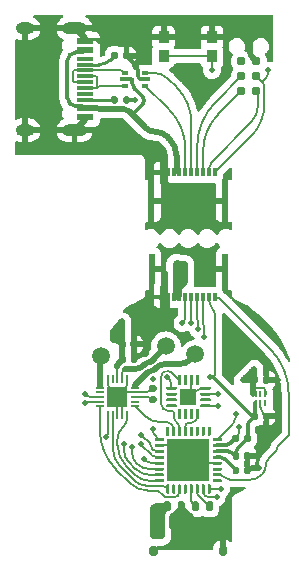
<source format=gtl>
G04 #@! TF.GenerationSoftware,KiCad,Pcbnew,8.0.5-8.0.5-0~ubuntu20.04.1*
G04 #@! TF.CreationDate,2025-01-20T10:50:09+00:00*
G04 #@! TF.ProjectId,servo,73657276-6f2e-46b6-9963-61645f706362,rev?*
G04 #@! TF.SameCoordinates,Original*
G04 #@! TF.FileFunction,Copper,L1,Top*
G04 #@! TF.FilePolarity,Positive*
%FSLAX46Y46*%
G04 Gerber Fmt 4.6, Leading zero omitted, Abs format (unit mm)*
G04 Created by KiCad (PCBNEW 8.0.5-8.0.5-0~ubuntu20.04.1) date 2025-01-20 10:50:09*
%MOMM*%
%LPD*%
G01*
G04 APERTURE LIST*
G04 #@! TA.AperFunction,SMDPad,CuDef*
%ADD10R,0.350000X0.800000*%
G04 #@! TD*
G04 #@! TA.AperFunction,SMDPad,CuDef*
%ADD11R,0.600000X2.600000*%
G04 #@! TD*
G04 #@! TA.AperFunction,SMDPad,CuDef*
%ADD12C,1.500000*%
G04 #@! TD*
G04 #@! TA.AperFunction,HeatsinkPad*
%ADD13R,3.600000X3.600000*%
G04 #@! TD*
G04 #@! TA.AperFunction,SMDPad,CuDef*
%ADD14R,0.500000X0.375000*%
G04 #@! TD*
G04 #@! TA.AperFunction,SMDPad,CuDef*
%ADD15R,0.650000X0.300000*%
G04 #@! TD*
G04 #@! TA.AperFunction,SMDPad,CuDef*
%ADD16R,0.280000X0.530000*%
G04 #@! TD*
G04 #@! TA.AperFunction,SMDPad,CuDef*
%ADD17R,0.900000X1.000000*%
G04 #@! TD*
G04 #@! TA.AperFunction,HeatsinkPad*
%ADD18R,1.450000X1.450000*%
G04 #@! TD*
G04 #@! TA.AperFunction,SMDPad,CuDef*
%ADD19R,0.800000X0.200000*%
G04 #@! TD*
G04 #@! TA.AperFunction,SMDPad,CuDef*
%ADD20R,0.200000X0.800000*%
G04 #@! TD*
G04 #@! TA.AperFunction,SMDPad,CuDef*
%ADD21R,1.800000X1.800000*%
G04 #@! TD*
G04 #@! TA.AperFunction,SMDPad,CuDef*
%ADD22R,1.450000X0.300000*%
G04 #@! TD*
G04 #@! TA.AperFunction,SMDPad,CuDef*
%ADD23R,1.450000X0.600000*%
G04 #@! TD*
G04 #@! TA.AperFunction,SMDPad,CuDef*
%ADD24R,1.450000X0.550000*%
G04 #@! TD*
G04 #@! TA.AperFunction,ConnectorPad*
%ADD25C,0.787400*%
G04 #@! TD*
G04 #@! TA.AperFunction,ViaPad*
%ADD26C,0.500000*%
G04 #@! TD*
G04 #@! TA.AperFunction,Conductor*
%ADD27C,0.500000*%
G04 #@! TD*
G04 #@! TA.AperFunction,Conductor*
%ADD28C,0.200000*%
G04 #@! TD*
G04 #@! TA.AperFunction,Conductor*
%ADD29C,0.300000*%
G04 #@! TD*
G04 #@! TA.AperFunction,Conductor*
%ADD30C,0.750000*%
G04 #@! TD*
G04 #@! TA.AperFunction,Conductor*
%ADD31C,0.350000*%
G04 #@! TD*
G04 #@! TA.AperFunction,Conductor*
%ADD32C,0.250000*%
G04 #@! TD*
G04 APERTURE END LIST*
D10*
X47750000Y-41562500D03*
X48250000Y-41562500D03*
X48750000Y-41562500D03*
X49250000Y-41562500D03*
X49750000Y-41562500D03*
X50250000Y-41562500D03*
X50750000Y-41562500D03*
X51250000Y-41562500D03*
X51750000Y-41562500D03*
X52250000Y-41562500D03*
D11*
X53130000Y-39162500D03*
X46880000Y-39162500D03*
D12*
X48100000Y-45700000D03*
G04 #@! TA.AperFunction,SMDPad,CuDef*
G36*
G01*
X51687500Y-52500000D02*
X51812500Y-52500000D01*
G75*
G02*
X51875000Y-52562500I0J-62500D01*
G01*
X51875000Y-53237500D01*
G75*
G02*
X51812500Y-53300000I-62500J0D01*
G01*
X51687500Y-53300000D01*
G75*
G02*
X51625000Y-53237500I0J62500D01*
G01*
X51625000Y-52562500D01*
G75*
G02*
X51687500Y-52500000I62500J0D01*
G01*
G37*
G04 #@! TD.AperFunction*
G04 #@! TA.AperFunction,SMDPad,CuDef*
G36*
G01*
X51187500Y-52500000D02*
X51312500Y-52500000D01*
G75*
G02*
X51375000Y-52562500I0J-62500D01*
G01*
X51375000Y-53237500D01*
G75*
G02*
X51312500Y-53300000I-62500J0D01*
G01*
X51187500Y-53300000D01*
G75*
G02*
X51125000Y-53237500I0J62500D01*
G01*
X51125000Y-52562500D01*
G75*
G02*
X51187500Y-52500000I62500J0D01*
G01*
G37*
G04 #@! TD.AperFunction*
G04 #@! TA.AperFunction,SMDPad,CuDef*
G36*
G01*
X50687500Y-52500000D02*
X50812500Y-52500000D01*
G75*
G02*
X50875000Y-52562500I0J-62500D01*
G01*
X50875000Y-53237500D01*
G75*
G02*
X50812500Y-53300000I-62500J0D01*
G01*
X50687500Y-53300000D01*
G75*
G02*
X50625000Y-53237500I0J62500D01*
G01*
X50625000Y-52562500D01*
G75*
G02*
X50687500Y-52500000I62500J0D01*
G01*
G37*
G04 #@! TD.AperFunction*
G04 #@! TA.AperFunction,SMDPad,CuDef*
G36*
G01*
X50187500Y-52500000D02*
X50312500Y-52500000D01*
G75*
G02*
X50375000Y-52562500I0J-62500D01*
G01*
X50375000Y-53237500D01*
G75*
G02*
X50312500Y-53300000I-62500J0D01*
G01*
X50187500Y-53300000D01*
G75*
G02*
X50125000Y-53237500I0J62500D01*
G01*
X50125000Y-52562500D01*
G75*
G02*
X50187500Y-52500000I62500J0D01*
G01*
G37*
G04 #@! TD.AperFunction*
G04 #@! TA.AperFunction,SMDPad,CuDef*
G36*
G01*
X49687500Y-52500000D02*
X49812500Y-52500000D01*
G75*
G02*
X49875000Y-52562500I0J-62500D01*
G01*
X49875000Y-53237500D01*
G75*
G02*
X49812500Y-53300000I-62500J0D01*
G01*
X49687500Y-53300000D01*
G75*
G02*
X49625000Y-53237500I0J62500D01*
G01*
X49625000Y-52562500D01*
G75*
G02*
X49687500Y-52500000I62500J0D01*
G01*
G37*
G04 #@! TD.AperFunction*
G04 #@! TA.AperFunction,SMDPad,CuDef*
G36*
G01*
X49187500Y-52500000D02*
X49312500Y-52500000D01*
G75*
G02*
X49375000Y-52562500I0J-62500D01*
G01*
X49375000Y-53237500D01*
G75*
G02*
X49312500Y-53300000I-62500J0D01*
G01*
X49187500Y-53300000D01*
G75*
G02*
X49125000Y-53237500I0J62500D01*
G01*
X49125000Y-52562500D01*
G75*
G02*
X49187500Y-52500000I62500J0D01*
G01*
G37*
G04 #@! TD.AperFunction*
G04 #@! TA.AperFunction,SMDPad,CuDef*
G36*
G01*
X48687500Y-52500000D02*
X48812500Y-52500000D01*
G75*
G02*
X48875000Y-52562500I0J-62500D01*
G01*
X48875000Y-53237500D01*
G75*
G02*
X48812500Y-53300000I-62500J0D01*
G01*
X48687500Y-53300000D01*
G75*
G02*
X48625000Y-53237500I0J62500D01*
G01*
X48625000Y-52562500D01*
G75*
G02*
X48687500Y-52500000I62500J0D01*
G01*
G37*
G04 #@! TD.AperFunction*
G04 #@! TA.AperFunction,SMDPad,CuDef*
G36*
G01*
X48187500Y-52500000D02*
X48312500Y-52500000D01*
G75*
G02*
X48375000Y-52562500I0J-62500D01*
G01*
X48375000Y-53237500D01*
G75*
G02*
X48312500Y-53300000I-62500J0D01*
G01*
X48187500Y-53300000D01*
G75*
G02*
X48125000Y-53237500I0J62500D01*
G01*
X48125000Y-52562500D01*
G75*
G02*
X48187500Y-52500000I62500J0D01*
G01*
G37*
G04 #@! TD.AperFunction*
G04 #@! TA.AperFunction,SMDPad,CuDef*
G36*
G01*
X47212500Y-53475000D02*
X47887500Y-53475000D01*
G75*
G02*
X47950000Y-53537500I0J-62500D01*
G01*
X47950000Y-53662500D01*
G75*
G02*
X47887500Y-53725000I-62500J0D01*
G01*
X47212500Y-53725000D01*
G75*
G02*
X47150000Y-53662500I0J62500D01*
G01*
X47150000Y-53537500D01*
G75*
G02*
X47212500Y-53475000I62500J0D01*
G01*
G37*
G04 #@! TD.AperFunction*
G04 #@! TA.AperFunction,SMDPad,CuDef*
G36*
G01*
X47212500Y-53975000D02*
X47887500Y-53975000D01*
G75*
G02*
X47950000Y-54037500I0J-62500D01*
G01*
X47950000Y-54162500D01*
G75*
G02*
X47887500Y-54225000I-62500J0D01*
G01*
X47212500Y-54225000D01*
G75*
G02*
X47150000Y-54162500I0J62500D01*
G01*
X47150000Y-54037500D01*
G75*
G02*
X47212500Y-53975000I62500J0D01*
G01*
G37*
G04 #@! TD.AperFunction*
G04 #@! TA.AperFunction,SMDPad,CuDef*
G36*
G01*
X47212500Y-54475000D02*
X47887500Y-54475000D01*
G75*
G02*
X47950000Y-54537500I0J-62500D01*
G01*
X47950000Y-54662500D01*
G75*
G02*
X47887500Y-54725000I-62500J0D01*
G01*
X47212500Y-54725000D01*
G75*
G02*
X47150000Y-54662500I0J62500D01*
G01*
X47150000Y-54537500D01*
G75*
G02*
X47212500Y-54475000I62500J0D01*
G01*
G37*
G04 #@! TD.AperFunction*
G04 #@! TA.AperFunction,SMDPad,CuDef*
G36*
G01*
X47212500Y-54975000D02*
X47887500Y-54975000D01*
G75*
G02*
X47950000Y-55037500I0J-62500D01*
G01*
X47950000Y-55162500D01*
G75*
G02*
X47887500Y-55225000I-62500J0D01*
G01*
X47212500Y-55225000D01*
G75*
G02*
X47150000Y-55162500I0J62500D01*
G01*
X47150000Y-55037500D01*
G75*
G02*
X47212500Y-54975000I62500J0D01*
G01*
G37*
G04 #@! TD.AperFunction*
G04 #@! TA.AperFunction,SMDPad,CuDef*
G36*
G01*
X47212500Y-55475000D02*
X47887500Y-55475000D01*
G75*
G02*
X47950000Y-55537500I0J-62500D01*
G01*
X47950000Y-55662500D01*
G75*
G02*
X47887500Y-55725000I-62500J0D01*
G01*
X47212500Y-55725000D01*
G75*
G02*
X47150000Y-55662500I0J62500D01*
G01*
X47150000Y-55537500D01*
G75*
G02*
X47212500Y-55475000I62500J0D01*
G01*
G37*
G04 #@! TD.AperFunction*
G04 #@! TA.AperFunction,SMDPad,CuDef*
G36*
G01*
X47212500Y-55975000D02*
X47887500Y-55975000D01*
G75*
G02*
X47950000Y-56037500I0J-62500D01*
G01*
X47950000Y-56162500D01*
G75*
G02*
X47887500Y-56225000I-62500J0D01*
G01*
X47212500Y-56225000D01*
G75*
G02*
X47150000Y-56162500I0J62500D01*
G01*
X47150000Y-56037500D01*
G75*
G02*
X47212500Y-55975000I62500J0D01*
G01*
G37*
G04 #@! TD.AperFunction*
G04 #@! TA.AperFunction,SMDPad,CuDef*
G36*
G01*
X47212500Y-56475000D02*
X47887500Y-56475000D01*
G75*
G02*
X47950000Y-56537500I0J-62500D01*
G01*
X47950000Y-56662500D01*
G75*
G02*
X47887500Y-56725000I-62500J0D01*
G01*
X47212500Y-56725000D01*
G75*
G02*
X47150000Y-56662500I0J62500D01*
G01*
X47150000Y-56537500D01*
G75*
G02*
X47212500Y-56475000I62500J0D01*
G01*
G37*
G04 #@! TD.AperFunction*
G04 #@! TA.AperFunction,SMDPad,CuDef*
G36*
G01*
X47212500Y-56975000D02*
X47887500Y-56975000D01*
G75*
G02*
X47950000Y-57037500I0J-62500D01*
G01*
X47950000Y-57162500D01*
G75*
G02*
X47887500Y-57225000I-62500J0D01*
G01*
X47212500Y-57225000D01*
G75*
G02*
X47150000Y-57162500I0J62500D01*
G01*
X47150000Y-57037500D01*
G75*
G02*
X47212500Y-56975000I62500J0D01*
G01*
G37*
G04 #@! TD.AperFunction*
G04 #@! TA.AperFunction,SMDPad,CuDef*
G36*
G01*
X48187500Y-57400000D02*
X48312500Y-57400000D01*
G75*
G02*
X48375000Y-57462500I0J-62500D01*
G01*
X48375000Y-58137500D01*
G75*
G02*
X48312500Y-58200000I-62500J0D01*
G01*
X48187500Y-58200000D01*
G75*
G02*
X48125000Y-58137500I0J62500D01*
G01*
X48125000Y-57462500D01*
G75*
G02*
X48187500Y-57400000I62500J0D01*
G01*
G37*
G04 #@! TD.AperFunction*
G04 #@! TA.AperFunction,SMDPad,CuDef*
G36*
G01*
X48687500Y-57400000D02*
X48812500Y-57400000D01*
G75*
G02*
X48875000Y-57462500I0J-62500D01*
G01*
X48875000Y-58137500D01*
G75*
G02*
X48812500Y-58200000I-62500J0D01*
G01*
X48687500Y-58200000D01*
G75*
G02*
X48625000Y-58137500I0J62500D01*
G01*
X48625000Y-57462500D01*
G75*
G02*
X48687500Y-57400000I62500J0D01*
G01*
G37*
G04 #@! TD.AperFunction*
G04 #@! TA.AperFunction,SMDPad,CuDef*
G36*
G01*
X49187500Y-57400000D02*
X49312500Y-57400000D01*
G75*
G02*
X49375000Y-57462500I0J-62500D01*
G01*
X49375000Y-58137500D01*
G75*
G02*
X49312500Y-58200000I-62500J0D01*
G01*
X49187500Y-58200000D01*
G75*
G02*
X49125000Y-58137500I0J62500D01*
G01*
X49125000Y-57462500D01*
G75*
G02*
X49187500Y-57400000I62500J0D01*
G01*
G37*
G04 #@! TD.AperFunction*
G04 #@! TA.AperFunction,SMDPad,CuDef*
G36*
G01*
X49687500Y-57400000D02*
X49812500Y-57400000D01*
G75*
G02*
X49875000Y-57462500I0J-62500D01*
G01*
X49875000Y-58137500D01*
G75*
G02*
X49812500Y-58200000I-62500J0D01*
G01*
X49687500Y-58200000D01*
G75*
G02*
X49625000Y-58137500I0J62500D01*
G01*
X49625000Y-57462500D01*
G75*
G02*
X49687500Y-57400000I62500J0D01*
G01*
G37*
G04 #@! TD.AperFunction*
G04 #@! TA.AperFunction,SMDPad,CuDef*
G36*
G01*
X50187500Y-57400000D02*
X50312500Y-57400000D01*
G75*
G02*
X50375000Y-57462500I0J-62500D01*
G01*
X50375000Y-58137500D01*
G75*
G02*
X50312500Y-58200000I-62500J0D01*
G01*
X50187500Y-58200000D01*
G75*
G02*
X50125000Y-58137500I0J62500D01*
G01*
X50125000Y-57462500D01*
G75*
G02*
X50187500Y-57400000I62500J0D01*
G01*
G37*
G04 #@! TD.AperFunction*
G04 #@! TA.AperFunction,SMDPad,CuDef*
G36*
G01*
X50687500Y-57400000D02*
X50812500Y-57400000D01*
G75*
G02*
X50875000Y-57462500I0J-62500D01*
G01*
X50875000Y-58137500D01*
G75*
G02*
X50812500Y-58200000I-62500J0D01*
G01*
X50687500Y-58200000D01*
G75*
G02*
X50625000Y-58137500I0J62500D01*
G01*
X50625000Y-57462500D01*
G75*
G02*
X50687500Y-57400000I62500J0D01*
G01*
G37*
G04 #@! TD.AperFunction*
G04 #@! TA.AperFunction,SMDPad,CuDef*
G36*
G01*
X51187500Y-57400000D02*
X51312500Y-57400000D01*
G75*
G02*
X51375000Y-57462500I0J-62500D01*
G01*
X51375000Y-58137500D01*
G75*
G02*
X51312500Y-58200000I-62500J0D01*
G01*
X51187500Y-58200000D01*
G75*
G02*
X51125000Y-58137500I0J62500D01*
G01*
X51125000Y-57462500D01*
G75*
G02*
X51187500Y-57400000I62500J0D01*
G01*
G37*
G04 #@! TD.AperFunction*
G04 #@! TA.AperFunction,SMDPad,CuDef*
G36*
G01*
X51687500Y-57400000D02*
X51812500Y-57400000D01*
G75*
G02*
X51875000Y-57462500I0J-62500D01*
G01*
X51875000Y-58137500D01*
G75*
G02*
X51812500Y-58200000I-62500J0D01*
G01*
X51687500Y-58200000D01*
G75*
G02*
X51625000Y-58137500I0J62500D01*
G01*
X51625000Y-57462500D01*
G75*
G02*
X51687500Y-57400000I62500J0D01*
G01*
G37*
G04 #@! TD.AperFunction*
G04 #@! TA.AperFunction,SMDPad,CuDef*
G36*
G01*
X52112500Y-56975000D02*
X52787500Y-56975000D01*
G75*
G02*
X52850000Y-57037500I0J-62500D01*
G01*
X52850000Y-57162500D01*
G75*
G02*
X52787500Y-57225000I-62500J0D01*
G01*
X52112500Y-57225000D01*
G75*
G02*
X52050000Y-57162500I0J62500D01*
G01*
X52050000Y-57037500D01*
G75*
G02*
X52112500Y-56975000I62500J0D01*
G01*
G37*
G04 #@! TD.AperFunction*
G04 #@! TA.AperFunction,SMDPad,CuDef*
G36*
G01*
X52112500Y-56475000D02*
X52787500Y-56475000D01*
G75*
G02*
X52850000Y-56537500I0J-62500D01*
G01*
X52850000Y-56662500D01*
G75*
G02*
X52787500Y-56725000I-62500J0D01*
G01*
X52112500Y-56725000D01*
G75*
G02*
X52050000Y-56662500I0J62500D01*
G01*
X52050000Y-56537500D01*
G75*
G02*
X52112500Y-56475000I62500J0D01*
G01*
G37*
G04 #@! TD.AperFunction*
G04 #@! TA.AperFunction,SMDPad,CuDef*
G36*
G01*
X52112500Y-55975000D02*
X52787500Y-55975000D01*
G75*
G02*
X52850000Y-56037500I0J-62500D01*
G01*
X52850000Y-56162500D01*
G75*
G02*
X52787500Y-56225000I-62500J0D01*
G01*
X52112500Y-56225000D01*
G75*
G02*
X52050000Y-56162500I0J62500D01*
G01*
X52050000Y-56037500D01*
G75*
G02*
X52112500Y-55975000I62500J0D01*
G01*
G37*
G04 #@! TD.AperFunction*
G04 #@! TA.AperFunction,SMDPad,CuDef*
G36*
G01*
X52112500Y-55475000D02*
X52787500Y-55475000D01*
G75*
G02*
X52850000Y-55537500I0J-62500D01*
G01*
X52850000Y-55662500D01*
G75*
G02*
X52787500Y-55725000I-62500J0D01*
G01*
X52112500Y-55725000D01*
G75*
G02*
X52050000Y-55662500I0J62500D01*
G01*
X52050000Y-55537500D01*
G75*
G02*
X52112500Y-55475000I62500J0D01*
G01*
G37*
G04 #@! TD.AperFunction*
G04 #@! TA.AperFunction,SMDPad,CuDef*
G36*
G01*
X52112500Y-54975000D02*
X52787500Y-54975000D01*
G75*
G02*
X52850000Y-55037500I0J-62500D01*
G01*
X52850000Y-55162500D01*
G75*
G02*
X52787500Y-55225000I-62500J0D01*
G01*
X52112500Y-55225000D01*
G75*
G02*
X52050000Y-55162500I0J62500D01*
G01*
X52050000Y-55037500D01*
G75*
G02*
X52112500Y-54975000I62500J0D01*
G01*
G37*
G04 #@! TD.AperFunction*
G04 #@! TA.AperFunction,SMDPad,CuDef*
G36*
G01*
X52112500Y-54475000D02*
X52787500Y-54475000D01*
G75*
G02*
X52850000Y-54537500I0J-62500D01*
G01*
X52850000Y-54662500D01*
G75*
G02*
X52787500Y-54725000I-62500J0D01*
G01*
X52112500Y-54725000D01*
G75*
G02*
X52050000Y-54662500I0J62500D01*
G01*
X52050000Y-54537500D01*
G75*
G02*
X52112500Y-54475000I62500J0D01*
G01*
G37*
G04 #@! TD.AperFunction*
G04 #@! TA.AperFunction,SMDPad,CuDef*
G36*
G01*
X52112500Y-53975000D02*
X52787500Y-53975000D01*
G75*
G02*
X52850000Y-54037500I0J-62500D01*
G01*
X52850000Y-54162500D01*
G75*
G02*
X52787500Y-54225000I-62500J0D01*
G01*
X52112500Y-54225000D01*
G75*
G02*
X52050000Y-54162500I0J62500D01*
G01*
X52050000Y-54037500D01*
G75*
G02*
X52112500Y-53975000I62500J0D01*
G01*
G37*
G04 #@! TD.AperFunction*
G04 #@! TA.AperFunction,SMDPad,CuDef*
G36*
G01*
X52112500Y-53475000D02*
X52787500Y-53475000D01*
G75*
G02*
X52850000Y-53537500I0J-62500D01*
G01*
X52850000Y-53662500D01*
G75*
G02*
X52787500Y-53725000I-62500J0D01*
G01*
X52112500Y-53725000D01*
G75*
G02*
X52050000Y-53662500I0J62500D01*
G01*
X52050000Y-53537500D01*
G75*
G02*
X52112500Y-53475000I62500J0D01*
G01*
G37*
G04 #@! TD.AperFunction*
D13*
X50000000Y-55350000D03*
D14*
X46350000Y-23637500D03*
D15*
X46425000Y-23100000D03*
D14*
X46350000Y-22562500D03*
X44650000Y-22562500D03*
D15*
X44575000Y-23100000D03*
D14*
X44650000Y-23637500D03*
D16*
X55700000Y-50500000D03*
X56100000Y-50500000D03*
X56500000Y-50500000D03*
X56500000Y-49764000D03*
X56100000Y-49764000D03*
X55700000Y-49764000D03*
G04 #@! TA.AperFunction,SMDPad,CuDef*
G36*
G01*
X55260000Y-56080000D02*
X55260000Y-56420000D01*
G75*
G02*
X55120000Y-56560000I-140000J0D01*
G01*
X54840000Y-56560000D01*
G75*
G02*
X54700000Y-56420000I0J140000D01*
G01*
X54700000Y-56080000D01*
G75*
G02*
X54840000Y-55940000I140000J0D01*
G01*
X55120000Y-55940000D01*
G75*
G02*
X55260000Y-56080000I0J-140000D01*
G01*
G37*
G04 #@! TD.AperFunction*
G04 #@! TA.AperFunction,SMDPad,CuDef*
G36*
G01*
X54300000Y-56080000D02*
X54300000Y-56420000D01*
G75*
G02*
X54160000Y-56560000I-140000J0D01*
G01*
X53880000Y-56560000D01*
G75*
G02*
X53740000Y-56420000I0J140000D01*
G01*
X53740000Y-56080000D01*
G75*
G02*
X53880000Y-55940000I140000J0D01*
G01*
X54160000Y-55940000D01*
G75*
G02*
X54300000Y-56080000I0J-140000D01*
G01*
G37*
G04 #@! TD.AperFunction*
D12*
X42600000Y-46550000D03*
D17*
X47900000Y-21150000D03*
X52000000Y-21150000D03*
X52000000Y-19550000D03*
X47900000Y-19550000D03*
G04 #@! TA.AperFunction,SMDPad,CuDef*
G36*
G01*
X56860000Y-51462000D02*
X56860000Y-51802000D01*
G75*
G02*
X56720000Y-51942000I-140000J0D01*
G01*
X56440000Y-51942000D01*
G75*
G02*
X56300000Y-51802000I0J140000D01*
G01*
X56300000Y-51462000D01*
G75*
G02*
X56440000Y-51322000I140000J0D01*
G01*
X56720000Y-51322000D01*
G75*
G02*
X56860000Y-51462000I0J-140000D01*
G01*
G37*
G04 #@! TD.AperFunction*
G04 #@! TA.AperFunction,SMDPad,CuDef*
G36*
G01*
X55900000Y-51462000D02*
X55900000Y-51802000D01*
G75*
G02*
X55760000Y-51942000I-140000J0D01*
G01*
X55480000Y-51942000D01*
G75*
G02*
X55340000Y-51802000I0J140000D01*
G01*
X55340000Y-51462000D01*
G75*
G02*
X55480000Y-51322000I140000J0D01*
G01*
X55760000Y-51322000D01*
G75*
G02*
X55900000Y-51462000I0J-140000D01*
G01*
G37*
G04 #@! TD.AperFunction*
G04 #@! TA.AperFunction,SMDPad,CuDef*
G36*
G01*
X49312500Y-51875000D02*
X49187500Y-51875000D01*
G75*
G02*
X49125000Y-51812500I0J62500D01*
G01*
X49125000Y-51062500D01*
G75*
G02*
X49187500Y-51000000I62500J0D01*
G01*
X49312500Y-51000000D01*
G75*
G02*
X49375000Y-51062500I0J-62500D01*
G01*
X49375000Y-51812500D01*
G75*
G02*
X49312500Y-51875000I-62500J0D01*
G01*
G37*
G04 #@! TD.AperFunction*
G04 #@! TA.AperFunction,SMDPad,CuDef*
G36*
G01*
X49812500Y-51875000D02*
X49687500Y-51875000D01*
G75*
G02*
X49625000Y-51812500I0J62500D01*
G01*
X49625000Y-51062500D01*
G75*
G02*
X49687500Y-51000000I62500J0D01*
G01*
X49812500Y-51000000D01*
G75*
G02*
X49875000Y-51062500I0J-62500D01*
G01*
X49875000Y-51812500D01*
G75*
G02*
X49812500Y-51875000I-62500J0D01*
G01*
G37*
G04 #@! TD.AperFunction*
G04 #@! TA.AperFunction,SMDPad,CuDef*
G36*
G01*
X50312500Y-51875000D02*
X50187500Y-51875000D01*
G75*
G02*
X50125000Y-51812500I0J62500D01*
G01*
X50125000Y-51062500D01*
G75*
G02*
X50187500Y-51000000I62500J0D01*
G01*
X50312500Y-51000000D01*
G75*
G02*
X50375000Y-51062500I0J-62500D01*
G01*
X50375000Y-51812500D01*
G75*
G02*
X50312500Y-51875000I-62500J0D01*
G01*
G37*
G04 #@! TD.AperFunction*
G04 #@! TA.AperFunction,SMDPad,CuDef*
G36*
G01*
X50812500Y-51875000D02*
X50687500Y-51875000D01*
G75*
G02*
X50625000Y-51812500I0J62500D01*
G01*
X50625000Y-51062500D01*
G75*
G02*
X50687500Y-51000000I62500J0D01*
G01*
X50812500Y-51000000D01*
G75*
G02*
X50875000Y-51062500I0J-62500D01*
G01*
X50875000Y-51812500D01*
G75*
G02*
X50812500Y-51875000I-62500J0D01*
G01*
G37*
G04 #@! TD.AperFunction*
G04 #@! TA.AperFunction,SMDPad,CuDef*
G36*
G01*
X51812500Y-50875000D02*
X51062500Y-50875000D01*
G75*
G02*
X51000000Y-50812500I0J62500D01*
G01*
X51000000Y-50687500D01*
G75*
G02*
X51062500Y-50625000I62500J0D01*
G01*
X51812500Y-50625000D01*
G75*
G02*
X51875000Y-50687500I0J-62500D01*
G01*
X51875000Y-50812500D01*
G75*
G02*
X51812500Y-50875000I-62500J0D01*
G01*
G37*
G04 #@! TD.AperFunction*
G04 #@! TA.AperFunction,SMDPad,CuDef*
G36*
G01*
X51812500Y-50375000D02*
X51062500Y-50375000D01*
G75*
G02*
X51000000Y-50312500I0J62500D01*
G01*
X51000000Y-50187500D01*
G75*
G02*
X51062500Y-50125000I62500J0D01*
G01*
X51812500Y-50125000D01*
G75*
G02*
X51875000Y-50187500I0J-62500D01*
G01*
X51875000Y-50312500D01*
G75*
G02*
X51812500Y-50375000I-62500J0D01*
G01*
G37*
G04 #@! TD.AperFunction*
G04 #@! TA.AperFunction,SMDPad,CuDef*
G36*
G01*
X51812500Y-49875000D02*
X51062500Y-49875000D01*
G75*
G02*
X51000000Y-49812500I0J62500D01*
G01*
X51000000Y-49687500D01*
G75*
G02*
X51062500Y-49625000I62500J0D01*
G01*
X51812500Y-49625000D01*
G75*
G02*
X51875000Y-49687500I0J-62500D01*
G01*
X51875000Y-49812500D01*
G75*
G02*
X51812500Y-49875000I-62500J0D01*
G01*
G37*
G04 #@! TD.AperFunction*
G04 #@! TA.AperFunction,SMDPad,CuDef*
G36*
G01*
X51812500Y-49375000D02*
X51062500Y-49375000D01*
G75*
G02*
X51000000Y-49312500I0J62500D01*
G01*
X51000000Y-49187500D01*
G75*
G02*
X51062500Y-49125000I62500J0D01*
G01*
X51812500Y-49125000D01*
G75*
G02*
X51875000Y-49187500I0J-62500D01*
G01*
X51875000Y-49312500D01*
G75*
G02*
X51812500Y-49375000I-62500J0D01*
G01*
G37*
G04 #@! TD.AperFunction*
G04 #@! TA.AperFunction,SMDPad,CuDef*
G36*
G01*
X50812500Y-49000000D02*
X50687500Y-49000000D01*
G75*
G02*
X50625000Y-48937500I0J62500D01*
G01*
X50625000Y-48187500D01*
G75*
G02*
X50687500Y-48125000I62500J0D01*
G01*
X50812500Y-48125000D01*
G75*
G02*
X50875000Y-48187500I0J-62500D01*
G01*
X50875000Y-48937500D01*
G75*
G02*
X50812500Y-49000000I-62500J0D01*
G01*
G37*
G04 #@! TD.AperFunction*
G04 #@! TA.AperFunction,SMDPad,CuDef*
G36*
G01*
X50312500Y-49000000D02*
X50187500Y-49000000D01*
G75*
G02*
X50125000Y-48937500I0J62500D01*
G01*
X50125000Y-48187500D01*
G75*
G02*
X50187500Y-48125000I62500J0D01*
G01*
X50312500Y-48125000D01*
G75*
G02*
X50375000Y-48187500I0J-62500D01*
G01*
X50375000Y-48937500D01*
G75*
G02*
X50312500Y-49000000I-62500J0D01*
G01*
G37*
G04 #@! TD.AperFunction*
G04 #@! TA.AperFunction,SMDPad,CuDef*
G36*
G01*
X49812500Y-49000000D02*
X49687500Y-49000000D01*
G75*
G02*
X49625000Y-48937500I0J62500D01*
G01*
X49625000Y-48187500D01*
G75*
G02*
X49687500Y-48125000I62500J0D01*
G01*
X49812500Y-48125000D01*
G75*
G02*
X49875000Y-48187500I0J-62500D01*
G01*
X49875000Y-48937500D01*
G75*
G02*
X49812500Y-49000000I-62500J0D01*
G01*
G37*
G04 #@! TD.AperFunction*
G04 #@! TA.AperFunction,SMDPad,CuDef*
G36*
G01*
X49312500Y-49000000D02*
X49187500Y-49000000D01*
G75*
G02*
X49125000Y-48937500I0J62500D01*
G01*
X49125000Y-48187500D01*
G75*
G02*
X49187500Y-48125000I62500J0D01*
G01*
X49312500Y-48125000D01*
G75*
G02*
X49375000Y-48187500I0J-62500D01*
G01*
X49375000Y-48937500D01*
G75*
G02*
X49312500Y-49000000I-62500J0D01*
G01*
G37*
G04 #@! TD.AperFunction*
G04 #@! TA.AperFunction,SMDPad,CuDef*
G36*
G01*
X48937500Y-49375000D02*
X48187500Y-49375000D01*
G75*
G02*
X48125000Y-49312500I0J62500D01*
G01*
X48125000Y-49187500D01*
G75*
G02*
X48187500Y-49125000I62500J0D01*
G01*
X48937500Y-49125000D01*
G75*
G02*
X49000000Y-49187500I0J-62500D01*
G01*
X49000000Y-49312500D01*
G75*
G02*
X48937500Y-49375000I-62500J0D01*
G01*
G37*
G04 #@! TD.AperFunction*
G04 #@! TA.AperFunction,SMDPad,CuDef*
G36*
G01*
X48937500Y-49875000D02*
X48187500Y-49875000D01*
G75*
G02*
X48125000Y-49812500I0J62500D01*
G01*
X48125000Y-49687500D01*
G75*
G02*
X48187500Y-49625000I62500J0D01*
G01*
X48937500Y-49625000D01*
G75*
G02*
X49000000Y-49687500I0J-62500D01*
G01*
X49000000Y-49812500D01*
G75*
G02*
X48937500Y-49875000I-62500J0D01*
G01*
G37*
G04 #@! TD.AperFunction*
G04 #@! TA.AperFunction,SMDPad,CuDef*
G36*
G01*
X48937500Y-50375000D02*
X48187500Y-50375000D01*
G75*
G02*
X48125000Y-50312500I0J62500D01*
G01*
X48125000Y-50187500D01*
G75*
G02*
X48187500Y-50125000I62500J0D01*
G01*
X48937500Y-50125000D01*
G75*
G02*
X49000000Y-50187500I0J-62500D01*
G01*
X49000000Y-50312500D01*
G75*
G02*
X48937500Y-50375000I-62500J0D01*
G01*
G37*
G04 #@! TD.AperFunction*
G04 #@! TA.AperFunction,SMDPad,CuDef*
G36*
G01*
X48937500Y-50875000D02*
X48187500Y-50875000D01*
G75*
G02*
X48125000Y-50812500I0J62500D01*
G01*
X48125000Y-50687500D01*
G75*
G02*
X48187500Y-50625000I62500J0D01*
G01*
X48937500Y-50625000D01*
G75*
G02*
X49000000Y-50687500I0J-62500D01*
G01*
X49000000Y-50812500D01*
G75*
G02*
X48937500Y-50875000I-62500J0D01*
G01*
G37*
G04 #@! TD.AperFunction*
D18*
X50000000Y-50000000D03*
G04 #@! TA.AperFunction,SMDPad,CuDef*
G36*
G01*
X47170000Y-50510000D02*
X46830000Y-50510000D01*
G75*
G02*
X46690000Y-50370000I0J140000D01*
G01*
X46690000Y-50090000D01*
G75*
G02*
X46830000Y-49950000I140000J0D01*
G01*
X47170000Y-49950000D01*
G75*
G02*
X47310000Y-50090000I0J-140000D01*
G01*
X47310000Y-50370000D01*
G75*
G02*
X47170000Y-50510000I-140000J0D01*
G01*
G37*
G04 #@! TD.AperFunction*
G04 #@! TA.AperFunction,SMDPad,CuDef*
G36*
G01*
X47170000Y-49550000D02*
X46830000Y-49550000D01*
G75*
G02*
X46690000Y-49410000I0J140000D01*
G01*
X46690000Y-49130000D01*
G75*
G02*
X46830000Y-48990000I140000J0D01*
G01*
X47170000Y-48990000D01*
G75*
G02*
X47310000Y-49130000I0J-140000D01*
G01*
X47310000Y-49410000D01*
G75*
G02*
X47170000Y-49550000I-140000J0D01*
G01*
G37*
G04 #@! TD.AperFunction*
D19*
X42500000Y-49200000D03*
X42500000Y-49600000D03*
X42500000Y-50000000D03*
X42500000Y-50400000D03*
X42500000Y-50800000D03*
D20*
X43200000Y-51500000D03*
X43600000Y-51500000D03*
X44000000Y-51500000D03*
X44400000Y-51500000D03*
X44800000Y-51500000D03*
D19*
X45500000Y-50800000D03*
X45500000Y-50400000D03*
X45500000Y-50000000D03*
X45500000Y-49600000D03*
X45500000Y-49200000D03*
D20*
X44800000Y-48500000D03*
X44400000Y-48500000D03*
X44000000Y-48500000D03*
X43600000Y-48500000D03*
X43200000Y-48500000D03*
D21*
X44000000Y-50000000D03*
G04 #@! TA.AperFunction,SMDPad,CuDef*
G36*
G01*
X55280000Y-53315000D02*
X55280000Y-53685000D01*
G75*
G02*
X55145000Y-53820000I-135000J0D01*
G01*
X54875000Y-53820000D01*
G75*
G02*
X54740000Y-53685000I0J135000D01*
G01*
X54740000Y-53315000D01*
G75*
G02*
X54875000Y-53180000I135000J0D01*
G01*
X55145000Y-53180000D01*
G75*
G02*
X55280000Y-53315000I0J-135000D01*
G01*
G37*
G04 #@! TD.AperFunction*
G04 #@! TA.AperFunction,SMDPad,CuDef*
G36*
G01*
X54260000Y-53315000D02*
X54260000Y-53685000D01*
G75*
G02*
X54125000Y-53820000I-135000J0D01*
G01*
X53855000Y-53820000D01*
G75*
G02*
X53720000Y-53685000I0J135000D01*
G01*
X53720000Y-53315000D01*
G75*
G02*
X53855000Y-53180000I135000J0D01*
G01*
X54125000Y-53180000D01*
G75*
G02*
X54260000Y-53315000I0J-135000D01*
G01*
G37*
G04 #@! TD.AperFunction*
D22*
X41275600Y-21850000D03*
X41275600Y-22850000D03*
X41275600Y-23350000D03*
X41275600Y-24350000D03*
X41275600Y-24850000D03*
X41275600Y-23850000D03*
X41275600Y-22350000D03*
X41275600Y-21350000D03*
D23*
X41275600Y-19875000D03*
X41275600Y-26325000D03*
G04 #@! TA.AperFunction,ComponentPad*
G36*
G01*
X40910600Y-19280000D02*
X39810600Y-19280000D01*
G75*
G02*
X39310600Y-18780000I0J500000D01*
G01*
X39310600Y-18780000D01*
G75*
G02*
X39810600Y-18280000I500000J0D01*
G01*
X40910600Y-18280000D01*
G75*
G02*
X41410600Y-18780000I0J-500000D01*
G01*
X41410600Y-18780000D01*
G75*
G02*
X40910600Y-19280000I-500000J0D01*
G01*
G37*
G04 #@! TD.AperFunction*
G04 #@! TA.AperFunction,ComponentPad*
G36*
G01*
X36480600Y-19280000D02*
X35880600Y-19280000D01*
G75*
G02*
X35380600Y-18780000I0J500000D01*
G01*
X35380600Y-18780000D01*
G75*
G02*
X35880600Y-18280000I500000J0D01*
G01*
X36480600Y-18280000D01*
G75*
G02*
X36980600Y-18780000I0J-500000D01*
G01*
X36980600Y-18780000D01*
G75*
G02*
X36480600Y-19280000I-500000J0D01*
G01*
G37*
G04 #@! TD.AperFunction*
G04 #@! TA.AperFunction,ComponentPad*
G36*
G01*
X40910600Y-27920000D02*
X39810600Y-27920000D01*
G75*
G02*
X39310600Y-27420000I0J500000D01*
G01*
X39310600Y-27420000D01*
G75*
G02*
X39810600Y-26920000I500000J0D01*
G01*
X40910600Y-26920000D01*
G75*
G02*
X41410600Y-27420000I0J-500000D01*
G01*
X41410600Y-27420000D01*
G75*
G02*
X40910600Y-27920000I-500000J0D01*
G01*
G37*
G04 #@! TD.AperFunction*
G04 #@! TA.AperFunction,ComponentPad*
G36*
G01*
X36480600Y-27920000D02*
X35880600Y-27920000D01*
G75*
G02*
X35380600Y-27420000I0J500000D01*
G01*
X35380600Y-27420000D01*
G75*
G02*
X35880600Y-26920000I500000J0D01*
G01*
X36480600Y-26920000D01*
G75*
G02*
X36980600Y-27420000I0J-500000D01*
G01*
X36980600Y-27420000D01*
G75*
G02*
X36480600Y-27920000I-500000J0D01*
G01*
G37*
G04 #@! TD.AperFunction*
D24*
X41275600Y-20650000D03*
X41275600Y-25550000D03*
D12*
X50600000Y-46400000D03*
D10*
X52250000Y-30987500D03*
X51750000Y-30987500D03*
X51250000Y-30987500D03*
X50750000Y-30987500D03*
X50250000Y-30987500D03*
X49750000Y-30987500D03*
X49250000Y-30987500D03*
X48750000Y-30987500D03*
X48250000Y-30987500D03*
X47750000Y-30987500D03*
D11*
X46870000Y-33387500D03*
X53120000Y-33387500D03*
G04 #@! TA.AperFunction,SMDPad,CuDef*
G36*
G01*
X44160000Y-46970000D02*
X44160000Y-46630000D01*
G75*
G02*
X44300000Y-46490000I140000J0D01*
G01*
X44580000Y-46490000D01*
G75*
G02*
X44720000Y-46630000I0J-140000D01*
G01*
X44720000Y-46970000D01*
G75*
G02*
X44580000Y-47110000I-140000J0D01*
G01*
X44300000Y-47110000D01*
G75*
G02*
X44160000Y-46970000I0J140000D01*
G01*
G37*
G04 #@! TD.AperFunction*
G04 #@! TA.AperFunction,SMDPad,CuDef*
G36*
G01*
X45120000Y-46970000D02*
X45120000Y-46630000D01*
G75*
G02*
X45260000Y-46490000I140000J0D01*
G01*
X45540000Y-46490000D01*
G75*
G02*
X45680000Y-46630000I0J-140000D01*
G01*
X45680000Y-46970000D01*
G75*
G02*
X45540000Y-47110000I-140000J0D01*
G01*
X45260000Y-47110000D01*
G75*
G02*
X45120000Y-46970000I0J140000D01*
G01*
G37*
G04 #@! TD.AperFunction*
G04 #@! TA.AperFunction,SMDPad,CuDef*
G36*
G01*
X56860000Y-48380000D02*
X56860000Y-48720000D01*
G75*
G02*
X56720000Y-48860000I-140000J0D01*
G01*
X56440000Y-48860000D01*
G75*
G02*
X56300000Y-48720000I0J140000D01*
G01*
X56300000Y-48380000D01*
G75*
G02*
X56440000Y-48240000I140000J0D01*
G01*
X56720000Y-48240000D01*
G75*
G02*
X56860000Y-48380000I0J-140000D01*
G01*
G37*
G04 #@! TD.AperFunction*
G04 #@! TA.AperFunction,SMDPad,CuDef*
G36*
G01*
X55900000Y-48380000D02*
X55900000Y-48720000D01*
G75*
G02*
X55760000Y-48860000I-140000J0D01*
G01*
X55480000Y-48860000D01*
G75*
G02*
X55340000Y-48720000I0J140000D01*
G01*
X55340000Y-48380000D01*
G75*
G02*
X55480000Y-48240000I140000J0D01*
G01*
X55760000Y-48240000D01*
G75*
G02*
X55900000Y-48380000I0J-140000D01*
G01*
G37*
G04 #@! TD.AperFunction*
G04 #@! TA.AperFunction,SMDPad,CuDef*
G36*
G01*
X44490000Y-21285000D02*
X44490000Y-20915000D01*
G75*
G02*
X44625000Y-20780000I135000J0D01*
G01*
X44895000Y-20780000D01*
G75*
G02*
X45030000Y-20915000I0J-135000D01*
G01*
X45030000Y-21285000D01*
G75*
G02*
X44895000Y-21420000I-135000J0D01*
G01*
X44625000Y-21420000D01*
G75*
G02*
X44490000Y-21285000I0J135000D01*
G01*
G37*
G04 #@! TD.AperFunction*
G04 #@! TA.AperFunction,SMDPad,CuDef*
G36*
G01*
X43470000Y-21285000D02*
X43470000Y-20915000D01*
G75*
G02*
X43605000Y-20780000I135000J0D01*
G01*
X43875000Y-20780000D01*
G75*
G02*
X44010000Y-20915000I0J-135000D01*
G01*
X44010000Y-21285000D01*
G75*
G02*
X43875000Y-21420000I-135000J0D01*
G01*
X43605000Y-21420000D01*
G75*
G02*
X43470000Y-21285000I0J135000D01*
G01*
G37*
G04 #@! TD.AperFunction*
G04 #@! TA.AperFunction,SMDPad,CuDef*
G36*
G01*
X53740000Y-55170000D02*
X53740000Y-54830000D01*
G75*
G02*
X53880000Y-54690000I140000J0D01*
G01*
X54160000Y-54690000D01*
G75*
G02*
X54300000Y-54830000I0J-140000D01*
G01*
X54300000Y-55170000D01*
G75*
G02*
X54160000Y-55310000I-140000J0D01*
G01*
X53880000Y-55310000D01*
G75*
G02*
X53740000Y-55170000I0J140000D01*
G01*
G37*
G04 #@! TD.AperFunction*
G04 #@! TA.AperFunction,SMDPad,CuDef*
G36*
G01*
X54700000Y-55170000D02*
X54700000Y-54830000D01*
G75*
G02*
X54840000Y-54690000I140000J0D01*
G01*
X55120000Y-54690000D01*
G75*
G02*
X55260000Y-54830000I0J-140000D01*
G01*
X55260000Y-55170000D01*
G75*
G02*
X55120000Y-55310000I-140000J0D01*
G01*
X54840000Y-55310000D01*
G75*
G02*
X54700000Y-55170000I0J140000D01*
G01*
G37*
G04 #@! TD.AperFunction*
G04 #@! TA.AperFunction,SMDPad,CuDef*
G36*
G01*
X44490000Y-25035000D02*
X44490000Y-24665000D01*
G75*
G02*
X44625000Y-24530000I135000J0D01*
G01*
X44895000Y-24530000D01*
G75*
G02*
X45030000Y-24665000I0J-135000D01*
G01*
X45030000Y-25035000D01*
G75*
G02*
X44895000Y-25170000I-135000J0D01*
G01*
X44625000Y-25170000D01*
G75*
G02*
X44490000Y-25035000I0J135000D01*
G01*
G37*
G04 #@! TD.AperFunction*
G04 #@! TA.AperFunction,SMDPad,CuDef*
G36*
G01*
X43470000Y-25035000D02*
X43470000Y-24665000D01*
G75*
G02*
X43605000Y-24530000I135000J0D01*
G01*
X43875000Y-24530000D01*
G75*
G02*
X44010000Y-24665000I0J-135000D01*
G01*
X44010000Y-25035000D01*
G75*
G02*
X43875000Y-25170000I-135000J0D01*
G01*
X43605000Y-25170000D01*
G75*
G02*
X43470000Y-25035000I0J135000D01*
G01*
G37*
G04 #@! TD.AperFunction*
D25*
X55750000Y-24120000D03*
X54480000Y-24120000D03*
X55750000Y-22850000D03*
X54480000Y-22850000D03*
X55750000Y-21580000D03*
X54480000Y-21580000D03*
G04 #@! TA.AperFunction,SMDPad,CuDef*
G36*
G01*
X47900000Y-59534277D02*
X47900000Y-58984277D01*
G75*
G02*
X48050000Y-58834277I150000J0D01*
G01*
X48350000Y-58834277D01*
G75*
G02*
X48500000Y-58984277I0J-150000D01*
G01*
X48500000Y-59534277D01*
G75*
G02*
X48350000Y-59684277I-150000J0D01*
G01*
X48050000Y-59684277D01*
G75*
G02*
X47900000Y-59534277I0J150000D01*
G01*
G37*
G04 #@! TD.AperFunction*
G04 #@! TA.AperFunction,SMDPad,CuDef*
G36*
G01*
X49100000Y-59534277D02*
X49100000Y-58984277D01*
G75*
G02*
X49250000Y-58834277I150000J0D01*
G01*
X49550000Y-58834277D01*
G75*
G02*
X49700000Y-58984277I0J-150000D01*
G01*
X49700000Y-59534277D01*
G75*
G02*
X49550000Y-59684277I-150000J0D01*
G01*
X49250000Y-59684277D01*
G75*
G02*
X49100000Y-59534277I0J150000D01*
G01*
G37*
G04 #@! TD.AperFunction*
G04 #@! TA.AperFunction,SMDPad,CuDef*
G36*
G01*
X50300000Y-59534277D02*
X50300000Y-58984277D01*
G75*
G02*
X50450000Y-58834277I150000J0D01*
G01*
X50750000Y-58834277D01*
G75*
G02*
X50900000Y-58984277I0J-150000D01*
G01*
X50900000Y-59534277D01*
G75*
G02*
X50750000Y-59684277I-150000J0D01*
G01*
X50450000Y-59684277D01*
G75*
G02*
X50300000Y-59534277I0J150000D01*
G01*
G37*
G04 #@! TD.AperFunction*
G04 #@! TA.AperFunction,SMDPad,CuDef*
G36*
G01*
X51500000Y-59534277D02*
X51500000Y-58984277D01*
G75*
G02*
X51650000Y-58834277I150000J0D01*
G01*
X51950000Y-58834277D01*
G75*
G02*
X52100000Y-58984277I0J-150000D01*
G01*
X52100000Y-59534277D01*
G75*
G02*
X51950000Y-59684277I-150000J0D01*
G01*
X51650000Y-59684277D01*
G75*
G02*
X51500000Y-59534277I0J150000D01*
G01*
G37*
G04 #@! TD.AperFunction*
G04 #@! TA.AperFunction,SMDPad,CuDef*
G36*
G01*
X46700000Y-63259277D02*
X46700000Y-62809277D01*
G75*
G02*
X46875000Y-62634277I175000J0D01*
G01*
X47225000Y-62634277D01*
G75*
G02*
X47400000Y-62809277I0J-175000D01*
G01*
X47400000Y-63259277D01*
G75*
G02*
X47225000Y-63434277I-175000J0D01*
G01*
X46875000Y-63434277D01*
G75*
G02*
X46700000Y-63259277I0J175000D01*
G01*
G37*
G04 #@! TD.AperFunction*
G04 #@! TA.AperFunction,SMDPad,CuDef*
G36*
G01*
X52600000Y-63259277D02*
X52600000Y-62809277D01*
G75*
G02*
X52775000Y-62634277I175000J0D01*
G01*
X53125000Y-62634277D01*
G75*
G02*
X53300000Y-62809277I0J-175000D01*
G01*
X53300000Y-63259277D01*
G75*
G02*
X53125000Y-63434277I-175000J0D01*
G01*
X52775000Y-63434277D01*
G75*
G02*
X52600000Y-63259277I0J175000D01*
G01*
G37*
G04 #@! TD.AperFunction*
G04 #@! TA.AperFunction,SMDPad,CuDef*
G36*
G01*
X45660000Y-45380000D02*
X45660000Y-45720000D01*
G75*
G02*
X45520000Y-45860000I-140000J0D01*
G01*
X45240000Y-45860000D01*
G75*
G02*
X45100000Y-45720000I0J140000D01*
G01*
X45100000Y-45380000D01*
G75*
G02*
X45240000Y-45240000I140000J0D01*
G01*
X45520000Y-45240000D01*
G75*
G02*
X45660000Y-45380000I0J-140000D01*
G01*
G37*
G04 #@! TD.AperFunction*
G04 #@! TA.AperFunction,SMDPad,CuDef*
G36*
G01*
X44700000Y-45380000D02*
X44700000Y-45720000D01*
G75*
G02*
X44560000Y-45860000I-140000J0D01*
G01*
X44280000Y-45860000D01*
G75*
G02*
X44140000Y-45720000I0J140000D01*
G01*
X44140000Y-45380000D01*
G75*
G02*
X44280000Y-45240000I140000J0D01*
G01*
X44560000Y-45240000D01*
G75*
G02*
X44700000Y-45380000I0J-140000D01*
G01*
G37*
G04 #@! TD.AperFunction*
D26*
X50000000Y-55350000D03*
X48000000Y-40250000D03*
X49400000Y-61000000D03*
X44500000Y-50500000D03*
X50000000Y-50000000D03*
X57600000Y-48600000D03*
X46750000Y-42750000D03*
X50200000Y-60200000D03*
X56000000Y-55000000D03*
X43500000Y-49500000D03*
X47750000Y-43750000D03*
X46400000Y-44800000D03*
X46400000Y-46400000D03*
X56600000Y-52600000D03*
X46750000Y-43750000D03*
X45500000Y-24850000D03*
X49400000Y-60200000D03*
X44000000Y-50000000D03*
X48600000Y-61000000D03*
X48600000Y-60200000D03*
X57600000Y-51600000D03*
X56000000Y-56000000D03*
X43500000Y-50500000D03*
X47000000Y-48500000D03*
X44500000Y-49500000D03*
X46400000Y-45600000D03*
X48000000Y-39500000D03*
X45400000Y-44600000D03*
X47750000Y-42750000D03*
X50200000Y-61000000D03*
X56600000Y-47600000D03*
X48229841Y-48320159D03*
X51800000Y-48320159D03*
X47000000Y-52750000D03*
X55600000Y-47600000D03*
X44400000Y-43600000D03*
X47800000Y-61800000D03*
X47000000Y-60200000D03*
X49000000Y-39500000D03*
X43600000Y-45200000D03*
X47000000Y-61800000D03*
X49750000Y-40250000D03*
X43600000Y-44400000D03*
X47000000Y-59400000D03*
X54600000Y-48600000D03*
X44400000Y-44400000D03*
X49000000Y-38750000D03*
X49750000Y-39500000D03*
X47800000Y-60200000D03*
X47000000Y-61000000D03*
X49750000Y-38750000D03*
X47800000Y-61000000D03*
X49000000Y-40250000D03*
X50813909Y-44250000D03*
X54288909Y-52538909D03*
X56750000Y-22350000D03*
X52000000Y-22350000D03*
X51331954Y-44918045D03*
X54013909Y-51400000D03*
X50263909Y-43736091D03*
X52400000Y-58500000D03*
X52750000Y-57750000D03*
X49500000Y-43750000D03*
X46000000Y-54000000D03*
X41250000Y-50500000D03*
X44550000Y-54000000D03*
X43050001Y-53367940D03*
X46250000Y-55250000D03*
X52513909Y-50763909D03*
X45239878Y-54265002D03*
X52500000Y-49750000D03*
X41250000Y-49750000D03*
X46013909Y-53236091D03*
D27*
X48600000Y-60200000D02*
X48600000Y-61000000D01*
X46400000Y-46400000D02*
X46082842Y-46400000D01*
D28*
X50426776Y-55600000D02*
X52450000Y-55600000D01*
D27*
X46400000Y-44800000D02*
X46400000Y-45600000D01*
X55185700Y-20616679D02*
X55185700Y-19417009D01*
D28*
X50135355Y-55385355D02*
X50250000Y-55500000D01*
D27*
X45600000Y-46600000D02*
X45400000Y-46800000D01*
D28*
X51309466Y-49325000D02*
X51018750Y-49325000D01*
D29*
X46018196Y-23100000D02*
X46425000Y-23100000D01*
D28*
X50000000Y-55350000D02*
X50050000Y-55350000D01*
X50000000Y-50000000D02*
X50431932Y-49568067D01*
X47875000Y-41562500D02*
X47750000Y-41562500D01*
X51400000Y-49287500D02*
X51437500Y-49250000D01*
D27*
X46375000Y-45575000D02*
X46400000Y-45600000D01*
X45400000Y-46800000D02*
X45400000Y-45584142D01*
X46058578Y-44600000D02*
X45400000Y-44600000D01*
X41211960Y-26568639D02*
X40360600Y-27420000D01*
X46300000Y-44700000D02*
X46400000Y-44800000D01*
D28*
X43500000Y-49500000D02*
X43350000Y-49350000D01*
D27*
X45400000Y-44600000D02*
X45400000Y-45515857D01*
X48600000Y-60200000D02*
X49350246Y-59449753D01*
D28*
X44000000Y-50000000D02*
X44200000Y-49800000D01*
D27*
X47750000Y-42750000D02*
X46750000Y-42750000D01*
D28*
X48862500Y-54112500D02*
X48887500Y-54137500D01*
D27*
X48600000Y-60200000D02*
X49900000Y-60200000D01*
X56000000Y-56000000D02*
X55406776Y-56000000D01*
X47750000Y-42750000D02*
X46750000Y-43750000D01*
D28*
X48887500Y-54137500D02*
X48862500Y-54112500D01*
X48862500Y-54112500D02*
X48750000Y-54000000D01*
X50125000Y-49875000D02*
X50000000Y-50000000D01*
X44500000Y-49500000D02*
X44650000Y-49350000D01*
X44200000Y-50200000D02*
X44000000Y-50000000D01*
D27*
X48000000Y-41437500D02*
X48000000Y-39500000D01*
D30*
X48000000Y-42573223D02*
X48000000Y-41687500D01*
D28*
X48832322Y-54100000D02*
X47550000Y-54100000D01*
D27*
X48000000Y-31112500D02*
X48000000Y-32850000D01*
X50200000Y-60200000D02*
X49449753Y-59449753D01*
D28*
X43500000Y-49500000D02*
X44000000Y-50000000D01*
D27*
X47750000Y-42750000D02*
X47750000Y-42875000D01*
D31*
X45500000Y-24850000D02*
X44760000Y-24850000D01*
D28*
X48125000Y-30987500D02*
X48250000Y-30987500D01*
D27*
X49400000Y-59329638D02*
X49400000Y-60200000D01*
D29*
X45448456Y-21788456D02*
X44760000Y-21100000D01*
D27*
X48600000Y-61000000D02*
X49400000Y-60200000D01*
D28*
X44400000Y-50682842D02*
X44400000Y-51500000D01*
D27*
X47750000Y-43750000D02*
X46750000Y-42750000D01*
D28*
X48125000Y-41562500D02*
X48250000Y-41562500D01*
X50250000Y-49573223D02*
X50250000Y-48562500D01*
X46436654Y-49600000D02*
X45500000Y-49600000D01*
D27*
X55092850Y-19192850D02*
X55000000Y-19100000D01*
X41211960Y-19631360D02*
X40360600Y-18780000D01*
D31*
X47492613Y-62775000D02*
X48500000Y-62775000D01*
D28*
X56547696Y-51623562D02*
X56328067Y-51403933D01*
D30*
X47874999Y-42874999D02*
X47838388Y-42911611D01*
D27*
X47750000Y-43750000D02*
X46750000Y-43750000D01*
X49400000Y-61000000D02*
X50200000Y-60200000D01*
D31*
X47179638Y-62904638D02*
X47050000Y-63034277D01*
D29*
X45750000Y-22831803D02*
X45750000Y-22516447D01*
D27*
X46750000Y-43750000D02*
X46750000Y-42750000D01*
D28*
X44800000Y-48987867D02*
X44800000Y-48500000D01*
D27*
X46314644Y-45550000D02*
X45394142Y-45550000D01*
X50000000Y-60300000D02*
X50000000Y-60658578D01*
X48600000Y-61000000D02*
X50200000Y-61000000D01*
D28*
X47875000Y-30987500D02*
X47750000Y-30987500D01*
D27*
X50200000Y-60200000D02*
X50100000Y-60200000D01*
X55105000Y-56125000D02*
X54980000Y-56250000D01*
D28*
X44500000Y-49500000D02*
X44000000Y-50000000D01*
D27*
X46400000Y-46400000D02*
X46400000Y-45600000D01*
D28*
X50000000Y-55350000D02*
X50000000Y-55250000D01*
D27*
X47750000Y-43750000D02*
X47750000Y-42750000D01*
X50100000Y-60900000D02*
X50200000Y-61000000D01*
D28*
X56568067Y-51632000D02*
X56580000Y-51632000D01*
D27*
X41275600Y-19785000D02*
X41275600Y-19875000D01*
X41275600Y-26415000D02*
X41275600Y-26325000D01*
D28*
X43200000Y-48987867D02*
X43200000Y-48500000D01*
X56100000Y-50853330D02*
X56100000Y-50500000D01*
X45500000Y-49600000D02*
X44682842Y-49600000D01*
X50125000Y-55475000D02*
X50000000Y-55350000D01*
D27*
X55467850Y-21297850D02*
X55750000Y-21580000D01*
X50200000Y-60200000D02*
X50200000Y-61000000D01*
X49400000Y-61000000D02*
X49400000Y-60200000D01*
D28*
X46835000Y-49435000D02*
X47000000Y-49270000D01*
D27*
X49900000Y-60200000D02*
X50100000Y-60200000D01*
D28*
X44000000Y-50000000D02*
X44000000Y-51500000D01*
D27*
X48000000Y-30862500D02*
X48000000Y-29600000D01*
D28*
X50000000Y-55250000D02*
X48887500Y-54137500D01*
X44800000Y-48987867D02*
G75*
G02*
X44650009Y-49350009I-512100J-33D01*
G01*
D29*
X45750000Y-22831803D02*
G75*
G03*
X45828554Y-23021446I268200J3D01*
G01*
D27*
X45390000Y-45560000D02*
G75*
G02*
X45390000Y-45540000I10000J10000D01*
G01*
D28*
X50000000Y-55250000D02*
X50000000Y-55250000D01*
D27*
X50100000Y-60200000D02*
G75*
G03*
X50000000Y-60300000I0J-100000D01*
G01*
D28*
X47875000Y-41562500D02*
G75*
G03*
X48000000Y-41437500I0J125000D01*
G01*
D27*
X45390000Y-45560000D02*
G75*
G02*
X45399983Y-45584142I-24100J-24100D01*
G01*
X46300000Y-44700000D02*
G75*
G03*
X46058578Y-44600009I-241400J-241400D01*
G01*
D28*
X44682842Y-49600000D02*
G75*
G03*
X44199987Y-49799987I-42J-682800D01*
G01*
X48125000Y-41562500D02*
G75*
G03*
X48000000Y-41687500I0J-125000D01*
G01*
D29*
X45448456Y-21788456D02*
G75*
G02*
X45749977Y-22516447I-727956J-727944D01*
G01*
D27*
X55185700Y-20616679D02*
G75*
G03*
X55467844Y-21297856I963300J-21D01*
G01*
X48000000Y-30862500D02*
G75*
G03*
X48125000Y-30987500I125000J0D01*
G01*
X47750000Y-42875000D02*
G75*
G03*
X47838417Y-42911640I51800J0D01*
G01*
D28*
X48862500Y-54112500D02*
G75*
G03*
X48832322Y-54099991I-30200J-30200D01*
G01*
D27*
X41211960Y-19631360D02*
G75*
G02*
X41275594Y-19785000I-153660J-153640D01*
G01*
X50000000Y-60300000D02*
G75*
G03*
X49900000Y-60200000I-100000J0D01*
G01*
D28*
X50250000Y-49573223D02*
G75*
G02*
X50124993Y-49874993I-426800J23D01*
G01*
X56547696Y-51623562D02*
G75*
G03*
X56568067Y-51632026I20404J20362D01*
G01*
D27*
X45394142Y-45550000D02*
G75*
G03*
X45389928Y-45560072I-42J-5900D01*
G01*
D28*
X44200000Y-50200000D02*
G75*
G02*
X44399982Y-50682842I-482800J-482800D01*
G01*
D27*
X45400000Y-45515857D02*
G75*
G02*
X45390012Y-45540012I-34100J-43D01*
G01*
X55092850Y-19192850D02*
G75*
G02*
X55185696Y-19417009I-224150J-224150D01*
G01*
D28*
X48862500Y-54112500D02*
X48862500Y-54112500D01*
D27*
X45390000Y-45540000D02*
G75*
G03*
X45394141Y-45549898I4100J-4100D01*
G01*
X49350246Y-59449753D02*
G75*
G03*
X49400017Y-59329638I-120146J120153D01*
G01*
D28*
X56100000Y-50853330D02*
G75*
G03*
X56328076Y-51403924I778700J30D01*
G01*
D27*
X41275600Y-26415000D02*
G75*
G02*
X41211965Y-26568644I-217300J0D01*
G01*
D28*
X51400000Y-49287500D02*
G75*
G02*
X51309466Y-49324986I-90500J90500D01*
G01*
D27*
X49449753Y-59449753D02*
G75*
G03*
X49350247Y-59449753I-49753J-49752D01*
G01*
D28*
X46835000Y-49435000D02*
G75*
G02*
X46436654Y-49600023I-398400J398400D01*
G01*
X51018750Y-49325000D02*
G75*
G03*
X50431905Y-49568040I-50J-829900D01*
G01*
X47875000Y-30987500D02*
G75*
G03*
X48000000Y-30862500I0J125000D01*
G01*
D30*
X48000000Y-41687500D02*
G75*
G03*
X47875000Y-41562500I-125000J0D01*
G01*
D27*
X48000000Y-31112500D02*
G75*
G03*
X47875000Y-30987500I-125000J0D01*
G01*
D29*
X45828553Y-23021447D02*
G75*
G03*
X46018196Y-23100001I189647J189647D01*
G01*
D27*
X49400000Y-59329638D02*
G75*
G03*
X49449766Y-59449740I169900J38D01*
G01*
D28*
X43200000Y-48987867D02*
G75*
G03*
X43349991Y-49350009I512100J-33D01*
G01*
D27*
X46082842Y-46400000D02*
G75*
G03*
X45599987Y-46599987I-42J-682800D01*
G01*
X50000000Y-60658578D02*
G75*
G03*
X50099994Y-60900006I341400J-22D01*
G01*
D28*
X50000000Y-55250000D02*
X50000000Y-55250000D01*
D27*
X48000000Y-41437500D02*
G75*
G03*
X48125000Y-41562500I125000J0D01*
G01*
X49400000Y-59329638D02*
X49400000Y-59329638D01*
D28*
X48125000Y-30987500D02*
G75*
G03*
X48000000Y-31112500I0J-125000D01*
G01*
X50135355Y-55385355D02*
G75*
G03*
X50050000Y-55349997I-85355J-85345D01*
G01*
D27*
X46375000Y-45575000D02*
G75*
G03*
X46314644Y-45549982I-60400J-60400D01*
G01*
D31*
X47492613Y-62775000D02*
G75*
G03*
X47179635Y-62904635I-13J-442600D01*
G01*
D28*
X50125000Y-55475000D02*
G75*
G03*
X50426776Y-55600010I301800J301800D01*
G01*
D27*
X55406776Y-56000000D02*
G75*
G03*
X55105007Y-56125007I24J-426800D01*
G01*
D28*
X50000000Y-55250000D02*
X50000000Y-55250000D01*
D30*
X48000000Y-42573223D02*
G75*
G02*
X47874993Y-42874993I-426800J23D01*
G01*
D29*
X54020000Y-56217452D02*
X54020000Y-56250000D01*
X53106603Y-55271507D02*
X53996985Y-56161889D01*
X52692548Y-55100000D02*
X52450000Y-55100000D01*
X53106603Y-55271507D02*
G75*
G03*
X52692548Y-55099977I-414103J-414093D01*
G01*
X53996985Y-56161889D02*
G75*
G02*
X54020027Y-56217452I-55585J-55611D01*
G01*
X53337157Y-54600000D02*
X52450000Y-54600000D01*
D28*
X55830150Y-24200150D02*
X55750000Y-24120000D01*
D29*
X52100000Y-48320159D02*
X55338245Y-51558404D01*
X53820000Y-54800000D02*
X54020000Y-55000000D01*
D28*
X55910300Y-25216250D02*
X55910300Y-24393649D01*
D29*
X55010000Y-52394735D02*
X55010000Y-53500000D01*
X51800000Y-48320159D02*
X52100000Y-48320159D01*
X55329000Y-51923000D02*
X55326000Y-51926000D01*
D28*
X47106066Y-53156066D02*
X47550000Y-53600000D01*
D29*
X55515920Y-51632000D02*
X55612928Y-51632000D01*
D28*
X52000000Y-42487500D02*
X51988648Y-42476148D01*
D29*
X54200312Y-54309687D02*
X55010000Y-53500000D01*
D28*
X48229841Y-48320159D02*
X48396170Y-48486488D01*
X47000000Y-52750000D02*
X47000000Y-52900000D01*
X51750000Y-30650000D02*
X51750000Y-30987500D01*
X52100000Y-48320159D02*
X52250000Y-48170159D01*
X48562500Y-48888043D02*
X48562500Y-49250000D01*
D29*
X54020000Y-54745000D02*
X54020000Y-55000000D01*
X55118000Y-52134000D02*
X55126000Y-52126000D01*
D28*
X51988648Y-30073851D02*
X55248483Y-26814016D01*
X52250000Y-48170159D02*
X52250000Y-43091053D01*
D29*
X55610000Y-51614928D02*
X55610000Y-50500000D01*
X55326000Y-51926000D02*
X55126000Y-52126000D01*
X55615000Y-51637000D02*
X55523000Y-51729000D01*
D28*
X51750000Y-41900000D02*
X51750000Y-41562500D01*
D29*
X55523000Y-51729000D02*
X55329000Y-51923000D01*
D28*
X48396170Y-48486488D02*
G75*
G02*
X48562465Y-48888043I-401570J-401512D01*
G01*
D29*
X55118000Y-52134000D02*
G75*
G03*
X55010015Y-52394735I260700J-260700D01*
G01*
D28*
X55830150Y-24200150D02*
G75*
G02*
X55910321Y-24393649I-193550J-193550D01*
G01*
X52250000Y-43091053D02*
G75*
G03*
X51999986Y-42487514I-853600J-47D01*
G01*
X51988648Y-30073851D02*
G75*
G03*
X51750000Y-30650000I576152J-576149D01*
G01*
D29*
X53820000Y-54800000D02*
G75*
G03*
X53337157Y-54600018I-482800J-482800D01*
G01*
D28*
X55910300Y-25216250D02*
G75*
G02*
X55248462Y-26813995I-2259600J50D01*
G01*
X47000000Y-52900000D02*
G75*
G03*
X47106073Y-53156059I362100J0D01*
G01*
D29*
X55610000Y-51614928D02*
G75*
G03*
X55615008Y-51626992I17100J28D01*
G01*
X55615000Y-51627000D02*
G75*
G02*
X55615000Y-51637000I-5000J-5000D01*
G01*
X55615000Y-51637000D02*
G75*
G03*
X55612929Y-51631930I-2100J2100D01*
G01*
X55338245Y-51558404D02*
G75*
G03*
X55515920Y-51631977I177655J177704D01*
G01*
X55612928Y-51632000D02*
G75*
G03*
X55614951Y-51627049I-28J2900D01*
G01*
D28*
X51988648Y-42476148D02*
G75*
G02*
X51750001Y-41900000I576152J576148D01*
G01*
D29*
X54200312Y-54309687D02*
G75*
G03*
X54019992Y-54745000I435288J-435313D01*
G01*
D27*
X49088388Y-40911611D02*
X49750000Y-40250000D01*
D31*
X41188100Y-20737500D02*
X41275600Y-20650000D01*
D27*
X55615757Y-48636242D02*
X55565000Y-48687000D01*
X47000000Y-60200000D02*
X47000000Y-59400000D01*
X47000000Y-61800000D02*
X47800000Y-61800000D01*
D28*
X48875000Y-30987500D02*
X48750000Y-30987500D01*
D27*
X47800000Y-60200000D02*
X47000000Y-59400000D01*
X43903829Y-45033829D02*
X43716672Y-44846672D01*
D28*
X48875000Y-41562500D02*
X48750000Y-41562500D01*
D27*
X49750000Y-38750000D02*
X49750000Y-40250000D01*
X45213388Y-26063388D02*
X45036611Y-25886611D01*
X47070361Y-59329638D02*
X47000000Y-59400000D01*
X44000000Y-47320000D02*
X44000000Y-47480000D01*
X49750000Y-38750000D02*
X49000000Y-38750000D01*
D31*
X39750000Y-24648455D02*
X39750000Y-21551544D01*
D27*
X48400000Y-28150000D02*
X48188908Y-27938908D01*
D28*
X44000000Y-47480000D02*
X44000000Y-48500000D01*
D27*
X49000000Y-41375000D02*
X49000000Y-41125000D01*
X47000000Y-61800000D02*
X47000000Y-60200000D01*
D29*
X46126776Y-24628247D02*
X45462652Y-23964123D01*
D27*
X43835000Y-45200000D02*
X43600000Y-45200000D01*
X47000000Y-60200000D02*
X47000000Y-60129638D01*
D29*
X45250000Y-23185355D02*
X45250000Y-23450735D01*
D27*
X54850000Y-48350000D02*
X55350000Y-47850000D01*
D29*
X45463388Y-25886611D02*
X46126776Y-25223223D01*
D31*
X40976856Y-25375000D02*
X40476544Y-25375000D01*
D27*
X44400000Y-44400000D02*
X43900000Y-44400000D01*
D28*
X49125000Y-30987500D02*
X48875000Y-30987500D01*
D27*
X47000000Y-61800000D02*
X47800000Y-61000000D01*
D30*
X49000000Y-41125000D02*
X49000000Y-41375000D01*
D27*
X47240229Y-59259277D02*
X47600000Y-59259277D01*
X55350000Y-48350000D02*
X55615757Y-48615757D01*
X44429999Y-46809999D02*
X44056568Y-47183431D01*
D31*
X40976856Y-20825000D02*
X40476544Y-20825000D01*
D27*
X55600000Y-47600000D02*
X55600000Y-48597857D01*
X41399343Y-25550000D02*
X42300502Y-25550000D01*
X44947500Y-25797500D02*
X45036611Y-25886611D01*
X43600000Y-44400000D02*
X43600000Y-45200000D01*
X49000000Y-39500000D02*
X49750000Y-38750000D01*
X44400000Y-45515857D02*
X44400000Y-44400000D01*
D28*
X49125000Y-41562500D02*
X48875000Y-41562500D01*
D27*
X55510000Y-49213937D02*
X55510000Y-48819781D01*
X55510000Y-49286062D02*
X55510000Y-49213937D01*
X47000000Y-60200000D02*
X47800000Y-60200000D01*
X55510000Y-49286062D02*
X55510000Y-49764000D01*
X44400000Y-43600000D02*
X44400000Y-44400000D01*
X47800000Y-61800000D02*
X47800000Y-60200000D01*
X55565372Y-48600000D02*
X54600000Y-48600000D01*
X47600000Y-59259277D02*
X48000000Y-59259277D01*
X43903829Y-45033829D02*
X44236170Y-45366170D01*
X55600000Y-47600000D02*
X55350000Y-47850000D01*
X49000000Y-41375000D02*
X49000000Y-41437500D01*
X43600000Y-44400000D02*
X43600000Y-44565000D01*
X43600000Y-45200000D02*
X44400000Y-44400000D01*
X47000000Y-61000000D02*
X47800000Y-60200000D01*
D28*
X49125000Y-41562500D02*
X49250000Y-41562500D01*
X49125000Y-30987500D02*
X49250000Y-30987500D01*
D27*
X43600000Y-44400000D02*
X43700000Y-44400000D01*
X44400000Y-43600000D02*
X43870710Y-44129289D01*
X46311091Y-27161091D02*
X45213388Y-26063388D01*
X44420000Y-45564142D02*
X44420000Y-46765857D01*
X49750000Y-39500000D02*
X49000000Y-40250000D01*
X55615757Y-48627757D02*
X55610000Y-48622000D01*
X54850000Y-48350000D02*
X54600000Y-48600000D01*
X47800000Y-61000000D02*
X47000000Y-61000000D01*
X43900000Y-44400000D02*
X43700000Y-44400000D01*
X47991174Y-59468102D02*
X48058578Y-59400698D01*
D30*
X49000000Y-41125000D02*
X49000000Y-38750000D01*
D27*
X47800000Y-59929638D02*
X47800000Y-60200000D01*
X47049753Y-60009523D02*
X47658578Y-59400698D01*
D28*
X49000000Y-40250000D02*
X49000000Y-41437500D01*
X56257500Y-49199000D02*
X55597062Y-49199000D01*
D29*
X45164644Y-23100000D02*
X44575000Y-23100000D01*
D27*
X55604000Y-48616000D02*
X55615757Y-48627757D01*
X49750000Y-40250000D02*
X49000000Y-40250000D01*
X49750000Y-39500000D02*
X49000000Y-39500000D01*
D28*
X56540000Y-49481500D02*
X56540000Y-49764000D01*
D27*
X42469497Y-25620000D02*
X44518977Y-25620000D01*
X49000000Y-29598528D02*
X49000000Y-30862500D01*
X44410000Y-45540000D02*
X44236170Y-45366170D01*
X44236170Y-45366170D02*
G75*
G03*
X43835000Y-45199988I-401170J-401130D01*
G01*
X48058578Y-59400698D02*
G75*
G03*
X48000000Y-59259244I-58578J58598D01*
G01*
X46311091Y-27161091D02*
G75*
G03*
X47250000Y-27550005I938909J938891D01*
G01*
D31*
X41188100Y-20737500D02*
G75*
G02*
X40976856Y-20824953I-211200J211300D01*
G01*
D28*
X55597062Y-49199000D02*
G75*
G03*
X55535511Y-49224511I38J-87100D01*
G01*
D27*
X48188908Y-27938908D02*
G75*
G03*
X47250000Y-27549995I-938908J-938892D01*
G01*
X55615757Y-48636242D02*
G75*
G03*
X55615757Y-48627757I-4257J4242D01*
G01*
X49000000Y-30862500D02*
G75*
G03*
X49125000Y-30987500I125000J0D01*
G01*
X48400000Y-28150000D02*
G75*
G02*
X48999988Y-29598528I-1448500J-1448500D01*
G01*
D29*
X45250000Y-25975000D02*
G75*
G03*
X45213360Y-26063416I0J-51800D01*
G01*
D27*
X47240229Y-59259277D02*
G75*
G03*
X47070348Y-59329625I-29J-240223D01*
G01*
X44430000Y-46790000D02*
G75*
G02*
X44430000Y-46810000I-10000J-10000D01*
G01*
X43835000Y-45200000D02*
G75*
G03*
X43903781Y-45033878I0J97300D01*
G01*
X55350000Y-48350000D02*
G75*
G03*
X54850000Y-48350000I-250000J-249998D01*
G01*
X55510000Y-49213937D02*
G75*
G03*
X55535436Y-49224436I14900J37D01*
G01*
X48000000Y-59259277D02*
G75*
G03*
X47658583Y-59400703I0J-482823D01*
G01*
X45036611Y-25886611D02*
G75*
G03*
X45250000Y-25974993I213389J213411D01*
G01*
X44420000Y-45564142D02*
G75*
G03*
X44410012Y-45539988I-34100J42D01*
G01*
D31*
X39962800Y-21037800D02*
G75*
G03*
X39750018Y-21551544I513700J-513700D01*
G01*
D27*
X55615757Y-48627757D02*
G75*
G03*
X55619975Y-48626000I1743J1757D01*
G01*
D28*
X48875000Y-30987500D02*
G75*
G03*
X49000000Y-30862500I0J125000D01*
G01*
X49000000Y-41437500D02*
G75*
G03*
X49125000Y-41562500I125000J0D01*
G01*
D27*
X47991174Y-59468102D02*
G75*
G03*
X47800023Y-59929638I461526J-461498D01*
G01*
X49000000Y-41125000D02*
X49000000Y-41125000D01*
X55615757Y-48627757D02*
X55615757Y-48627757D01*
X55615757Y-48615757D02*
G75*
G02*
X55619996Y-48626000I-10257J-10243D01*
G01*
D28*
X48875000Y-41562500D02*
G75*
G03*
X49000000Y-41437500I0J125000D01*
G01*
D29*
X45225000Y-23125000D02*
G75*
G02*
X45250018Y-23185355I-60400J-60400D01*
G01*
D27*
X44410000Y-45540000D02*
G75*
G02*
X44419983Y-45564142I-24100J-24100D01*
G01*
X42385000Y-25585000D02*
G75*
G03*
X42300502Y-25549999I-84500J-84500D01*
G01*
X55565000Y-48687000D02*
G75*
G03*
X55509992Y-48819781I132800J-132800D01*
G01*
D28*
X55535500Y-49224500D02*
G75*
G03*
X55509984Y-49286062I61600J-61600D01*
G01*
D31*
X41188100Y-25462500D02*
G75*
G03*
X41399343Y-25549982I211200J211200D01*
G01*
D27*
X47049753Y-60009523D02*
G75*
G03*
X47000036Y-60129638I120147J-120077D01*
G01*
X43800000Y-44300000D02*
G75*
G03*
X43900000Y-44400000I100000J0D01*
G01*
D29*
X45225000Y-23125000D02*
G75*
G03*
X45164644Y-23099982I-60400J-60400D01*
G01*
D27*
X44420000Y-46765857D02*
G75*
G03*
X44429988Y-46790012I34100J-43D01*
G01*
D28*
X56540000Y-49481500D02*
G75*
G03*
X56257500Y-49199000I-282500J0D01*
G01*
D31*
X41188100Y-25462500D02*
G75*
G03*
X40976856Y-25375018I-211200J-211200D01*
G01*
D27*
X55600000Y-48597857D02*
G75*
G03*
X55609988Y-48622012I34100J-43D01*
G01*
D29*
X45250000Y-23450735D02*
G75*
G03*
X45462678Y-23964097I726000J35D01*
G01*
D27*
X43700000Y-44400000D02*
G75*
G03*
X43800000Y-44300000I0J100000D01*
G01*
X44410000Y-45540000D02*
X44410000Y-45540000D01*
X44400000Y-45515857D02*
G75*
G03*
X44409988Y-45540012I34100J-43D01*
G01*
D31*
X39962800Y-25162200D02*
G75*
G03*
X40476544Y-25374982I513700J513700D01*
G01*
D27*
X44056568Y-47183431D02*
G75*
G03*
X43999988Y-47320000I136532J-136569D01*
G01*
D29*
X46126776Y-24628247D02*
G75*
G02*
X46249978Y-24925735I-297476J-297453D01*
G01*
D27*
X55604000Y-48616000D02*
G75*
G03*
X55565372Y-48600011I-38600J-38600D01*
G01*
X43870710Y-44129289D02*
G75*
G03*
X43799993Y-44300000I170690J-170711D01*
G01*
D31*
X40476544Y-20825000D02*
G75*
G03*
X39962787Y-21037787I-44J-726500D01*
G01*
D29*
X45463388Y-25886611D02*
G75*
G02*
X45250000Y-25974992I-213388J213411D01*
G01*
D27*
X49088388Y-40911611D02*
G75*
G03*
X49000006Y-41125000I213412J-213389D01*
G01*
X44947500Y-25797500D02*
G75*
G03*
X44518977Y-25620009I-428500J-428500D01*
G01*
X55620000Y-48626000D02*
G75*
G02*
X55615761Y-48636246I-14500J0D01*
G01*
D31*
X39750000Y-24648455D02*
G75*
G03*
X39962787Y-25162213I726500J-45D01*
G01*
D27*
X47658578Y-59400698D02*
G75*
G03*
X47600000Y-59259244I-58578J58598D01*
G01*
X43600000Y-44565000D02*
G75*
G03*
X43716681Y-44846663I398300J0D01*
G01*
X55350000Y-47850000D02*
G75*
G03*
X55350000Y-48350000I250000J-250000D01*
G01*
X49000000Y-41437500D02*
X49000000Y-41437500D01*
X42385000Y-25585000D02*
G75*
G03*
X42469497Y-25620001I84500J84500D01*
G01*
D29*
X46250000Y-24925735D02*
G75*
G02*
X46126756Y-25223203I-420700J35D01*
G01*
D28*
X50750000Y-43399173D02*
X50750000Y-41562500D01*
X50750000Y-28783750D02*
X50750000Y-30987500D01*
X54288909Y-52989730D02*
X54288909Y-52538909D01*
X50813909Y-43553463D02*
X50813909Y-44250000D01*
X54139454Y-53350545D02*
X53990000Y-53500000D01*
D29*
X53990000Y-53500000D02*
X53690000Y-53800000D01*
D28*
X52308286Y-25021713D02*
X54480000Y-22850000D01*
D29*
X52965735Y-54100000D02*
X52450000Y-54100000D01*
X53690000Y-53800000D02*
G75*
G02*
X52965735Y-54100015I-724300J724300D01*
G01*
D28*
X50750000Y-43399173D02*
G75*
G03*
X50781941Y-43476331I109100J-27D01*
G01*
X50781954Y-43476318D02*
G75*
G02*
X50813932Y-43553463I-77154J-77182D01*
G01*
X52308286Y-25021713D02*
G75*
G03*
X50750028Y-28783750I3762014J-3761987D01*
G01*
X54288909Y-52989730D02*
G75*
G02*
X54139447Y-53350538I-510309J30D01*
G01*
X55294616Y-27942883D02*
X52250000Y-30987500D01*
X56573223Y-23026776D02*
X56346850Y-23253150D01*
X55231802Y-57000000D02*
X53547228Y-57000000D01*
X52406250Y-41562500D02*
X52250000Y-41562500D01*
X56346850Y-23446850D02*
X56153150Y-23253150D01*
X56153150Y-23253150D02*
X55750000Y-22850000D01*
X56750000Y-22600000D02*
X56750000Y-22350000D01*
X57411611Y-54588388D02*
X56825000Y-55174999D01*
X53010893Y-56746507D02*
X53064386Y-56800000D01*
X56163908Y-56613908D02*
X56274999Y-56502818D01*
X52000000Y-21150000D02*
X47900000Y-21150000D01*
X56443700Y-25168750D02*
X56443700Y-23680666D01*
X52672985Y-41672985D02*
X56906207Y-45906207D01*
X58500000Y-53178509D02*
X58500000Y-49753963D01*
X52657193Y-56600000D02*
X52450000Y-56600000D01*
X57588388Y-54161611D02*
X58453784Y-53296215D01*
X52000000Y-21150000D02*
X52000000Y-22350000D01*
X53064386Y-56800000D02*
G75*
G03*
X53547228Y-56999992I482814J482800D01*
G01*
X56346850Y-23446850D02*
G75*
G02*
X56443714Y-23680666I-233850J-233850D01*
G01*
X52672985Y-41672985D02*
G75*
G03*
X52406250Y-41562529I-266685J-266715D01*
G01*
X56825000Y-55174999D02*
G75*
G03*
X56550003Y-55838909I663900J-663901D01*
G01*
X56153150Y-23253150D02*
G75*
G03*
X56346850Y-23253150I96850J96852D01*
G01*
X57588388Y-54161611D02*
G75*
G03*
X57500006Y-54375000I213412J-213389D01*
G01*
X53010893Y-56746507D02*
G75*
G03*
X52657193Y-56600003I-353693J-353693D01*
G01*
X56750000Y-22600000D02*
G75*
G02*
X56573233Y-23026786I-603600J0D01*
G01*
X58488513Y-53242176D02*
G75*
G02*
X58453798Y-53296229I-141613J52776D01*
G01*
X57500000Y-54375000D02*
G75*
G02*
X57411616Y-54588393I-301800J0D01*
G01*
X58500000Y-53178509D02*
G75*
G02*
X58488511Y-53242175I-182200J9D01*
G01*
X56550000Y-55838909D02*
G75*
G02*
X56274993Y-56502812I-938900J9D01*
G01*
X56906207Y-45906207D02*
G75*
G02*
X58500011Y-49753963I-3847807J-3847793D01*
G01*
X56346850Y-23253150D02*
G75*
G03*
X56346850Y-23446850I96850J-96850D01*
G01*
X56163908Y-56613908D02*
G75*
G02*
X55231802Y-57000000I-932108J932108D01*
G01*
X56443700Y-25168750D02*
G75*
G02*
X55294617Y-27942884I-3923220J0D01*
G01*
X51250000Y-43827727D02*
X51250000Y-41562500D01*
X53789016Y-52260983D02*
X52450000Y-53600000D01*
X51250000Y-29168750D02*
X51250000Y-30987500D01*
X51347931Y-44902067D02*
X51331954Y-44918045D01*
X52536050Y-26063949D02*
X54480000Y-24120000D01*
X51363909Y-44863494D02*
X51363909Y-44102727D01*
X54013909Y-51400000D02*
X54013909Y-51718045D01*
X54013909Y-51718045D02*
G75*
G02*
X53788989Y-52260956I-767809J45D01*
G01*
X51306954Y-43965227D02*
G75*
G02*
X51363873Y-44102727I-137554J-137473D01*
G01*
X52536050Y-26063949D02*
G75*
G03*
X51250020Y-29168750I3104750J-3104751D01*
G01*
X51363909Y-44863494D02*
G75*
G02*
X51347926Y-44902062I-54509J-6D01*
G01*
X51250000Y-43827727D02*
G75*
G03*
X51306979Y-43965202I194400J27D01*
G01*
X46885000Y-50115000D02*
X47000000Y-50230000D01*
X46607365Y-50000000D02*
X45500000Y-50000000D01*
X46885000Y-50115000D02*
G75*
G03*
X46607365Y-50000014I-277600J-277600D01*
G01*
X50750000Y-58125000D02*
X50750000Y-57950000D01*
X50873743Y-58423743D02*
X51791161Y-59341161D01*
X51800000Y-59362500D02*
X51800000Y-59375000D01*
X50750000Y-58125000D02*
G75*
G03*
X50873740Y-58423746I422500J0D01*
G01*
X51791161Y-59341161D02*
G75*
G02*
X51799993Y-59362500I-21361J-21339D01*
G01*
X50425000Y-59200000D02*
X50600000Y-59375000D01*
X50250000Y-58777512D02*
X50250000Y-57950000D01*
X50250000Y-58777512D02*
G75*
G03*
X50425004Y-59199996I597500J12D01*
G01*
X44400000Y-47963908D02*
X44400000Y-48291725D01*
D27*
X46170099Y-47349999D02*
X46317586Y-47202513D01*
X48100000Y-45705025D02*
X48100000Y-45700000D01*
D28*
X44564644Y-47635355D02*
X44500000Y-47700000D01*
X44400000Y-48291725D02*
X44400000Y-48500000D01*
D27*
X48096446Y-45713604D02*
X46812564Y-46997486D01*
D28*
X44400000Y-47963908D02*
X44400000Y-47941421D01*
D27*
X45566546Y-47600000D02*
X44750000Y-47600000D01*
X44750000Y-47600000D02*
X44650000Y-47600000D01*
X46170099Y-47349999D02*
G75*
G02*
X45566546Y-47600018I-603599J603599D01*
G01*
D28*
X44500000Y-47700000D02*
G75*
G03*
X44400009Y-47941421I241400J-241400D01*
G01*
X44650000Y-47600000D02*
G75*
G03*
X44564647Y-47635358I0J-120700D01*
G01*
D27*
X46565075Y-47100000D02*
G75*
G03*
X46317599Y-47202526I25J-350000D01*
G01*
X46812564Y-46997486D02*
G75*
G02*
X46565075Y-47099983I-247464J247486D01*
G01*
X48100000Y-45705025D02*
G75*
G02*
X48096427Y-45713585I-12100J25D01*
G01*
X42500000Y-46720710D02*
X42500000Y-48900000D01*
X42500000Y-48900000D02*
X42500000Y-49100000D01*
X42550000Y-46600000D02*
X42600000Y-46550000D01*
D28*
X42500000Y-49100000D02*
X42500000Y-49200000D01*
D27*
X42550000Y-46600000D02*
G75*
G03*
X42500004Y-46720710I120700J-120700D01*
G01*
X50189920Y-46810079D02*
X50600000Y-46400000D01*
X46607537Y-47902512D02*
X45514124Y-48995925D01*
X45500000Y-49030025D02*
X45500000Y-49050000D01*
X47989850Y-47220159D02*
X49199901Y-47220159D01*
X47289920Y-47510079D02*
X47102512Y-47697487D01*
X50189920Y-46810079D02*
G75*
G02*
X49199901Y-47220171I-990020J989979D01*
G01*
X45514124Y-48995925D02*
G75*
G03*
X45500010Y-49030025I34076J-34075D01*
G01*
X47989850Y-47220159D02*
G75*
G03*
X47289897Y-47510056I-50J-989841D01*
G01*
X46855025Y-47800000D02*
G75*
G03*
X46607525Y-47902500I-25J-350000D01*
G01*
X47102512Y-47697487D02*
G75*
G02*
X46855025Y-47800017I-247512J247487D01*
G01*
D28*
X48930307Y-52069693D02*
X49034280Y-52173666D01*
X48618750Y-47931250D02*
X49250000Y-48562500D01*
X49040719Y-52176333D02*
X49144693Y-52280307D01*
X48825000Y-51431066D02*
X48825000Y-51815459D01*
X49250000Y-52534540D02*
X49250000Y-52800000D01*
X48287183Y-51175000D02*
X48568933Y-51175000D01*
X47679841Y-50567657D02*
X47679841Y-48320158D01*
X49144693Y-52280307D02*
G75*
G02*
X49249983Y-52534540I-254193J-254193D01*
G01*
X48750000Y-51250000D02*
G75*
G03*
X48568933Y-51174986I-181100J-181100D01*
G01*
X49034280Y-52173666D02*
G75*
G03*
X49037500Y-52174986I3220J3266D01*
G01*
X48618750Y-47931250D02*
G75*
G03*
X48229841Y-47770142I-388950J-388950D01*
G01*
X47840932Y-47931250D02*
G75*
G03*
X47679800Y-48320158I388868J-388950D01*
G01*
X48229841Y-47770159D02*
G75*
G03*
X47840903Y-47931221I-41J-550041D01*
G01*
X47857727Y-50997113D02*
G75*
G03*
X48287183Y-51175024I429473J429413D01*
G01*
X48750000Y-51250000D02*
G75*
G02*
X48825014Y-51431066I-181100J-181100D01*
G01*
X48825000Y-51815459D02*
G75*
G03*
X48930295Y-52069705I359500J-41D01*
G01*
X49040719Y-52176333D02*
G75*
G03*
X49037500Y-52174984I-3219J-3167D01*
G01*
X47679841Y-50567657D02*
G75*
G03*
X47857702Y-50997138I607359J-43D01*
G01*
X51250000Y-58012426D02*
X51250000Y-57800000D01*
X50263909Y-41586244D02*
X50263909Y-43736091D01*
X49018750Y-23793750D02*
X48295732Y-23070732D01*
X50250000Y-26766250D02*
X50250000Y-30987500D01*
X47068750Y-22562500D02*
X46350000Y-22562500D01*
X52400000Y-58500000D02*
X51737573Y-58500000D01*
X50256954Y-41569454D02*
X50250000Y-41562500D01*
X49018750Y-23793750D02*
G75*
G02*
X50250021Y-26766250I-2972550J-2972550D01*
G01*
X48295732Y-23070732D02*
G75*
G03*
X47068750Y-22562531I-1226932J-1226968D01*
G01*
X51250000Y-58012426D02*
G75*
G03*
X51392815Y-58357185I487600J26D01*
G01*
X50256954Y-41569454D02*
G75*
G02*
X50263888Y-41586244I-16754J-16746D01*
G01*
X51392807Y-58357193D02*
G75*
G03*
X51737573Y-58500011I344793J344793D01*
G01*
X52664644Y-57800000D02*
X51750000Y-57800000D01*
X49625000Y-43625000D02*
X49500000Y-43750000D01*
X49750000Y-43323223D02*
X49750000Y-41562500D01*
X48353464Y-25640964D02*
X46350000Y-23637500D01*
X49750000Y-29012500D02*
X49750000Y-30987500D01*
X52725000Y-57775000D02*
X52750000Y-57750000D01*
X49750000Y-43323223D02*
G75*
G02*
X49624993Y-43624993I-426800J23D01*
G01*
X48353464Y-25640964D02*
G75*
G02*
X49749992Y-29012500I-3371564J-3371536D01*
G01*
X52725000Y-57775000D02*
G75*
G02*
X52664644Y-57800018I-60400J60400D01*
G01*
X41250000Y-50500000D02*
X41300000Y-50450000D01*
X46000000Y-54015036D02*
X46000000Y-54000000D01*
X41420710Y-50400000D02*
X42500000Y-50400000D01*
X46010632Y-54040704D02*
X46900196Y-54930268D01*
X47309964Y-55100000D02*
X47550000Y-55100000D01*
X46000000Y-54015036D02*
G75*
G03*
X46010650Y-54040686I36300J36D01*
G01*
X41420710Y-50400000D02*
G75*
G03*
X41299997Y-50449997I-10J-170700D01*
G01*
X46900196Y-54930268D02*
G75*
G03*
X47309964Y-55100025I409804J409768D01*
G01*
X43200000Y-53111875D02*
X43200000Y-51500000D01*
X44550000Y-54000000D02*
X44550000Y-54551471D01*
X44939948Y-55492890D02*
X45515687Y-56068629D01*
X46798529Y-56600000D02*
X47550000Y-56600000D01*
X43050001Y-53367940D02*
X43125000Y-53292940D01*
X43200000Y-53111875D02*
G75*
G02*
X43125020Y-53292960I-256100J-25D01*
G01*
X45515687Y-56068629D02*
G75*
G03*
X46798529Y-56599983I1282813J1282829D01*
G01*
X44550000Y-54551471D02*
G75*
G03*
X44939927Y-55492911I1331400J-29D01*
G01*
X46425000Y-55425000D02*
X46250000Y-55250000D01*
X46847487Y-55600000D02*
X47550000Y-55600000D01*
X52490164Y-50750000D02*
X51437500Y-50750000D01*
X52513909Y-50763909D02*
X52506954Y-50756954D01*
X52506954Y-50756954D02*
G75*
G03*
X52490164Y-50750012I-16754J-16746D01*
G01*
X46425000Y-55425000D02*
G75*
G03*
X46847487Y-55600005I422500J422500D01*
G01*
X52500000Y-49750000D02*
X51437500Y-49750000D01*
X46729953Y-56100000D02*
X47550000Y-56100000D01*
X45239878Y-54265002D02*
X45239878Y-54746068D01*
X45580043Y-55567299D02*
X45676311Y-55663567D01*
X45239878Y-54746068D02*
G75*
G03*
X45580022Y-55567320I1161422J-32D01*
G01*
X45676311Y-55663567D02*
G75*
G03*
X46729953Y-56100026I1053689J1053667D01*
G01*
X49750000Y-52461464D02*
X49750000Y-53000000D01*
X50036464Y-52175000D02*
X50262426Y-52175000D01*
X50750000Y-51687426D02*
X50750000Y-51437500D01*
X50607193Y-52032193D02*
G75*
G02*
X50262426Y-52175011I-344793J344793D01*
G01*
X49833903Y-52258903D02*
G75*
G03*
X49749985Y-52461464I202597J-202597D01*
G01*
X50750000Y-51687426D02*
G75*
G02*
X50607185Y-52032185I-487600J26D01*
G01*
X50036464Y-52175000D02*
G75*
G03*
X49833914Y-52258914I36J-286500D01*
G01*
X46765686Y-57100000D02*
X47550000Y-57100000D01*
X44800000Y-51850000D02*
X44800000Y-51500000D01*
X44552512Y-52447487D02*
X44400000Y-52600000D01*
X44749048Y-55867676D02*
X45426778Y-56545406D01*
X44000000Y-54059314D02*
X44000000Y-53565685D01*
X44800000Y-51850000D02*
G75*
G02*
X44552518Y-52447493I-845000J0D01*
G01*
X44400000Y-52600000D02*
G75*
G03*
X43999994Y-53565685I965700J-965700D01*
G01*
X44000000Y-54059314D02*
G75*
G03*
X44749057Y-55867667I2557400J14D01*
G01*
X45426778Y-56545406D02*
G75*
G03*
X46765686Y-57100010I1338922J1338906D01*
G01*
X48750000Y-52677536D02*
X48750000Y-52900000D01*
X48592694Y-52297766D02*
X48587500Y-52292572D01*
X46266179Y-51566179D02*
X45500000Y-50800000D01*
X48195190Y-52130072D02*
X47627536Y-52130072D01*
X48592694Y-52297766D02*
G75*
G02*
X48749967Y-52677536I-379794J-379734D01*
G01*
X48587500Y-52292572D02*
G75*
G03*
X48195190Y-52130084I-392300J-392328D01*
G01*
X46266179Y-51566179D02*
G75*
G03*
X47627536Y-52130040I1361321J1361379D01*
G01*
X49107193Y-58357193D02*
X49073341Y-58391045D01*
X42500000Y-52775000D02*
X42500000Y-50800000D01*
X48160647Y-58500000D02*
X48810301Y-58500000D01*
X47832736Y-58294350D02*
X48033653Y-58455387D01*
X49250000Y-58012426D02*
X49250000Y-57800000D01*
X47463386Y-57925000D02*
X47832736Y-58294350D01*
X45029765Y-57279765D02*
X43896535Y-56146535D01*
X46587500Y-57925000D02*
X47463386Y-57925000D01*
X48810301Y-58500000D02*
G75*
G03*
X49073342Y-58391046I-1J372000D01*
G01*
X45029765Y-57279765D02*
G75*
G03*
X46587500Y-57924991I1557735J1557765D01*
G01*
X42500000Y-52775000D02*
G75*
G03*
X43896529Y-56146541I4768100J0D01*
G01*
X49107193Y-58357193D02*
G75*
G03*
X49250011Y-58012426I-344793J344793D01*
G01*
X48033653Y-58455387D02*
G75*
G03*
X48160647Y-58499961I126947J158487D01*
G01*
X41676776Y-50000000D02*
X42500000Y-50000000D01*
X41375000Y-49875000D02*
X41250000Y-49750000D01*
X46992807Y-54457193D02*
X46961152Y-54425538D01*
X46111611Y-53261611D02*
X46738847Y-53888847D01*
X46050000Y-53236091D02*
X46013909Y-53236091D01*
X47337573Y-54600000D02*
X47550000Y-54600000D01*
X41375000Y-49875000D02*
G75*
G03*
X41676776Y-50000010I301800J301800D01*
G01*
X46850000Y-54157193D02*
G75*
G03*
X46961148Y-54425542I379500J-7D01*
G01*
X46111611Y-53261611D02*
G75*
G03*
X46050000Y-53236084I-61611J-61589D01*
G01*
X46992807Y-54457193D02*
G75*
G03*
X47337573Y-54600011I344793J344793D01*
G01*
X46738847Y-53888847D02*
G75*
G02*
X46850004Y-54157193I-268347J-268353D01*
G01*
X47078291Y-57525000D02*
X47780545Y-57525000D01*
X48112500Y-57662500D02*
X48250000Y-57800000D01*
X46425650Y-57500000D02*
X47017936Y-57500000D01*
X43600000Y-54317224D02*
X43600000Y-51500000D01*
X44283835Y-55968149D02*
X45384376Y-57068690D01*
X48112500Y-57662500D02*
G75*
G03*
X47780545Y-57524981I-332000J-332000D01*
G01*
X43600000Y-54317224D02*
G75*
G03*
X44283839Y-55968145I2334800J24D01*
G01*
X47048114Y-57512500D02*
G75*
G03*
X47017936Y-57499981I-30214J-30200D01*
G01*
X45384376Y-57068690D02*
G75*
G03*
X46425650Y-57499960I1041224J1041290D01*
G01*
X47048114Y-57512500D02*
G75*
G03*
X47078291Y-57524999I30186J30200D01*
G01*
D32*
X41275600Y-24850000D02*
X43740000Y-24850000D01*
D28*
X42381850Y-23718750D02*
X42325600Y-23775000D01*
X42128865Y-22850000D02*
X41275600Y-22850000D01*
X42215244Y-23850000D02*
X41275600Y-23850000D01*
X42578004Y-23637500D02*
X44650000Y-23637500D01*
X42325600Y-23775000D02*
X42275600Y-23825000D01*
X42300600Y-23021734D02*
X42300600Y-23764644D01*
X42250300Y-22900300D02*
G75*
G02*
X42300586Y-23021734I-121400J-121400D01*
G01*
X42275600Y-23825000D02*
G75*
G03*
X42300618Y-23764644I-60400J60400D01*
G01*
X42300600Y-23764644D02*
G75*
G03*
X42325524Y-23774924I14600J44D01*
G01*
X42275600Y-23825000D02*
G75*
G02*
X42215244Y-23850018I-60400J60400D01*
G01*
X42250300Y-22900300D02*
G75*
G03*
X42128865Y-22850014I-121400J-121400D01*
G01*
X42578004Y-23637500D02*
G75*
G03*
X42381849Y-23718749I-4J-277400D01*
G01*
X44287239Y-22350000D02*
X41275600Y-22350000D01*
X40250600Y-22435355D02*
X40250600Y-23264644D01*
X44543750Y-22456250D02*
X44650000Y-22562500D01*
X40335955Y-22350000D02*
X41275600Y-22350000D01*
X40335955Y-23350000D02*
X41275600Y-23350000D01*
X40275600Y-22375000D02*
G75*
G03*
X40250582Y-22435355I60400J-60400D01*
G01*
X40275600Y-23325000D02*
G75*
G03*
X40335955Y-23350018I60400J60400D01*
G01*
X40250600Y-23264644D02*
G75*
G03*
X40275613Y-23324987I85400J44D01*
G01*
X44543750Y-22456250D02*
G75*
G03*
X44287239Y-22349984I-256550J-256550D01*
G01*
X40335955Y-22350000D02*
G75*
G03*
X40275613Y-22375013I45J-85400D01*
G01*
D32*
X42459669Y-21850000D02*
X41275600Y-21850000D01*
X43365000Y-21475000D02*
X43740000Y-21100000D01*
X43365000Y-21475000D02*
G75*
G02*
X42459669Y-21849988I-905300J905300D01*
G01*
G04 #@! TA.AperFunction,Conductor*
G36*
X54813094Y-57620185D02*
G01*
X54858849Y-57672989D01*
X54868793Y-57742147D01*
X54839768Y-57805703D01*
X54808984Y-57831345D01*
X54409492Y-58066634D01*
X54402429Y-58070491D01*
X53904439Y-58321802D01*
X53891470Y-58326752D01*
X53891519Y-58326869D01*
X53884005Y-58329981D01*
X53866069Y-58340336D01*
X53856324Y-58345400D01*
X53830234Y-58357522D01*
X53830221Y-58357530D01*
X53830179Y-58357570D01*
X53821252Y-58365117D01*
X53815485Y-58369542D01*
X53792993Y-58392034D01*
X53789756Y-58395156D01*
X53760521Y-58422341D01*
X53760515Y-58422349D01*
X53739029Y-58460979D01*
X53738054Y-58462700D01*
X53719226Y-58495314D01*
X53714533Y-58505025D01*
X53714252Y-58505528D01*
X53714250Y-58505536D01*
X53707892Y-58537996D01*
X53705981Y-58546251D01*
X53699499Y-58570441D01*
X53698902Y-58574979D01*
X53697188Y-58592651D01*
X53695954Y-58598947D01*
X53698597Y-58620719D01*
X53699500Y-58635658D01*
X53699500Y-62147962D01*
X53679815Y-62215001D01*
X53627011Y-62260756D01*
X53557853Y-62270700D01*
X53511351Y-62254080D01*
X53404062Y-62189223D01*
X53247562Y-62140456D01*
X53200000Y-62136133D01*
X53200000Y-62825500D01*
X53180315Y-62892539D01*
X53127511Y-62938294D01*
X53076000Y-62949500D01*
X52824000Y-62949500D01*
X52756961Y-62929815D01*
X52711206Y-62877011D01*
X52700000Y-62825500D01*
X52700000Y-62136134D01*
X52699999Y-62136134D01*
X52652441Y-62140455D01*
X52495934Y-62189224D01*
X52355662Y-62274020D01*
X52355657Y-62274024D01*
X52239747Y-62389934D01*
X52239743Y-62389939D01*
X52154947Y-62530211D01*
X52106179Y-62686714D01*
X52100000Y-62754720D01*
X52100000Y-62825500D01*
X52080315Y-62892539D01*
X52027511Y-62938294D01*
X51976000Y-62949500D01*
X48023999Y-62949500D01*
X47956960Y-62929815D01*
X47911205Y-62877011D01*
X47899999Y-62825500D01*
X47899999Y-62754710D01*
X47893821Y-62686717D01*
X47892541Y-62680283D01*
X47894351Y-62679922D01*
X47893347Y-62619032D01*
X47930147Y-62559639D01*
X47971918Y-62534962D01*
X47989905Y-62528667D01*
X48006660Y-62524094D01*
X48018913Y-62521658D01*
X48064531Y-62502762D01*
X48070988Y-62500295D01*
X48127690Y-62480456D01*
X48136836Y-62474708D01*
X48155365Y-62465138D01*
X48155415Y-62465116D01*
X48155495Y-62465084D01*
X48206780Y-62430815D01*
X48209618Y-62428975D01*
X48270890Y-62390477D01*
X48390477Y-62270890D01*
X48428975Y-62209618D01*
X48430821Y-62206772D01*
X48432186Y-62204729D01*
X48465084Y-62155495D01*
X48465138Y-62155365D01*
X48474708Y-62136836D01*
X48480456Y-62127690D01*
X48500295Y-62070988D01*
X48502762Y-62064531D01*
X48521655Y-62018920D01*
X48521654Y-62018920D01*
X48521658Y-62018913D01*
X48524094Y-62006660D01*
X48528665Y-61989911D01*
X48536313Y-61968059D01*
X48541659Y-61920599D01*
X48543259Y-61910317D01*
X48550500Y-61873918D01*
X48550500Y-61849108D01*
X48551280Y-61835223D01*
X48555249Y-61800000D01*
X48555249Y-61799997D01*
X48551280Y-61764774D01*
X48550500Y-61750890D01*
X48550500Y-61049108D01*
X48551280Y-61035223D01*
X48555249Y-61000000D01*
X48555249Y-60999997D01*
X48551280Y-60964774D01*
X48550500Y-60950890D01*
X48550500Y-60249108D01*
X48551279Y-60235229D01*
X48552117Y-60227795D01*
X48579181Y-60163383D01*
X48612212Y-60134947D01*
X48737371Y-60060929D01*
X48805093Y-60043747D01*
X48863611Y-60060930D01*
X48989801Y-60135558D01*
X49147514Y-60181377D01*
X49147511Y-60181377D01*
X49149998Y-60181572D01*
X49150000Y-60181572D01*
X49150000Y-59133277D01*
X49169685Y-59066238D01*
X49222489Y-59020483D01*
X49274000Y-59009277D01*
X49526000Y-59009277D01*
X49593039Y-59028962D01*
X49638794Y-59081766D01*
X49650000Y-59133277D01*
X49650000Y-60181572D01*
X49650001Y-60181572D01*
X49652486Y-60181377D01*
X49810198Y-60135558D01*
X49936388Y-60060930D01*
X50004112Y-60043747D01*
X50062629Y-60060929D01*
X50189602Y-60136021D01*
X50231224Y-60148113D01*
X50347426Y-60181874D01*
X50347429Y-60181874D01*
X50347431Y-60181875D01*
X50384306Y-60184777D01*
X50384314Y-60184777D01*
X50815686Y-60184777D01*
X50815694Y-60184777D01*
X50852569Y-60181875D01*
X50852571Y-60181874D01*
X50852573Y-60181874D01*
X50916218Y-60163383D01*
X51010398Y-60136021D01*
X51136880Y-60061219D01*
X51204603Y-60044037D01*
X51263118Y-60061219D01*
X51389602Y-60136021D01*
X51431224Y-60148113D01*
X51547426Y-60181874D01*
X51547429Y-60181874D01*
X51547431Y-60181875D01*
X51584306Y-60184777D01*
X51584314Y-60184777D01*
X52015686Y-60184777D01*
X52015694Y-60184777D01*
X52052569Y-60181875D01*
X52052571Y-60181874D01*
X52052573Y-60181874D01*
X52116218Y-60163383D01*
X52210398Y-60136021D01*
X52351865Y-60052358D01*
X52468081Y-59936142D01*
X52551744Y-59794675D01*
X52597598Y-59636846D01*
X52600500Y-59599971D01*
X52600500Y-59312944D01*
X52620185Y-59245905D01*
X52672989Y-59200150D01*
X52683547Y-59195902D01*
X52727690Y-59180456D01*
X52727693Y-59180453D01*
X52727697Y-59180452D01*
X52870884Y-59090481D01*
X52870885Y-59090480D01*
X52870890Y-59090477D01*
X52990477Y-58970890D01*
X52990481Y-58970884D01*
X53080452Y-58827697D01*
X53080454Y-58827694D01*
X53080454Y-58827692D01*
X53080456Y-58827690D01*
X53136313Y-58668059D01*
X53136313Y-58668058D01*
X53136314Y-58668056D01*
X53155249Y-58500002D01*
X53155249Y-58499997D01*
X53151527Y-58466966D01*
X53163581Y-58398144D01*
X53208775Y-58348089D01*
X53220890Y-58340477D01*
X53340477Y-58220890D01*
X53430452Y-58077697D01*
X53430454Y-58077694D01*
X53430454Y-58077692D01*
X53430456Y-58077690D01*
X53486313Y-57918059D01*
X53486313Y-57918058D01*
X53486314Y-57918056D01*
X53505249Y-57750002D01*
X53505249Y-57750001D01*
X53503940Y-57738387D01*
X53515993Y-57669565D01*
X53563341Y-57618184D01*
X53627160Y-57600500D01*
X54746055Y-57600500D01*
X54813094Y-57620185D01*
G37*
G04 #@! TD.AperFunction*
G04 #@! TA.AperFunction,Conductor*
G36*
X51032514Y-53784501D02*
G01*
X51032674Y-53783905D01*
X51040524Y-53786008D01*
X51040526Y-53786008D01*
X51040528Y-53786009D01*
X51150599Y-53800500D01*
X51349400Y-53800499D01*
X51419623Y-53791254D01*
X51488654Y-53802019D01*
X51540910Y-53848399D01*
X51559796Y-53915668D01*
X51558744Y-53930377D01*
X51549500Y-54000596D01*
X51549500Y-54199403D01*
X51563989Y-54309468D01*
X51566094Y-54317322D01*
X51562814Y-54318200D01*
X51568581Y-54372073D01*
X51565517Y-54382522D01*
X51566095Y-54382677D01*
X51563990Y-54390529D01*
X51549500Y-54500598D01*
X51549500Y-54699403D01*
X51563989Y-54809468D01*
X51566094Y-54817322D01*
X51562814Y-54818200D01*
X51568581Y-54872073D01*
X51565517Y-54882522D01*
X51566095Y-54882677D01*
X51563990Y-54890529D01*
X51549500Y-55000598D01*
X51549500Y-55199403D01*
X51563989Y-55309468D01*
X51566094Y-55317322D01*
X51563010Y-55318148D01*
X51568849Y-55372737D01*
X51566014Y-55382653D01*
X51566582Y-55382806D01*
X51564478Y-55390658D01*
X51553373Y-55475000D01*
X51581494Y-55475000D01*
X51648533Y-55494685D01*
X51679885Y-55523534D01*
X51680652Y-55524534D01*
X51705833Y-55589708D01*
X51691781Y-55658150D01*
X51680652Y-55675466D01*
X51679885Y-55676466D01*
X51623466Y-55717681D01*
X51581494Y-55725000D01*
X51553374Y-55725000D01*
X51564478Y-55809346D01*
X51566582Y-55817197D01*
X51563313Y-55818072D01*
X51568648Y-55872512D01*
X51565650Y-55882554D01*
X51566095Y-55882673D01*
X51563991Y-55890524D01*
X51549500Y-56000598D01*
X51549500Y-56199403D01*
X51563989Y-56309468D01*
X51566094Y-56317322D01*
X51562814Y-56318200D01*
X51568581Y-56372073D01*
X51565517Y-56382522D01*
X51566095Y-56382677D01*
X51563990Y-56390529D01*
X51549500Y-56500598D01*
X51549500Y-56699403D01*
X51558744Y-56769622D01*
X51547977Y-56838657D01*
X51501596Y-56890912D01*
X51434327Y-56909796D01*
X51419620Y-56908744D01*
X51349402Y-56899500D01*
X51150596Y-56899500D01*
X51040531Y-56913989D01*
X51032678Y-56916094D01*
X51031802Y-56912824D01*
X50977853Y-56918567D01*
X50967477Y-56915518D01*
X50967323Y-56916095D01*
X50959470Y-56913990D01*
X50849401Y-56899500D01*
X50650596Y-56899500D01*
X50540531Y-56913989D01*
X50532678Y-56916094D01*
X50531802Y-56912824D01*
X50477853Y-56918567D01*
X50467477Y-56915518D01*
X50467323Y-56916095D01*
X50459470Y-56913990D01*
X50349401Y-56899500D01*
X50150596Y-56899500D01*
X50040531Y-56913989D01*
X50032678Y-56916094D01*
X50031802Y-56912824D01*
X49977853Y-56918567D01*
X49967477Y-56915518D01*
X49967323Y-56916095D01*
X49959470Y-56913990D01*
X49849401Y-56899500D01*
X49650596Y-56899500D01*
X49540531Y-56913989D01*
X49532678Y-56916094D01*
X49531802Y-56912824D01*
X49477853Y-56918567D01*
X49467477Y-56915518D01*
X49467323Y-56916095D01*
X49459470Y-56913990D01*
X49349401Y-56899500D01*
X49150596Y-56899500D01*
X49040531Y-56913989D01*
X49032678Y-56916094D01*
X49031802Y-56912824D01*
X48977853Y-56918567D01*
X48967477Y-56915518D01*
X48967323Y-56916095D01*
X48959470Y-56913990D01*
X48849401Y-56899500D01*
X48650604Y-56899500D01*
X48580377Y-56908745D01*
X48511341Y-56897977D01*
X48459087Y-56851596D01*
X48440203Y-56784327D01*
X48441255Y-56769622D01*
X48450500Y-56699401D01*
X48450499Y-56500600D01*
X48436009Y-56390528D01*
X48436008Y-56390525D01*
X48433905Y-56382674D01*
X48437207Y-56381789D01*
X48431392Y-56328075D01*
X48434501Y-56317485D01*
X48433905Y-56317326D01*
X48436008Y-56309475D01*
X48436008Y-56309474D01*
X48436009Y-56309472D01*
X48450500Y-56199401D01*
X48450499Y-56000600D01*
X48447656Y-55979007D01*
X48446105Y-55967224D01*
X48436009Y-55890528D01*
X48436008Y-55890525D01*
X48433905Y-55882674D01*
X48437207Y-55881789D01*
X48431392Y-55828075D01*
X48434501Y-55817485D01*
X48433905Y-55817326D01*
X48436008Y-55809475D01*
X48436008Y-55809474D01*
X48436009Y-55809472D01*
X48450500Y-55699401D01*
X48450499Y-55500600D01*
X48449720Y-55494685D01*
X48443368Y-55446429D01*
X48436009Y-55390528D01*
X48436008Y-55390525D01*
X48433905Y-55382674D01*
X48437207Y-55381789D01*
X48431392Y-55328075D01*
X48434501Y-55317485D01*
X48433905Y-55317326D01*
X48436008Y-55309475D01*
X48436008Y-55309474D01*
X48436009Y-55309472D01*
X48450500Y-55199401D01*
X48450499Y-55000600D01*
X48436009Y-54890528D01*
X48436008Y-54890525D01*
X48433905Y-54882674D01*
X48437207Y-54881789D01*
X48431392Y-54828075D01*
X48434501Y-54817485D01*
X48433905Y-54817326D01*
X48436008Y-54809475D01*
X48436008Y-54809474D01*
X48436009Y-54809472D01*
X48450500Y-54699401D01*
X48450499Y-54500600D01*
X48450499Y-54500598D01*
X48450499Y-54500596D01*
X48436011Y-54390536D01*
X48433906Y-54382682D01*
X48437007Y-54381850D01*
X48431128Y-54327382D01*
X48434147Y-54317389D01*
X48433418Y-54317194D01*
X48435521Y-54309342D01*
X48446626Y-54225000D01*
X48418506Y-54225000D01*
X48351467Y-54205315D01*
X48320115Y-54176466D01*
X48319348Y-54175466D01*
X48294167Y-54110292D01*
X48308219Y-54041850D01*
X48319348Y-54024534D01*
X48320115Y-54023534D01*
X48376534Y-53982319D01*
X48418506Y-53975000D01*
X48446625Y-53975000D01*
X48440742Y-53930313D01*
X48451507Y-53861277D01*
X48497886Y-53809021D01*
X48565155Y-53790135D01*
X48579848Y-53791185D01*
X48650599Y-53800500D01*
X48849400Y-53800499D01*
X48849401Y-53800499D01*
X48870989Y-53797657D01*
X48959472Y-53786009D01*
X48959475Y-53786007D01*
X48967326Y-53783905D01*
X48968210Y-53787207D01*
X49021925Y-53781392D01*
X49032514Y-53784501D01*
X49032674Y-53783905D01*
X49040524Y-53786008D01*
X49040526Y-53786008D01*
X49040528Y-53786009D01*
X49150599Y-53800500D01*
X49349400Y-53800499D01*
X49349401Y-53800499D01*
X49370989Y-53797657D01*
X49459472Y-53786009D01*
X49459475Y-53786007D01*
X49467326Y-53783905D01*
X49468210Y-53787207D01*
X49521925Y-53781392D01*
X49532514Y-53784501D01*
X49532674Y-53783905D01*
X49540524Y-53786008D01*
X49540526Y-53786008D01*
X49540528Y-53786009D01*
X49650599Y-53800500D01*
X49849400Y-53800499D01*
X49849401Y-53800499D01*
X49870989Y-53797657D01*
X49959472Y-53786009D01*
X49959475Y-53786007D01*
X49967326Y-53783905D01*
X49968210Y-53787207D01*
X50021925Y-53781392D01*
X50032514Y-53784501D01*
X50032674Y-53783905D01*
X50040524Y-53786008D01*
X50040526Y-53786008D01*
X50040528Y-53786009D01*
X50150599Y-53800500D01*
X50349400Y-53800499D01*
X50349401Y-53800499D01*
X50370989Y-53797657D01*
X50459472Y-53786009D01*
X50459475Y-53786007D01*
X50467326Y-53783905D01*
X50468210Y-53787207D01*
X50521925Y-53781392D01*
X50532514Y-53784501D01*
X50532674Y-53783905D01*
X50540524Y-53786008D01*
X50540526Y-53786008D01*
X50540528Y-53786009D01*
X50650599Y-53800500D01*
X50849400Y-53800499D01*
X50849401Y-53800499D01*
X50870989Y-53797657D01*
X50959472Y-53786009D01*
X50959475Y-53786007D01*
X50967326Y-53783905D01*
X50968210Y-53787207D01*
X51021925Y-53781392D01*
X51032514Y-53784501D01*
G37*
G04 #@! TD.AperFunction*
G04 #@! TA.AperFunction,Conductor*
G36*
X53055711Y-42905394D02*
G01*
X53062195Y-42911430D01*
X56479829Y-46329064D01*
X56483204Y-46332574D01*
X56736303Y-46606375D01*
X56742626Y-46613778D01*
X56971924Y-46904640D01*
X56977647Y-46912517D01*
X57183419Y-47220477D01*
X57188505Y-47228777D01*
X57209937Y-47267047D01*
X57369471Y-47551915D01*
X57373892Y-47560590D01*
X57528957Y-47896950D01*
X57532683Y-47905945D01*
X57660881Y-48253437D01*
X57663889Y-48262697D01*
X57764422Y-48619154D01*
X57766695Y-48628621D01*
X57819610Y-48894639D01*
X57838954Y-48991883D01*
X57840477Y-49001500D01*
X57884011Y-49369303D01*
X57884775Y-49379009D01*
X57899404Y-49751269D01*
X57899500Y-49756138D01*
X57899500Y-52949901D01*
X57879815Y-53016940D01*
X57863181Y-53037582D01*
X57219653Y-53681109D01*
X57219610Y-53681148D01*
X57200066Y-53700693D01*
X57200050Y-53700701D01*
X57163743Y-53737012D01*
X57113536Y-53787224D01*
X57113533Y-53787227D01*
X57110919Y-53789842D01*
X57110898Y-53789864D01*
X57107872Y-53792890D01*
X57107866Y-53792897D01*
X57105118Y-53797657D01*
X57098061Y-53808523D01*
X57030068Y-53902116D01*
X56965598Y-54028658D01*
X56965594Y-54028668D01*
X56921714Y-54163721D01*
X56915723Y-54201549D01*
X56885793Y-54264684D01*
X56880931Y-54269831D01*
X56436704Y-54714060D01*
X56436697Y-54714063D01*
X56329028Y-54821731D01*
X56206187Y-54981822D01*
X56105290Y-55156581D01*
X56105283Y-55156596D01*
X56028070Y-55343006D01*
X56028065Y-55343022D01*
X55975837Y-55537940D01*
X55949499Y-55738014D01*
X55949499Y-55773787D01*
X55929814Y-55840826D01*
X55877010Y-55886581D01*
X55807852Y-55896525D01*
X55744296Y-55867500D01*
X55716829Y-55830031D01*
X55716003Y-55830520D01*
X55631788Y-55688121D01*
X55614605Y-55620397D01*
X55631788Y-55561879D01*
X55712031Y-55426195D01*
X55712033Y-55426190D01*
X55757144Y-55270918D01*
X55757145Y-55270912D01*
X55758790Y-55250000D01*
X55230000Y-55250000D01*
X55230000Y-56275500D01*
X55210315Y-56342539D01*
X55157511Y-56388294D01*
X55106000Y-56399500D01*
X54924500Y-56399500D01*
X54857461Y-56379815D01*
X54811706Y-56327011D01*
X54800500Y-56275500D01*
X54800500Y-56015317D01*
X54800499Y-56015302D01*
X54797643Y-55979008D01*
X54797642Y-55979002D01*
X54752495Y-55823608D01*
X54752492Y-55823600D01*
X54747266Y-55814763D01*
X54730000Y-55751645D01*
X54730000Y-55498352D01*
X54747267Y-55435233D01*
X54752494Y-55426395D01*
X54762915Y-55390528D01*
X54797642Y-55270997D01*
X54797643Y-55270991D01*
X54800499Y-55234697D01*
X54800500Y-55234690D01*
X54800500Y-54874000D01*
X54820185Y-54806961D01*
X54872989Y-54761206D01*
X54924500Y-54750000D01*
X55758790Y-54750000D01*
X55757145Y-54729089D01*
X55712031Y-54573804D01*
X55629721Y-54434625D01*
X55629714Y-54434616D01*
X55549597Y-54354499D01*
X55516112Y-54293176D01*
X55521096Y-54223484D01*
X55549597Y-54179137D01*
X55651130Y-54077603D01*
X55651135Y-54077598D01*
X55732869Y-53939393D01*
X55775927Y-53791187D01*
X55777664Y-53785208D01*
X55777665Y-53785202D01*
X55778923Y-53769221D01*
X55780500Y-53749181D01*
X55780499Y-53250820D01*
X55777665Y-53214796D01*
X55732869Y-53060607D01*
X55711588Y-53024622D01*
X55677768Y-52967434D01*
X55660500Y-52904314D01*
X55660500Y-52566500D01*
X55680185Y-52499461D01*
X55732989Y-52453706D01*
X55784500Y-52442500D01*
X55824682Y-52442500D01*
X55824690Y-52442500D01*
X55860993Y-52439643D01*
X55860995Y-52439642D01*
X55860997Y-52439642D01*
X55920653Y-52422310D01*
X56016395Y-52394494D01*
X56037369Y-52382089D01*
X56105088Y-52364906D01*
X56163613Y-52382090D01*
X56183803Y-52394031D01*
X56330000Y-52436504D01*
X56330000Y-52436503D01*
X56830000Y-52436503D01*
X56976195Y-52394031D01*
X57115374Y-52311721D01*
X57115383Y-52311714D01*
X57229714Y-52197383D01*
X57229721Y-52197374D01*
X57312031Y-52058195D01*
X57312033Y-52058190D01*
X57357144Y-51902918D01*
X57357145Y-51902912D01*
X57358790Y-51882000D01*
X56830000Y-51882000D01*
X56830000Y-52436503D01*
X56330000Y-52436503D01*
X56330000Y-52130352D01*
X56347267Y-52067233D01*
X56352494Y-52058395D01*
X56365055Y-52015162D01*
X56397642Y-51902997D01*
X56397643Y-51902991D01*
X56398831Y-51887894D01*
X56400500Y-51866690D01*
X56400500Y-51506000D01*
X56420185Y-51438961D01*
X56472989Y-51393206D01*
X56524500Y-51382000D01*
X57358790Y-51382000D01*
X57357145Y-51361089D01*
X57312031Y-51205804D01*
X57229721Y-51066625D01*
X57229714Y-51066616D01*
X57163679Y-51000581D01*
X57130194Y-50939258D01*
X57134393Y-50880531D01*
X57132306Y-50880038D01*
X57134089Y-50872488D01*
X57134088Y-50872488D01*
X57134091Y-50872483D01*
X57140500Y-50812873D01*
X57140499Y-50187128D01*
X57135997Y-50145254D01*
X57135997Y-50118744D01*
X57140500Y-50076873D01*
X57140500Y-49764478D01*
X57140500Y-49402443D01*
X57140500Y-49394532D01*
X57140500Y-49394529D01*
X57121918Y-49301116D01*
X57128145Y-49231525D01*
X57155854Y-49189242D01*
X57229717Y-49115379D01*
X57229721Y-49115374D01*
X57312031Y-48976195D01*
X57312033Y-48976190D01*
X57357144Y-48820918D01*
X57357145Y-48820912D01*
X57358790Y-48800000D01*
X56864536Y-48800000D01*
X56797497Y-48780315D01*
X56795646Y-48779102D01*
X56675759Y-48698996D01*
X56675755Y-48698994D01*
X56515063Y-48632434D01*
X56515053Y-48632431D01*
X56500303Y-48629497D01*
X56438394Y-48597110D01*
X56403822Y-48536392D01*
X56400500Y-48507881D01*
X56400500Y-48315317D01*
X56400499Y-48315302D01*
X56397643Y-48279008D01*
X56397642Y-48279002D01*
X56355424Y-48133688D01*
X56350500Y-48099093D01*
X56350500Y-47745494D01*
X56830000Y-47745494D01*
X56830000Y-48300000D01*
X57358790Y-48300000D01*
X57357145Y-48279089D01*
X57312031Y-48123804D01*
X57229721Y-47984625D01*
X57229714Y-47984616D01*
X57115383Y-47870285D01*
X57115374Y-47870278D01*
X56976193Y-47787967D01*
X56976190Y-47787965D01*
X56830001Y-47745493D01*
X56830000Y-47745494D01*
X56350500Y-47745494D01*
X56350500Y-47649108D01*
X56351280Y-47635223D01*
X56355249Y-47600000D01*
X56355249Y-47599997D01*
X56351280Y-47564774D01*
X56350500Y-47550890D01*
X56350500Y-47526081D01*
X56343261Y-47489692D01*
X56341659Y-47479398D01*
X56336313Y-47431941D01*
X56331553Y-47418337D01*
X56328671Y-47410101D01*
X56324094Y-47393332D01*
X56321660Y-47381095D01*
X56321658Y-47381087D01*
X56302766Y-47335477D01*
X56300285Y-47328979D01*
X56289155Y-47297171D01*
X56280456Y-47272310D01*
X56274708Y-47263162D01*
X56265143Y-47244648D01*
X56265084Y-47244505D01*
X56230834Y-47193247D01*
X56228949Y-47190338D01*
X56220969Y-47177638D01*
X56190477Y-47129110D01*
X56070890Y-47009523D01*
X56070889Y-47009522D01*
X56009677Y-46971060D01*
X56006760Y-46969169D01*
X55955495Y-46934916D01*
X55955488Y-46934912D01*
X55955340Y-46934851D01*
X55936844Y-46925295D01*
X55927694Y-46919546D01*
X55927691Y-46919544D01*
X55927690Y-46919544D01*
X55871003Y-46899708D01*
X55864530Y-46897237D01*
X55818913Y-46878342D01*
X55818911Y-46878341D01*
X55818910Y-46878341D01*
X55812799Y-46877125D01*
X55806659Y-46875904D01*
X55789902Y-46871330D01*
X55768059Y-46863687D01*
X55768060Y-46863687D01*
X55736794Y-46860163D01*
X55720614Y-46858340D01*
X55710312Y-46856739D01*
X55673918Y-46849500D01*
X55673917Y-46849500D01*
X55649110Y-46849500D01*
X55635226Y-46848720D01*
X55600002Y-46844751D01*
X55599998Y-46844751D01*
X55564774Y-46848720D01*
X55550890Y-46849500D01*
X55526082Y-46849500D01*
X55489685Y-46856739D01*
X55479382Y-46858341D01*
X55431940Y-46863687D01*
X55431939Y-46863687D01*
X55410097Y-46871330D01*
X55393341Y-46875903D01*
X55381097Y-46878339D01*
X55381088Y-46878341D01*
X55335466Y-46897237D01*
X55328974Y-46899715D01*
X55272314Y-46919542D01*
X55272309Y-46919544D01*
X55263147Y-46925300D01*
X55244657Y-46934852D01*
X55244513Y-46934911D01*
X55244499Y-46934918D01*
X55193254Y-46969159D01*
X55190339Y-46971048D01*
X55129114Y-47009519D01*
X55129110Y-47009523D01*
X55121584Y-47017049D01*
X54931755Y-47206877D01*
X54854143Y-47284488D01*
X54854141Y-47284490D01*
X54267048Y-47871584D01*
X54017045Y-48121586D01*
X54017045Y-48121587D01*
X54012923Y-48125710D01*
X54009523Y-48129110D01*
X53971049Y-48190339D01*
X53969159Y-48193254D01*
X53934918Y-48244499D01*
X53934911Y-48244513D01*
X53934852Y-48244657D01*
X53925300Y-48263147D01*
X53919544Y-48272309D01*
X53919542Y-48272314D01*
X53899715Y-48328974D01*
X53897237Y-48335466D01*
X53878341Y-48381088D01*
X53878339Y-48381097D01*
X53875903Y-48393341D01*
X53871330Y-48410097D01*
X53863687Y-48431939D01*
X53863687Y-48431940D01*
X53858341Y-48479382D01*
X53856739Y-48489685D01*
X53849500Y-48526081D01*
X53849500Y-48550890D01*
X53848720Y-48564774D01*
X53844751Y-48599997D01*
X53844751Y-48600000D01*
X53848720Y-48635223D01*
X53849500Y-48649108D01*
X53849500Y-48673918D01*
X53853051Y-48691769D01*
X53856739Y-48710312D01*
X53858341Y-48720616D01*
X53863687Y-48768059D01*
X53871330Y-48789902D01*
X53875904Y-48806659D01*
X53878342Y-48818913D01*
X53894087Y-48856925D01*
X53901554Y-48926395D01*
X53870278Y-48988873D01*
X53810189Y-49024525D01*
X53740364Y-49022030D01*
X53691844Y-48992057D01*
X52886820Y-48187033D01*
X52853335Y-48125710D01*
X52850501Y-48099352D01*
X52850501Y-48083507D01*
X52850500Y-48083489D01*
X52850500Y-43171565D01*
X52850503Y-43171500D01*
X52850502Y-43163939D01*
X52850504Y-43163934D01*
X52850502Y-43142403D01*
X52850521Y-43142337D01*
X52850518Y-43091020D01*
X52850519Y-43091020D01*
X52850514Y-42999117D01*
X52870195Y-42932077D01*
X52922996Y-42886320D01*
X52992154Y-42876372D01*
X53055711Y-42905394D01*
G37*
G04 #@! TD.AperFunction*
G04 #@! TA.AperFunction,Conductor*
G36*
X50308081Y-49358181D02*
G01*
X50325515Y-49369385D01*
X50326529Y-49370162D01*
X50367707Y-49426606D01*
X50375000Y-49468505D01*
X50375000Y-49496624D01*
X50380143Y-49501134D01*
X50431142Y-49509088D01*
X50483398Y-49555468D01*
X50502283Y-49622737D01*
X50501232Y-49637443D01*
X50499500Y-49650601D01*
X50499500Y-49849403D01*
X50513989Y-49959468D01*
X50516094Y-49967322D01*
X50512814Y-49968200D01*
X50518581Y-50022073D01*
X50515517Y-50032522D01*
X50516095Y-50032677D01*
X50513990Y-50040529D01*
X50499500Y-50150598D01*
X50499500Y-50349400D01*
X50501165Y-50362045D01*
X50490396Y-50431080D01*
X50444013Y-50483333D01*
X50376743Y-50502215D01*
X50362046Y-50501164D01*
X50349401Y-50499500D01*
X50150596Y-50499500D01*
X50040531Y-50513989D01*
X50032678Y-50516094D01*
X50031802Y-50512824D01*
X49977853Y-50518567D01*
X49967477Y-50515518D01*
X49967323Y-50516095D01*
X49959470Y-50513990D01*
X49849401Y-50499500D01*
X49650598Y-50499500D01*
X49637953Y-50501165D01*
X49568918Y-50490395D01*
X49516665Y-50444012D01*
X49497784Y-50376742D01*
X49498836Y-50362039D01*
X49500500Y-50349401D01*
X49500499Y-50150600D01*
X49498050Y-50132000D01*
X49486009Y-50040529D01*
X49486009Y-50040528D01*
X49486008Y-50040525D01*
X49483905Y-50032674D01*
X49487207Y-50031789D01*
X49481392Y-49978075D01*
X49484501Y-49967485D01*
X49483905Y-49967326D01*
X49486008Y-49959475D01*
X49486008Y-49959474D01*
X49486009Y-49959472D01*
X49500500Y-49849401D01*
X49500499Y-49650600D01*
X49498835Y-49637959D01*
X49509601Y-49568925D01*
X49555981Y-49516669D01*
X49623249Y-49497784D01*
X49637959Y-49498836D01*
X49638945Y-49498965D01*
X49650599Y-49500500D01*
X49849400Y-49500499D01*
X49849401Y-49500499D01*
X49878828Y-49496625D01*
X49959472Y-49486009D01*
X49959475Y-49486007D01*
X49967326Y-49483905D01*
X49968158Y-49487012D01*
X50022583Y-49481122D01*
X50032623Y-49484122D01*
X50032812Y-49483419D01*
X50040665Y-49485523D01*
X50124998Y-49496625D01*
X50125000Y-49496624D01*
X50125000Y-49468505D01*
X50144685Y-49401466D01*
X50173469Y-49370163D01*
X50174475Y-49369391D01*
X50239630Y-49344171D01*
X50308081Y-49358181D01*
G37*
G04 #@! TD.AperFunction*
G04 #@! TA.AperFunction,Conductor*
G36*
X52480243Y-36969948D02*
G01*
X52504992Y-36998509D01*
X52570183Y-37102260D01*
X52570184Y-37102262D01*
X52669365Y-37201443D01*
X52702850Y-37262766D01*
X52697866Y-37332458D01*
X52655994Y-37388391D01*
X52625019Y-37405305D01*
X52587916Y-37419144D01*
X52587906Y-37419149D01*
X52472812Y-37505309D01*
X52472809Y-37505312D01*
X52386649Y-37620406D01*
X52386645Y-37620413D01*
X52336403Y-37755120D01*
X52336401Y-37755127D01*
X52330000Y-37814655D01*
X52330000Y-38912500D01*
X53256000Y-38912500D01*
X53323039Y-38932185D01*
X53368794Y-38984989D01*
X53380000Y-39036500D01*
X53380000Y-40962500D01*
X53477828Y-40962500D01*
X53477844Y-40962499D01*
X53537372Y-40956098D01*
X53544930Y-40954313D01*
X53545584Y-40957081D01*
X53601856Y-40953056D01*
X53663180Y-40986541D01*
X53696666Y-41047863D01*
X53699500Y-41074223D01*
X53699500Y-41364341D01*
X53698597Y-41379279D01*
X53695954Y-41401051D01*
X53697188Y-41407347D01*
X53698902Y-41425021D01*
X53699500Y-41429561D01*
X53705981Y-41453751D01*
X53707892Y-41462005D01*
X53714249Y-41494459D01*
X53714250Y-41494462D01*
X53714251Y-41494466D01*
X53714253Y-41494470D01*
X53714254Y-41494472D01*
X53714531Y-41494971D01*
X53719224Y-41504684D01*
X53738044Y-41537281D01*
X53739024Y-41539010D01*
X53747520Y-41554286D01*
X53762902Y-41622441D01*
X53757193Y-41638117D01*
X53772022Y-41632587D01*
X53833108Y-41643812D01*
X53856332Y-41654601D01*
X53866068Y-41659661D01*
X53884011Y-41670021D01*
X53884013Y-41670022D01*
X53891519Y-41673131D01*
X53891470Y-41673247D01*
X53904440Y-41678197D01*
X54232895Y-41843952D01*
X54402429Y-41929508D01*
X54409492Y-41933365D01*
X54916617Y-42232048D01*
X54923416Y-42236354D01*
X55410139Y-42567328D01*
X55416616Y-42572047D01*
X55590927Y-42707914D01*
X55880824Y-42933876D01*
X55887007Y-42939026D01*
X56326772Y-43330205D01*
X56332608Y-43335746D01*
X56746064Y-43754615D01*
X56751528Y-43760522D01*
X57136957Y-44205342D01*
X57142026Y-44211592D01*
X57497772Y-44680448D01*
X57502426Y-44687013D01*
X57827024Y-45177976D01*
X57831242Y-45184829D01*
X58123312Y-45695816D01*
X58127076Y-45702929D01*
X58385380Y-46231766D01*
X58388676Y-46239107D01*
X58612143Y-46783604D01*
X58614955Y-46791144D01*
X58630696Y-46837932D01*
X58633416Y-46907749D01*
X58597958Y-46967953D01*
X58535581Y-46999430D01*
X58466087Y-46992186D01*
X58411542Y-46948521D01*
X58404337Y-46936899D01*
X58403255Y-46934918D01*
X58258011Y-46668922D01*
X58222572Y-46613778D01*
X58024692Y-46305869D01*
X58024675Y-46305845D01*
X57766041Y-45960350D01*
X57645287Y-45820993D01*
X57483412Y-45634179D01*
X57483402Y-45634169D01*
X57483390Y-45634156D01*
X57396938Y-45547704D01*
X57396935Y-45547700D01*
X53693187Y-41843952D01*
X53659702Y-41782629D01*
X53663323Y-41731989D01*
X53613737Y-41735923D01*
X53552155Y-41702916D01*
X53551472Y-41702237D01*
X53154805Y-41305570D01*
X53154761Y-41305520D01*
X53133918Y-41284678D01*
X53133869Y-41284589D01*
X53041839Y-41192570D01*
X53039801Y-41191007D01*
X53033968Y-41187218D01*
X52969304Y-41140244D01*
X52926634Y-41084918D01*
X52921168Y-41062499D01*
X52920876Y-41062569D01*
X52919092Y-41055020D01*
X52887818Y-40971169D01*
X52880000Y-40927836D01*
X52880000Y-39412500D01*
X52330000Y-39412500D01*
X52330000Y-40510328D01*
X52331550Y-40524745D01*
X52319144Y-40593504D01*
X52271534Y-40644642D01*
X52208261Y-40662000D01*
X52027134Y-40662000D01*
X52027121Y-40662001D01*
X52013248Y-40663492D01*
X51986756Y-40663491D01*
X51972889Y-40662001D01*
X51972875Y-40662000D01*
X51972873Y-40662000D01*
X51972870Y-40662000D01*
X51527133Y-40662000D01*
X51527121Y-40662001D01*
X51513248Y-40663492D01*
X51486756Y-40663491D01*
X51472889Y-40662001D01*
X51472875Y-40662000D01*
X51472873Y-40662000D01*
X51472870Y-40662000D01*
X51027133Y-40662000D01*
X51027121Y-40662001D01*
X51013248Y-40663492D01*
X50986756Y-40663491D01*
X50972889Y-40662001D01*
X50972875Y-40662000D01*
X50972873Y-40662000D01*
X50972870Y-40662000D01*
X50577257Y-40662000D01*
X50510218Y-40642315D01*
X50464463Y-40589511D01*
X50454519Y-40520353D01*
X50462697Y-40490545D01*
X50471658Y-40468913D01*
X50474094Y-40456660D01*
X50478665Y-40439911D01*
X50486313Y-40418059D01*
X50491659Y-40370599D01*
X50493259Y-40360317D01*
X50500500Y-40323918D01*
X50500500Y-40299108D01*
X50501280Y-40285223D01*
X50505249Y-40250000D01*
X50505249Y-40249997D01*
X50501280Y-40214774D01*
X50500500Y-40200890D01*
X50500500Y-39549108D01*
X50501280Y-39535223D01*
X50505249Y-39500000D01*
X50505249Y-39499997D01*
X50501280Y-39464774D01*
X50500500Y-39450890D01*
X50500500Y-38799108D01*
X50501280Y-38785223D01*
X50505249Y-38750000D01*
X50505249Y-38749997D01*
X50501280Y-38714774D01*
X50500500Y-38700890D01*
X50500500Y-38676081D01*
X50493261Y-38639692D01*
X50491659Y-38629398D01*
X50486313Y-38581941D01*
X50486312Y-38581938D01*
X50478671Y-38560101D01*
X50474094Y-38543332D01*
X50471660Y-38531095D01*
X50471658Y-38531087D01*
X50452766Y-38485477D01*
X50450285Y-38478979D01*
X50449358Y-38476332D01*
X50430456Y-38422310D01*
X50424708Y-38413162D01*
X50415143Y-38394648D01*
X50415084Y-38394505D01*
X50380834Y-38343247D01*
X50378949Y-38340338D01*
X50340476Y-38279109D01*
X50220889Y-38159522D01*
X50159677Y-38121060D01*
X50156760Y-38119169D01*
X50105495Y-38084916D01*
X50105488Y-38084912D01*
X50105340Y-38084851D01*
X50086844Y-38075295D01*
X50077694Y-38069546D01*
X50077691Y-38069544D01*
X50077690Y-38069544D01*
X50021003Y-38049708D01*
X50014532Y-38047238D01*
X49968913Y-38028342D01*
X49968911Y-38028341D01*
X49968910Y-38028341D01*
X49962799Y-38027125D01*
X49956659Y-38025904D01*
X49939902Y-38021330D01*
X49918059Y-38013687D01*
X49918060Y-38013687D01*
X49886794Y-38010163D01*
X49870614Y-38008340D01*
X49860312Y-38006739D01*
X49823918Y-37999500D01*
X49823917Y-37999500D01*
X49799110Y-37999500D01*
X49785226Y-37998720D01*
X49750002Y-37994751D01*
X49749998Y-37994751D01*
X49714774Y-37998720D01*
X49700890Y-37999500D01*
X49490272Y-37999500D01*
X49423233Y-37979815D01*
X49421382Y-37978603D01*
X49414709Y-37974144D01*
X49414698Y-37974138D01*
X49255378Y-37908146D01*
X49255366Y-37908143D01*
X49086232Y-37874500D01*
X49086229Y-37874500D01*
X48913771Y-37874500D01*
X48913768Y-37874500D01*
X48744633Y-37908143D01*
X48744621Y-37908146D01*
X48585301Y-37974138D01*
X48585288Y-37974145D01*
X48441901Y-38069954D01*
X48441897Y-38069957D01*
X48319957Y-38191897D01*
X48319954Y-38191901D01*
X48224145Y-38335288D01*
X48224138Y-38335301D01*
X48158146Y-38494621D01*
X48158143Y-38494633D01*
X48124500Y-38663766D01*
X48124500Y-40540652D01*
X48104815Y-40607691D01*
X48052011Y-40653446D01*
X48013815Y-40663935D01*
X48013315Y-40663989D01*
X47986747Y-40663996D01*
X47972832Y-40662500D01*
X47925000Y-40662500D01*
X47925000Y-42462500D01*
X47972821Y-42462500D01*
X47986737Y-42461003D01*
X48013263Y-42461003D01*
X48027179Y-42462500D01*
X48075000Y-42462500D01*
X48075000Y-42461127D01*
X48094685Y-42394088D01*
X48147489Y-42348333D01*
X48216647Y-42338389D01*
X48273311Y-42361860D01*
X48332079Y-42405854D01*
X48332668Y-42406295D01*
X48332669Y-42406296D01*
X48365013Y-42418359D01*
X48409360Y-42446860D01*
X48425000Y-42462500D01*
X48472819Y-42462500D01*
X48472831Y-42462499D01*
X48484394Y-42461256D01*
X48510906Y-42461256D01*
X48527127Y-42463000D01*
X48972872Y-42462999D01*
X48986741Y-42461508D01*
X49013250Y-42461508D01*
X49027127Y-42463000D01*
X49027145Y-42462999D01*
X49030452Y-42463178D01*
X49030383Y-42464451D01*
X49092478Y-42482644D01*
X49138264Y-42535421D01*
X49149500Y-42586999D01*
X49149500Y-43015343D01*
X49129815Y-43082382D01*
X49091473Y-43120336D01*
X49029113Y-43159520D01*
X49029111Y-43159521D01*
X48909523Y-43279109D01*
X48909518Y-43279115D01*
X48819547Y-43422302D01*
X48819545Y-43422305D01*
X48763685Y-43581943D01*
X48744751Y-43749997D01*
X48744751Y-43750002D01*
X48763685Y-43918056D01*
X48819545Y-44077694D01*
X48819547Y-44077697D01*
X48909518Y-44220884D01*
X48909523Y-44220890D01*
X49029109Y-44340476D01*
X49029115Y-44340481D01*
X49172302Y-44430452D01*
X49172305Y-44430454D01*
X49172309Y-44430455D01*
X49172310Y-44430456D01*
X49213083Y-44444723D01*
X49331943Y-44486314D01*
X49499997Y-44505249D01*
X49500000Y-44505249D01*
X49500003Y-44505249D01*
X49602445Y-44493706D01*
X49668059Y-44486313D01*
X49827690Y-44430456D01*
X49830158Y-44428904D01*
X49831978Y-44428390D01*
X49833960Y-44427436D01*
X49834127Y-44427783D01*
X49897393Y-44409900D01*
X49937090Y-44416851D01*
X50040353Y-44452985D01*
X50097128Y-44493706D01*
X50116439Y-44529070D01*
X50133453Y-44577692D01*
X50223427Y-44720884D01*
X50223432Y-44720890D01*
X50343020Y-44840478D01*
X50486953Y-44930918D01*
X50533243Y-44983252D01*
X50543891Y-45052306D01*
X50515516Y-45116154D01*
X50457126Y-45154526D01*
X50431788Y-45159439D01*
X50382023Y-45163793D01*
X50382020Y-45163793D01*
X50170677Y-45220422D01*
X50170668Y-45220426D01*
X49972361Y-45312898D01*
X49972357Y-45312900D01*
X49793121Y-45438402D01*
X49638401Y-45593122D01*
X49573820Y-45685353D01*
X49519243Y-45728978D01*
X49449745Y-45736170D01*
X49387390Y-45704647D01*
X49351977Y-45644417D01*
X49348719Y-45625044D01*
X49336207Y-45482023D01*
X49286020Y-45294723D01*
X49279577Y-45270677D01*
X49279576Y-45270676D01*
X49279575Y-45270670D01*
X49187102Y-45072362D01*
X49187100Y-45072359D01*
X49187099Y-45072357D01*
X49061599Y-44893124D01*
X49008952Y-44840477D01*
X48906877Y-44738402D01*
X48727639Y-44612898D01*
X48727640Y-44612898D01*
X48727638Y-44612897D01*
X48624921Y-44565000D01*
X48529330Y-44520425D01*
X48529326Y-44520424D01*
X48529322Y-44520422D01*
X48317977Y-44463793D01*
X48100002Y-44444723D01*
X48099998Y-44444723D01*
X47954682Y-44457436D01*
X47882023Y-44463793D01*
X47882020Y-44463793D01*
X47670677Y-44520422D01*
X47670668Y-44520426D01*
X47472361Y-44612898D01*
X47472357Y-44612900D01*
X47293121Y-44738402D01*
X47138402Y-44893121D01*
X47012900Y-45072357D01*
X47012898Y-45072361D01*
X46920426Y-45270668D01*
X46920422Y-45270677D01*
X46863793Y-45482020D01*
X46863793Y-45482024D01*
X46844723Y-45699997D01*
X46844723Y-45700002D01*
X46856091Y-45829949D01*
X46842324Y-45898449D01*
X46820244Y-45928437D01*
X46412764Y-46335917D01*
X46351441Y-46369402D01*
X46344491Y-46370708D01*
X46307331Y-46376596D01*
X46307318Y-46376599D01*
X46256158Y-46393225D01*
X46186317Y-46395223D01*
X46126482Y-46359145D01*
X46111103Y-46338417D01*
X46045748Y-46227907D01*
X46046947Y-46227197D01*
X46024472Y-46169964D01*
X46038148Y-46101445D01*
X46041254Y-46095871D01*
X46112033Y-45976191D01*
X46112033Y-45976190D01*
X46157144Y-45820918D01*
X46157145Y-45820912D01*
X46158790Y-45800000D01*
X45630000Y-45800000D01*
X45630000Y-45960566D01*
X45647166Y-45992004D01*
X45650000Y-46018362D01*
X45650000Y-46725500D01*
X45630315Y-46792539D01*
X45577511Y-46838294D01*
X45526000Y-46849500D01*
X45344500Y-46849500D01*
X45277461Y-46829815D01*
X45231706Y-46777011D01*
X45220500Y-46725500D01*
X45220500Y-46565317D01*
X45220499Y-46565302D01*
X45217643Y-46529008D01*
X45217642Y-46529002D01*
X45175424Y-46383688D01*
X45170500Y-46349093D01*
X45170500Y-45932065D01*
X45175424Y-45897469D01*
X45197643Y-45820993D01*
X45200500Y-45784690D01*
X45200500Y-45315310D01*
X45197643Y-45279007D01*
X45197642Y-45279002D01*
X45155424Y-45133688D01*
X45150500Y-45099093D01*
X45150500Y-44745494D01*
X45630000Y-44745494D01*
X45630000Y-45300000D01*
X46158790Y-45300000D01*
X46157145Y-45279089D01*
X46112031Y-45123804D01*
X46029721Y-44984625D01*
X46029714Y-44984616D01*
X45915383Y-44870285D01*
X45915374Y-44870278D01*
X45776193Y-44787967D01*
X45776190Y-44787965D01*
X45630001Y-44745493D01*
X45630000Y-44745494D01*
X45150500Y-44745494D01*
X45150500Y-44449108D01*
X45151280Y-44435223D01*
X45151818Y-44430454D01*
X45155249Y-44400000D01*
X45151280Y-44364774D01*
X45150500Y-44350890D01*
X45150500Y-43649108D01*
X45151280Y-43635223D01*
X45155249Y-43600000D01*
X45155249Y-43599997D01*
X45151280Y-43564774D01*
X45150500Y-43550890D01*
X45150500Y-43526081D01*
X45143261Y-43489692D01*
X45141659Y-43479398D01*
X45136313Y-43431941D01*
X45132940Y-43422302D01*
X45128671Y-43410101D01*
X45124094Y-43393332D01*
X45121660Y-43381095D01*
X45121658Y-43381087D01*
X45102766Y-43335477D01*
X45100285Y-43328979D01*
X45099358Y-43326332D01*
X45080456Y-43272310D01*
X45074708Y-43263162D01*
X45065143Y-43244648D01*
X45065084Y-43244505D01*
X45030834Y-43193247D01*
X45028949Y-43190338D01*
X45009587Y-43159523D01*
X44990477Y-43129110D01*
X44870890Y-43009523D01*
X44870889Y-43009522D01*
X44809677Y-42971060D01*
X44806760Y-42969169D01*
X44755495Y-42934916D01*
X44755488Y-42934912D01*
X44755340Y-42934851D01*
X44736844Y-42925295D01*
X44727694Y-42919546D01*
X44727691Y-42919544D01*
X44727690Y-42919544D01*
X44671003Y-42899708D01*
X44664532Y-42897238D01*
X44618913Y-42878342D01*
X44618911Y-42878341D01*
X44618910Y-42878341D01*
X44612799Y-42877125D01*
X44606659Y-42875904D01*
X44589902Y-42871330D01*
X44568059Y-42863687D01*
X44568060Y-42863687D01*
X44565164Y-42863360D01*
X44556757Y-42862413D01*
X44492346Y-42835346D01*
X44452792Y-42777751D01*
X44450655Y-42707914D01*
X44486615Y-42648008D01*
X44494406Y-42641400D01*
X44583397Y-42572036D01*
X44589845Y-42567338D01*
X45076597Y-42236345D01*
X45083369Y-42232055D01*
X45459805Y-42010344D01*
X47075000Y-42010344D01*
X47081401Y-42069872D01*
X47081403Y-42069879D01*
X47131645Y-42204586D01*
X47131649Y-42204593D01*
X47217809Y-42319687D01*
X47217812Y-42319690D01*
X47332906Y-42405850D01*
X47332913Y-42405854D01*
X47467620Y-42456096D01*
X47467627Y-42456098D01*
X47527155Y-42462499D01*
X47527172Y-42462500D01*
X47575000Y-42462500D01*
X47575000Y-41737500D01*
X47075000Y-41737500D01*
X47075000Y-42010344D01*
X45459805Y-42010344D01*
X45590514Y-41933360D01*
X45597563Y-41929511D01*
X46095559Y-41678196D01*
X46108522Y-41673251D01*
X46108474Y-41673134D01*
X46115983Y-41670023D01*
X46115984Y-41670022D01*
X46115989Y-41670021D01*
X46133941Y-41659655D01*
X46143675Y-41654597D01*
X46169773Y-41642474D01*
X46169817Y-41642433D01*
X46178781Y-41634855D01*
X46184503Y-41630464D01*
X46184511Y-41630460D01*
X46207026Y-41607943D01*
X46210211Y-41604871D01*
X46239482Y-41577655D01*
X46261060Y-41538855D01*
X46261864Y-41537436D01*
X46280021Y-41505989D01*
X46280022Y-41505983D01*
X46280793Y-41504649D01*
X46285474Y-41494959D01*
X46285749Y-41494466D01*
X46292106Y-41462005D01*
X46294021Y-41453740D01*
X46300500Y-41429564D01*
X46301095Y-41425038D01*
X46302812Y-41407347D01*
X46304045Y-41401051D01*
X46301403Y-41379279D01*
X46300500Y-41364341D01*
X46300500Y-41114655D01*
X47075000Y-41114655D01*
X47075000Y-41387500D01*
X47575000Y-41387500D01*
X47575000Y-40739970D01*
X47594685Y-40672931D01*
X47628281Y-40638113D01*
X47655088Y-40619500D01*
X47673598Y-40569874D01*
X47673598Y-40569872D01*
X47679999Y-40510344D01*
X47680000Y-40510327D01*
X47680000Y-39412500D01*
X47130000Y-39412500D01*
X47130000Y-40919745D01*
X47110315Y-40986784D01*
X47104734Y-40992567D01*
X47081401Y-41055125D01*
X47081401Y-41055127D01*
X47075000Y-41114655D01*
X46300500Y-41114655D01*
X46300500Y-41070493D01*
X46320185Y-41003454D01*
X46372989Y-40957699D01*
X46442147Y-40947755D01*
X46467835Y-40954312D01*
X46472619Y-40956096D01*
X46472627Y-40956098D01*
X46532155Y-40962499D01*
X46532172Y-40962500D01*
X46630000Y-40962500D01*
X46630000Y-39036500D01*
X46649685Y-38969461D01*
X46702489Y-38923706D01*
X46754000Y-38912500D01*
X47680000Y-38912500D01*
X47680000Y-37814672D01*
X47679999Y-37814655D01*
X47673598Y-37755127D01*
X47673596Y-37755120D01*
X47623354Y-37620413D01*
X47623350Y-37620406D01*
X47537190Y-37505312D01*
X47537187Y-37505309D01*
X47422093Y-37419149D01*
X47422086Y-37419145D01*
X47377698Y-37402590D01*
X47321764Y-37360719D01*
X47297347Y-37295255D01*
X47312198Y-37226982D01*
X47333344Y-37198733D01*
X47429816Y-37102262D01*
X47495007Y-36998510D01*
X47547341Y-36952221D01*
X47616394Y-36941573D01*
X47680243Y-36969948D01*
X47704992Y-36998509D01*
X47770184Y-37102262D01*
X47897738Y-37229816D01*
X48050478Y-37325789D01*
X48220745Y-37385368D01*
X48220750Y-37385369D01*
X48399996Y-37405565D01*
X48400000Y-37405565D01*
X48400004Y-37405565D01*
X48579249Y-37385369D01*
X48579252Y-37385368D01*
X48579255Y-37385368D01*
X48749522Y-37325789D01*
X48902262Y-37229816D01*
X49029816Y-37102262D01*
X49095007Y-36998510D01*
X49147341Y-36952221D01*
X49216394Y-36941573D01*
X49280243Y-36969948D01*
X49304992Y-36998509D01*
X49370184Y-37102262D01*
X49497738Y-37229816D01*
X49650478Y-37325789D01*
X49820745Y-37385368D01*
X49820750Y-37385369D01*
X49999996Y-37405565D01*
X50000000Y-37405565D01*
X50000004Y-37405565D01*
X50179249Y-37385369D01*
X50179252Y-37385368D01*
X50179255Y-37385368D01*
X50349522Y-37325789D01*
X50502262Y-37229816D01*
X50629816Y-37102262D01*
X50695007Y-36998510D01*
X50747341Y-36952221D01*
X50816394Y-36941573D01*
X50880243Y-36969948D01*
X50904992Y-36998509D01*
X50970184Y-37102262D01*
X51097738Y-37229816D01*
X51250478Y-37325789D01*
X51420745Y-37385368D01*
X51420750Y-37385369D01*
X51599996Y-37405565D01*
X51600000Y-37405565D01*
X51600004Y-37405565D01*
X51779249Y-37385369D01*
X51779252Y-37385368D01*
X51779255Y-37385368D01*
X51949522Y-37325789D01*
X52102262Y-37229816D01*
X52229816Y-37102262D01*
X52295007Y-36998510D01*
X52347341Y-36952221D01*
X52416394Y-36941573D01*
X52480243Y-36969948D01*
G37*
G04 #@! TD.AperFunction*
G04 #@! TA.AperFunction,Conductor*
G36*
X39374903Y-17670185D02*
G01*
X39420658Y-17722989D01*
X39430602Y-17792147D01*
X39401577Y-17855703D01*
X39365275Y-17884409D01*
X39257470Y-17940721D01*
X39099846Y-18069246D01*
X38971321Y-18226870D01*
X38877157Y-18407137D01*
X38842003Y-18530000D01*
X39615625Y-18530000D01*
X39580530Y-18565095D01*
X39534452Y-18644905D01*
X39510600Y-18733922D01*
X39510600Y-18826078D01*
X39534452Y-18915095D01*
X39580530Y-18994905D01*
X39615625Y-19030000D01*
X38842003Y-19030000D01*
X38877157Y-19152862D01*
X38971321Y-19333129D01*
X39099846Y-19490753D01*
X39257468Y-19619277D01*
X39384130Y-19685440D01*
X39434437Y-19733927D01*
X39450544Y-19801915D01*
X39427337Y-19867818D01*
X39414404Y-19883026D01*
X39410094Y-19887335D01*
X39410092Y-19887338D01*
X39340913Y-20007161D01*
X39340912Y-20007164D01*
X39305100Y-20140817D01*
X39305100Y-20279183D01*
X39339848Y-20408863D01*
X39340912Y-20412835D01*
X39340912Y-20412836D01*
X39403447Y-20521151D01*
X39419919Y-20589051D01*
X39397066Y-20655078D01*
X39394436Y-20658634D01*
X39308270Y-20770931D01*
X39308262Y-20770943D01*
X39216372Y-20930110D01*
X39216364Y-20930126D01*
X39146043Y-21099911D01*
X39146040Y-21099921D01*
X39146040Y-21099922D01*
X39144308Y-21106388D01*
X39098477Y-21277453D01*
X39098476Y-21277456D01*
X39074496Y-21459675D01*
X39074495Y-21459688D01*
X39074500Y-21547872D01*
X39074500Y-24720801D01*
X39074514Y-24721108D01*
X39074514Y-24740313D01*
X39098496Y-24922543D01*
X39146052Y-25100058D01*
X39146059Y-25100078D01*
X39204723Y-25241715D01*
X39216388Y-25269878D01*
X39294299Y-25404832D01*
X39308284Y-25429055D01*
X39394446Y-25541345D01*
X39419640Y-25606514D01*
X39405601Y-25674959D01*
X39403458Y-25678830D01*
X39340912Y-25787163D01*
X39340912Y-25787164D01*
X39305100Y-25920817D01*
X39305100Y-26059183D01*
X39329109Y-26148784D01*
X39340912Y-26192835D01*
X39340913Y-26192838D01*
X39410092Y-26312661D01*
X39410096Y-26312666D01*
X39414399Y-26316969D01*
X39447884Y-26378292D01*
X39442900Y-26447984D01*
X39401028Y-26503917D01*
X39384130Y-26514558D01*
X39257472Y-26580719D01*
X39099846Y-26709246D01*
X38971321Y-26866870D01*
X38877157Y-27047137D01*
X38842003Y-27170000D01*
X39615625Y-27170000D01*
X39580530Y-27205095D01*
X39534452Y-27284905D01*
X39510600Y-27373922D01*
X39510600Y-27466078D01*
X39534452Y-27555095D01*
X39580530Y-27634905D01*
X39615625Y-27670000D01*
X38842003Y-27670000D01*
X38877157Y-27792862D01*
X38971321Y-27973129D01*
X39099846Y-28130753D01*
X39257470Y-28259278D01*
X39437738Y-28353442D01*
X39633271Y-28409390D01*
X39633274Y-28409391D01*
X39752599Y-28419999D01*
X39752602Y-28420000D01*
X40110600Y-28420000D01*
X40110600Y-27770000D01*
X40610600Y-27770000D01*
X40610600Y-28420000D01*
X40968598Y-28420000D01*
X40968600Y-28419999D01*
X41087925Y-28409391D01*
X41087928Y-28409390D01*
X41283461Y-28353442D01*
X41463729Y-28259278D01*
X41621353Y-28130753D01*
X41749878Y-27973129D01*
X41844042Y-27792862D01*
X41879197Y-27670000D01*
X41105575Y-27670000D01*
X41140670Y-27634905D01*
X41186748Y-27555095D01*
X41210600Y-27466078D01*
X41210600Y-27373922D01*
X41186748Y-27284905D01*
X41140670Y-27205095D01*
X41105575Y-27170000D01*
X41881768Y-27170000D01*
X41931997Y-27132669D01*
X41974929Y-27125000D01*
X42048428Y-27125000D01*
X42048444Y-27124999D01*
X42107972Y-27118598D01*
X42107979Y-27118596D01*
X42242686Y-27068354D01*
X42242693Y-27068350D01*
X42357787Y-26982190D01*
X42357790Y-26982187D01*
X42443950Y-26867093D01*
X42443954Y-26867086D01*
X42494196Y-26732379D01*
X42494198Y-26732372D01*
X42500599Y-26672844D01*
X42500600Y-26672827D01*
X42500600Y-26494500D01*
X42520285Y-26427461D01*
X42573089Y-26381706D01*
X42624600Y-26370500D01*
X44407759Y-26370500D01*
X44474798Y-26390185D01*
X44495435Y-26406814D01*
X44567604Y-26478975D01*
X44567647Y-26479015D01*
X44630436Y-26541804D01*
X45754329Y-27665696D01*
X45754330Y-27665698D01*
X45754331Y-27665698D01*
X45838913Y-27750283D01*
X45838992Y-27750354D01*
X45862935Y-27774297D01*
X46045441Y-27919843D01*
X46054037Y-27925244D01*
X46243092Y-28044037D01*
X46453407Y-28145321D01*
X46673739Y-28222420D01*
X46901319Y-28274364D01*
X46901328Y-28274365D01*
X46901333Y-28274366D01*
X47055962Y-28291788D01*
X47133278Y-28300499D01*
X47133281Y-28300500D01*
X47133284Y-28300500D01*
X47171119Y-28300500D01*
X47243907Y-28300500D01*
X47256060Y-28301097D01*
X47272569Y-28302722D01*
X47350476Y-28310396D01*
X47374313Y-28315138D01*
X47459238Y-28340900D01*
X47481693Y-28350200D01*
X47559965Y-28392039D01*
X47580169Y-28405538D01*
X47653557Y-28465767D01*
X47662565Y-28473933D01*
X47679598Y-28490966D01*
X47679599Y-28490968D01*
X47718314Y-28529684D01*
X47718336Y-28529704D01*
X47865866Y-28677234D01*
X47872476Y-28684384D01*
X47995259Y-28828146D01*
X48006695Y-28843887D01*
X48102919Y-29000910D01*
X48111751Y-29018242D01*
X48164731Y-29146149D01*
X48182228Y-29188392D01*
X48188240Y-29206897D01*
X48231231Y-29385971D01*
X48234275Y-29405191D01*
X48249117Y-29593817D01*
X48249499Y-29603544D01*
X48249499Y-29684992D01*
X48249500Y-29685009D01*
X48249500Y-29963500D01*
X48229815Y-30030539D01*
X48177011Y-30076294D01*
X48125500Y-30087500D01*
X48027167Y-30087500D01*
X48013253Y-30088996D01*
X47986747Y-30088996D01*
X47972832Y-30087500D01*
X47925000Y-30087500D01*
X47925000Y-31887500D01*
X47972821Y-31887500D01*
X47986737Y-31886003D01*
X48013263Y-31886003D01*
X48027179Y-31887500D01*
X48075000Y-31887500D01*
X48075000Y-31886127D01*
X48094685Y-31819088D01*
X48147489Y-31773333D01*
X48216647Y-31763389D01*
X48273311Y-31786860D01*
X48332668Y-31831295D01*
X48332669Y-31831296D01*
X48365013Y-31843359D01*
X48409360Y-31871860D01*
X48425000Y-31887500D01*
X48472819Y-31887500D01*
X48472831Y-31887499D01*
X48484394Y-31886256D01*
X48510906Y-31886256D01*
X48527127Y-31888000D01*
X48972872Y-31887999D01*
X48986741Y-31886508D01*
X49013250Y-31886508D01*
X49027127Y-31888000D01*
X49472872Y-31887999D01*
X49486741Y-31886508D01*
X49513250Y-31886508D01*
X49527127Y-31888000D01*
X49972872Y-31887999D01*
X49986741Y-31886508D01*
X50013250Y-31886508D01*
X50027127Y-31888000D01*
X50472872Y-31887999D01*
X50486741Y-31886508D01*
X50513250Y-31886508D01*
X50527127Y-31888000D01*
X50972872Y-31887999D01*
X50986741Y-31886508D01*
X51013250Y-31886508D01*
X51027127Y-31888000D01*
X51472872Y-31887999D01*
X51486741Y-31886508D01*
X51513250Y-31886508D01*
X51527127Y-31888000D01*
X51972872Y-31887999D01*
X51986741Y-31886508D01*
X52013250Y-31886508D01*
X52027127Y-31888000D01*
X52198261Y-31887999D01*
X52265299Y-31907683D01*
X52311054Y-31960487D01*
X52321550Y-32025253D01*
X52320000Y-32039669D01*
X52320000Y-33137500D01*
X52870000Y-33137500D01*
X52870000Y-31648974D01*
X52877817Y-31605643D01*
X52919091Y-31494983D01*
X52925500Y-31435373D01*
X52925499Y-31212596D01*
X52945183Y-31145557D01*
X52961813Y-31124920D01*
X53487819Y-30598915D01*
X53549142Y-30565430D01*
X53618834Y-30570414D01*
X53674767Y-30612286D01*
X53699184Y-30677750D01*
X53699500Y-30686596D01*
X53699500Y-31479506D01*
X53679815Y-31546545D01*
X53627011Y-31592300D01*
X53557853Y-31602244D01*
X53532173Y-31595690D01*
X53527384Y-31593904D01*
X53527372Y-31593901D01*
X53467844Y-31587500D01*
X53370000Y-31587500D01*
X53370000Y-35187500D01*
X53467828Y-35187500D01*
X53467844Y-35187499D01*
X53527372Y-35181098D01*
X53527380Y-35181096D01*
X53532165Y-35179312D01*
X53601856Y-35174326D01*
X53663180Y-35207810D01*
X53696666Y-35269133D01*
X53699500Y-35295493D01*
X53699500Y-35751928D01*
X53679815Y-35818967D01*
X53627011Y-35864722D01*
X53557853Y-35874666D01*
X53534546Y-35868970D01*
X53379257Y-35814632D01*
X53379249Y-35814630D01*
X53200004Y-35794435D01*
X53199996Y-35794435D01*
X53020750Y-35814630D01*
X53020745Y-35814631D01*
X52850476Y-35874211D01*
X52697737Y-35970184D01*
X52570184Y-36097737D01*
X52504994Y-36201487D01*
X52452659Y-36247778D01*
X52383605Y-36258426D01*
X52319757Y-36230051D01*
X52295006Y-36201487D01*
X52229815Y-36097737D01*
X52102262Y-35970184D01*
X51949523Y-35874211D01*
X51779254Y-35814631D01*
X51779249Y-35814630D01*
X51600004Y-35794435D01*
X51599996Y-35794435D01*
X51420750Y-35814630D01*
X51420745Y-35814631D01*
X51250476Y-35874211D01*
X51097737Y-35970184D01*
X50970184Y-36097737D01*
X50904994Y-36201487D01*
X50852659Y-36247778D01*
X50783605Y-36258426D01*
X50719757Y-36230051D01*
X50695006Y-36201487D01*
X50629815Y-36097737D01*
X50502262Y-35970184D01*
X50349523Y-35874211D01*
X50179254Y-35814631D01*
X50179249Y-35814630D01*
X50000004Y-35794435D01*
X49999996Y-35794435D01*
X49820750Y-35814630D01*
X49820745Y-35814631D01*
X49650476Y-35874211D01*
X49497737Y-35970184D01*
X49370184Y-36097737D01*
X49304994Y-36201487D01*
X49252659Y-36247778D01*
X49183605Y-36258426D01*
X49119757Y-36230051D01*
X49095006Y-36201487D01*
X49029815Y-36097737D01*
X48902262Y-35970184D01*
X48749523Y-35874211D01*
X48579254Y-35814631D01*
X48579249Y-35814630D01*
X48400004Y-35794435D01*
X48399996Y-35794435D01*
X48220750Y-35814630D01*
X48220745Y-35814631D01*
X48050476Y-35874211D01*
X47897737Y-35970184D01*
X47770184Y-36097737D01*
X47704994Y-36201487D01*
X47652659Y-36247778D01*
X47583605Y-36258426D01*
X47519757Y-36230051D01*
X47495006Y-36201487D01*
X47429815Y-36097737D01*
X47302262Y-35970184D01*
X47149523Y-35874211D01*
X46979254Y-35814631D01*
X46979249Y-35814630D01*
X46800004Y-35794435D01*
X46799996Y-35794435D01*
X46620750Y-35814630D01*
X46620742Y-35814632D01*
X46465454Y-35868970D01*
X46395676Y-35872531D01*
X46335048Y-35837802D01*
X46302821Y-35775809D01*
X46300500Y-35751928D01*
X46300500Y-35299223D01*
X46320185Y-35232184D01*
X46372989Y-35186429D01*
X46442147Y-35176485D01*
X46454965Y-35179756D01*
X46455070Y-35179313D01*
X46462627Y-35181098D01*
X46522155Y-35187499D01*
X46522172Y-35187500D01*
X46620000Y-35187500D01*
X47120000Y-35187500D01*
X47217828Y-35187500D01*
X47217844Y-35187499D01*
X47277372Y-35181098D01*
X47277379Y-35181096D01*
X47412086Y-35130854D01*
X47412093Y-35130850D01*
X47527187Y-35044690D01*
X47527190Y-35044687D01*
X47613350Y-34929593D01*
X47613354Y-34929586D01*
X47663596Y-34794879D01*
X47663598Y-34794872D01*
X47669999Y-34735344D01*
X52320000Y-34735344D01*
X52326401Y-34794872D01*
X52326403Y-34794879D01*
X52376645Y-34929586D01*
X52376649Y-34929593D01*
X52462809Y-35044687D01*
X52462812Y-35044690D01*
X52577906Y-35130850D01*
X52577913Y-35130854D01*
X52712620Y-35181096D01*
X52712627Y-35181098D01*
X52772155Y-35187499D01*
X52772172Y-35187500D01*
X52870000Y-35187500D01*
X52870000Y-33637500D01*
X52320000Y-33637500D01*
X52320000Y-34735344D01*
X47669999Y-34735344D01*
X47670000Y-34735327D01*
X47670000Y-33637500D01*
X47120000Y-33637500D01*
X47120000Y-35187500D01*
X46620000Y-35187500D01*
X46620000Y-31587500D01*
X46522155Y-31587500D01*
X46462627Y-31593901D01*
X46455070Y-31595687D01*
X46454417Y-31592926D01*
X46398092Y-31596931D01*
X46336783Y-31563421D01*
X46303323Y-31502084D01*
X46300500Y-31475776D01*
X46300500Y-31435344D01*
X47075000Y-31435344D01*
X47081401Y-31494872D01*
X47112182Y-31577398D01*
X47120000Y-31620732D01*
X47120000Y-33137500D01*
X47670000Y-33137500D01*
X47670000Y-32039672D01*
X47669999Y-32039655D01*
X47663598Y-31980127D01*
X47663598Y-31980125D01*
X47645088Y-31930499D01*
X47628279Y-31918828D01*
X47584439Y-31864424D01*
X47575000Y-31816972D01*
X47575000Y-31162500D01*
X47075000Y-31162500D01*
X47075000Y-31435344D01*
X46300500Y-31435344D01*
X46300500Y-30539655D01*
X47075000Y-30539655D01*
X47075000Y-30812500D01*
X47575000Y-30812500D01*
X47575000Y-30087500D01*
X47527155Y-30087500D01*
X47467627Y-30093901D01*
X47467620Y-30093903D01*
X47332913Y-30144145D01*
X47332906Y-30144149D01*
X47217812Y-30230309D01*
X47217809Y-30230312D01*
X47131649Y-30345406D01*
X47131645Y-30345413D01*
X47081403Y-30480120D01*
X47081401Y-30480127D01*
X47075000Y-30539655D01*
X46300500Y-30539655D01*
X46300500Y-29810439D01*
X46280020Y-29734009D01*
X46280017Y-29734004D01*
X46240464Y-29665495D01*
X46240458Y-29665487D01*
X46184512Y-29609541D01*
X46184504Y-29609535D01*
X46115995Y-29569982D01*
X46115990Y-29569979D01*
X46090513Y-29563152D01*
X46039562Y-29549500D01*
X46039560Y-29549500D01*
X35424500Y-29549500D01*
X35357461Y-29529815D01*
X35311706Y-29477011D01*
X35300500Y-29425500D01*
X35300500Y-28449860D01*
X35320185Y-28382821D01*
X35372989Y-28337066D01*
X35442147Y-28327122D01*
X35481913Y-28339952D01*
X35507738Y-28353442D01*
X35703271Y-28409390D01*
X35703274Y-28409391D01*
X35822599Y-28419999D01*
X35822602Y-28420000D01*
X35930600Y-28420000D01*
X35930600Y-27770000D01*
X36430600Y-27770000D01*
X36430600Y-28420000D01*
X36538598Y-28420000D01*
X36538600Y-28419999D01*
X36657925Y-28409391D01*
X36657928Y-28409390D01*
X36853461Y-28353442D01*
X37033729Y-28259278D01*
X37191353Y-28130753D01*
X37319878Y-27973129D01*
X37414042Y-27792862D01*
X37449197Y-27670000D01*
X36725575Y-27670000D01*
X36760670Y-27634905D01*
X36806748Y-27555095D01*
X36830600Y-27466078D01*
X36830600Y-27373922D01*
X36806748Y-27284905D01*
X36760670Y-27205095D01*
X36725575Y-27170000D01*
X37449197Y-27170000D01*
X37414042Y-27047137D01*
X37319878Y-26866870D01*
X37191353Y-26709246D01*
X37033729Y-26580721D01*
X36853461Y-26486557D01*
X36657928Y-26430609D01*
X36657925Y-26430608D01*
X36538600Y-26420000D01*
X36430600Y-26420000D01*
X36430600Y-27070000D01*
X35930600Y-27070000D01*
X35930600Y-26420000D01*
X35822599Y-26420000D01*
X35703274Y-26430608D01*
X35703271Y-26430609D01*
X35507735Y-26486558D01*
X35481910Y-26500048D01*
X35413375Y-26513639D01*
X35348372Y-26488019D01*
X35307539Y-26431323D01*
X35300500Y-26390139D01*
X35300500Y-19809860D01*
X35320185Y-19742821D01*
X35372989Y-19697066D01*
X35442147Y-19687122D01*
X35481913Y-19699952D01*
X35507738Y-19713442D01*
X35703271Y-19769390D01*
X35703274Y-19769391D01*
X35822599Y-19779999D01*
X35822602Y-19780000D01*
X35930600Y-19780000D01*
X35930600Y-19130000D01*
X36430600Y-19130000D01*
X36430600Y-19780000D01*
X36538598Y-19780000D01*
X36538600Y-19779999D01*
X36657925Y-19769391D01*
X36657928Y-19769390D01*
X36853461Y-19713442D01*
X37033729Y-19619278D01*
X37191353Y-19490753D01*
X37319878Y-19333129D01*
X37414042Y-19152862D01*
X37449197Y-19030000D01*
X36725575Y-19030000D01*
X36760670Y-18994905D01*
X36806748Y-18915095D01*
X36830600Y-18826078D01*
X36830600Y-18733922D01*
X36806748Y-18644905D01*
X36760670Y-18565095D01*
X36725575Y-18530000D01*
X37449197Y-18530000D01*
X37414042Y-18407137D01*
X37319878Y-18226870D01*
X37191353Y-18069246D01*
X37033729Y-17940721D01*
X36925925Y-17884409D01*
X36875617Y-17835922D01*
X36859510Y-17767935D01*
X36882716Y-17702031D01*
X36937869Y-17659136D01*
X36983336Y-17650500D01*
X39307864Y-17650500D01*
X39374903Y-17670185D01*
G37*
G04 #@! TD.AperFunction*
G04 #@! TA.AperFunction,Conductor*
G36*
X57142539Y-17670185D02*
G01*
X57188294Y-17722989D01*
X57199500Y-17774500D01*
X57199500Y-21537405D01*
X57179815Y-21604444D01*
X57127011Y-21650199D01*
X57057853Y-21660143D01*
X57034546Y-21654447D01*
X56918057Y-21613686D01*
X56747997Y-21594525D01*
X56683583Y-21567459D01*
X56644028Y-21509864D01*
X56638560Y-21484266D01*
X56628984Y-21393162D01*
X56570935Y-21214502D01*
X56570932Y-21214496D01*
X56478341Y-21054125D01*
X56461868Y-20986225D01*
X56484720Y-20920198D01*
X56516834Y-20889024D01*
X56574547Y-20850463D01*
X56671463Y-20753547D01*
X56747610Y-20639585D01*
X56800061Y-20512957D01*
X56826800Y-20378530D01*
X56826800Y-20241470D01*
X56800061Y-20107043D01*
X56762952Y-20017454D01*
X56747613Y-19980421D01*
X56747606Y-19980408D01*
X56671463Y-19866453D01*
X56671460Y-19866449D01*
X56574550Y-19769539D01*
X56574546Y-19769536D01*
X56460591Y-19693393D01*
X56460578Y-19693386D01*
X56333961Y-19640940D01*
X56333949Y-19640937D01*
X56199534Y-19614200D01*
X56199530Y-19614200D01*
X56062470Y-19614200D01*
X56062465Y-19614200D01*
X55928050Y-19640937D01*
X55928038Y-19640940D01*
X55801421Y-19693386D01*
X55801408Y-19693393D01*
X55687453Y-19769536D01*
X55687449Y-19769539D01*
X55590539Y-19866449D01*
X55590536Y-19866453D01*
X55514393Y-19980408D01*
X55514386Y-19980421D01*
X55461940Y-20107038D01*
X55461937Y-20107050D01*
X55435200Y-20241465D01*
X55435200Y-20378534D01*
X55461937Y-20512949D01*
X55461939Y-20512957D01*
X55491416Y-20584122D01*
X55491608Y-20584584D01*
X55499077Y-20654054D01*
X55467802Y-20716533D01*
X55427484Y-20745316D01*
X55300688Y-20801770D01*
X55188310Y-20883417D01*
X55122503Y-20906896D01*
X55054449Y-20891070D01*
X55042540Y-20883416D01*
X54929567Y-20801336D01*
X54929564Y-20801334D01*
X54929563Y-20801334D01*
X54822230Y-20753546D01*
X54802708Y-20744854D01*
X54749471Y-20699604D01*
X54729150Y-20632755D01*
X54738582Y-20584124D01*
X54768061Y-20512957D01*
X54794800Y-20378530D01*
X54794800Y-20241470D01*
X54768061Y-20107043D01*
X54730952Y-20017454D01*
X54715613Y-19980421D01*
X54715606Y-19980408D01*
X54639463Y-19866453D01*
X54639460Y-19866449D01*
X54542550Y-19769539D01*
X54542546Y-19769536D01*
X54428591Y-19693393D01*
X54428578Y-19693386D01*
X54301961Y-19640940D01*
X54301949Y-19640937D01*
X54167534Y-19614200D01*
X54167530Y-19614200D01*
X54030470Y-19614200D01*
X54030465Y-19614200D01*
X53896050Y-19640937D01*
X53896038Y-19640940D01*
X53769421Y-19693386D01*
X53769408Y-19693393D01*
X53655453Y-19769536D01*
X53655449Y-19769539D01*
X53558539Y-19866449D01*
X53558536Y-19866453D01*
X53482393Y-19980408D01*
X53482386Y-19980421D01*
X53429940Y-20107038D01*
X53429937Y-20107050D01*
X53403200Y-20241465D01*
X53403200Y-20378534D01*
X53429937Y-20512949D01*
X53429940Y-20512961D01*
X53482386Y-20639578D01*
X53482393Y-20639591D01*
X53558536Y-20753546D01*
X53558539Y-20753550D01*
X53655449Y-20850460D01*
X53655453Y-20850463D01*
X53712744Y-20888744D01*
X53757549Y-20942356D01*
X53766256Y-21011681D01*
X53751241Y-21053845D01*
X53658607Y-21214295D01*
X53658605Y-21214299D01*
X53600523Y-21393056D01*
X53600522Y-21393058D01*
X53580874Y-21580000D01*
X53600522Y-21766941D01*
X53600523Y-21766943D01*
X53658605Y-21945700D01*
X53658610Y-21945712D01*
X53752586Y-22108485D01*
X53752593Y-22108494D01*
X53773784Y-22132030D01*
X53804012Y-22195022D01*
X53795386Y-22264357D01*
X53773784Y-22297970D01*
X53752593Y-22321505D01*
X53752586Y-22321514D01*
X53658610Y-22484287D01*
X53658605Y-22484299D01*
X53600523Y-22663056D01*
X53600522Y-22663058D01*
X53580195Y-22856463D01*
X53578593Y-22856294D01*
X53561189Y-22915566D01*
X53544555Y-22936208D01*
X51825395Y-24655367D01*
X51825324Y-24655441D01*
X51734126Y-24746641D01*
X51734103Y-24746665D01*
X51457167Y-25066270D01*
X51457165Y-25066272D01*
X51203725Y-25404832D01*
X51203722Y-25404837D01*
X50975068Y-25760631D01*
X50975065Y-25760636D01*
X50969939Y-25770024D01*
X50920532Y-25819429D01*
X50852259Y-25834279D01*
X50786795Y-25809860D01*
X50744925Y-25753926D01*
X50740536Y-25739552D01*
X50673701Y-25461171D01*
X50557038Y-25102130D01*
X50556185Y-25100071D01*
X50483971Y-24925734D01*
X50412566Y-24753349D01*
X50241175Y-24416978D01*
X50185116Y-24325499D01*
X50043926Y-24095099D01*
X50043918Y-24095088D01*
X49822025Y-23789679D01*
X49822020Y-23789673D01*
X49576841Y-23502606D01*
X49501953Y-23427719D01*
X49501950Y-23427713D01*
X49443367Y-23369132D01*
X49443368Y-23369132D01*
X49404755Y-23330520D01*
X48778975Y-22704740D01*
X48778963Y-22704726D01*
X48756684Y-22682447D01*
X48756632Y-22682352D01*
X48627611Y-22553335D01*
X48422509Y-22389777D01*
X48422501Y-22389771D01*
X48422498Y-22389769D01*
X48396268Y-22373288D01*
X48349977Y-22320956D01*
X48339327Y-22251902D01*
X48367701Y-22188053D01*
X48426090Y-22149680D01*
X48448990Y-22145004D01*
X48450769Y-22144812D01*
X48457483Y-22144091D01*
X48592331Y-22093796D01*
X48707546Y-22007546D01*
X48793796Y-21892331D01*
X48816609Y-21831167D01*
X48858480Y-21775233D01*
X48923944Y-21750816D01*
X48932791Y-21750500D01*
X50967209Y-21750500D01*
X51034248Y-21770185D01*
X51080003Y-21822989D01*
X51083391Y-21831167D01*
X51106202Y-21892328D01*
X51106203Y-21892329D01*
X51106204Y-21892331D01*
X51192454Y-22007546D01*
X51224516Y-22031547D01*
X51266386Y-22087480D01*
X51271370Y-22157171D01*
X51267248Y-22171761D01*
X51263686Y-22181940D01*
X51263686Y-22181941D01*
X51244751Y-22349997D01*
X51244751Y-22350002D01*
X51263685Y-22518056D01*
X51319545Y-22677694D01*
X51319547Y-22677697D01*
X51409518Y-22820884D01*
X51409523Y-22820890D01*
X51529109Y-22940476D01*
X51529115Y-22940481D01*
X51672302Y-23030452D01*
X51672305Y-23030454D01*
X51672309Y-23030455D01*
X51672310Y-23030456D01*
X51691012Y-23037000D01*
X51831943Y-23086314D01*
X51999997Y-23105249D01*
X52000000Y-23105249D01*
X52000003Y-23105249D01*
X52168056Y-23086314D01*
X52168059Y-23086313D01*
X52327690Y-23030456D01*
X52327692Y-23030454D01*
X52327694Y-23030454D01*
X52327697Y-23030452D01*
X52470884Y-22940481D01*
X52470885Y-22940480D01*
X52470890Y-22940477D01*
X52590477Y-22820890D01*
X52590481Y-22820884D01*
X52680452Y-22677697D01*
X52680454Y-22677694D01*
X52680454Y-22677692D01*
X52680456Y-22677690D01*
X52736313Y-22518059D01*
X52736313Y-22518058D01*
X52736314Y-22518056D01*
X52755249Y-22350002D01*
X52755249Y-22349997D01*
X52736314Y-22181946D01*
X52736313Y-22181944D01*
X52736313Y-22181941D01*
X52732753Y-22171769D01*
X52729190Y-22101994D01*
X52763916Y-22041366D01*
X52775478Y-22031551D01*
X52807546Y-22007546D01*
X52893796Y-21892331D01*
X52944091Y-21757483D01*
X52950500Y-21697873D01*
X52950499Y-20602128D01*
X52944091Y-20542517D01*
X52944091Y-20542516D01*
X52890697Y-20399359D01*
X52892266Y-20398773D01*
X52879616Y-20340630D01*
X52891314Y-20300793D01*
X52890253Y-20300398D01*
X52943597Y-20157376D01*
X52943598Y-20157372D01*
X52949999Y-20097844D01*
X52950000Y-20097827D01*
X52950000Y-19800000D01*
X51050000Y-19800000D01*
X51050000Y-20097844D01*
X51056401Y-20157372D01*
X51056403Y-20157379D01*
X51109746Y-20300399D01*
X51107930Y-20301076D01*
X51120383Y-20358316D01*
X51108428Y-20399033D01*
X51109303Y-20399359D01*
X51083391Y-20468833D01*
X51041520Y-20524767D01*
X50976056Y-20549184D01*
X50967209Y-20549500D01*
X48932791Y-20549500D01*
X48865752Y-20529815D01*
X48819997Y-20477011D01*
X48816609Y-20468833D01*
X48790697Y-20399359D01*
X48792266Y-20398773D01*
X48779616Y-20340630D01*
X48791314Y-20300793D01*
X48790253Y-20300398D01*
X48843597Y-20157376D01*
X48843598Y-20157372D01*
X48849999Y-20097844D01*
X48850000Y-20097827D01*
X48850000Y-19800000D01*
X46950000Y-19800000D01*
X46950000Y-20097844D01*
X46956401Y-20157372D01*
X46956403Y-20157379D01*
X47009746Y-20300399D01*
X47007930Y-20301076D01*
X47020383Y-20358316D01*
X47008428Y-20399033D01*
X47009303Y-20399359D01*
X46955908Y-20542517D01*
X46951386Y-20584584D01*
X46949501Y-20602123D01*
X46949500Y-20602135D01*
X46949500Y-21697870D01*
X46949501Y-21697876D01*
X46955909Y-21757487D01*
X46957692Y-21765031D01*
X46955462Y-21765557D01*
X46959622Y-21823782D01*
X46926133Y-21885103D01*
X46864807Y-21918583D01*
X46795125Y-21913597D01*
X46707486Y-21880910D01*
X46707485Y-21880909D01*
X46707483Y-21880909D01*
X46647873Y-21874500D01*
X46647863Y-21874500D01*
X46052129Y-21874500D01*
X46052123Y-21874501D01*
X45992516Y-21880908D01*
X45857671Y-21931202D01*
X45857664Y-21931206D01*
X45742455Y-22017452D01*
X45742452Y-22017455D01*
X45656206Y-22132664D01*
X45656202Y-22132671D01*
X45616182Y-22239972D01*
X45574311Y-22295906D01*
X45508846Y-22320323D01*
X45440573Y-22305471D01*
X45391168Y-22256066D01*
X45383818Y-22239972D01*
X45343797Y-22132671D01*
X45343793Y-22132664D01*
X45257547Y-22017455D01*
X45257543Y-22017452D01*
X45250272Y-22012008D01*
X45208401Y-21956077D01*
X45203416Y-21886385D01*
X45236900Y-21825062D01*
X45261463Y-21806009D01*
X45287285Y-21790738D01*
X45287294Y-21790731D01*
X45400731Y-21677294D01*
X45400738Y-21677285D01*
X45482406Y-21539191D01*
X45482407Y-21539188D01*
X45527166Y-21385128D01*
X45527167Y-21385122D01*
X45529931Y-21350000D01*
X44634500Y-21350000D01*
X44567461Y-21330315D01*
X44521706Y-21277511D01*
X44510500Y-21226000D01*
X44510499Y-20850831D01*
X44510498Y-20850806D01*
X44510382Y-20849332D01*
X44510000Y-20839607D01*
X44510000Y-20287154D01*
X45010000Y-20287154D01*
X45010000Y-20850000D01*
X45529931Y-20850000D01*
X45527167Y-20814877D01*
X45527166Y-20814871D01*
X45482407Y-20660811D01*
X45482406Y-20660808D01*
X45400738Y-20522714D01*
X45400731Y-20522705D01*
X45287294Y-20409268D01*
X45287285Y-20409261D01*
X45149191Y-20327593D01*
X45149188Y-20327591D01*
X45010001Y-20287153D01*
X45010000Y-20287154D01*
X44510000Y-20287154D01*
X44509998Y-20287153D01*
X44370811Y-20327591D01*
X44370810Y-20327592D01*
X44313611Y-20361419D01*
X44245886Y-20378600D01*
X44187371Y-20361419D01*
X44182124Y-20358316D01*
X44129393Y-20327131D01*
X44129392Y-20327130D01*
X44129391Y-20327130D01*
X44129388Y-20327129D01*
X43975208Y-20282335D01*
X43975202Y-20282334D01*
X43939181Y-20279500D01*
X43540830Y-20279500D01*
X43540808Y-20279501D01*
X43504794Y-20282335D01*
X43350611Y-20327129D01*
X43350606Y-20327131D01*
X43212404Y-20408863D01*
X43212396Y-20408869D01*
X43098869Y-20522396D01*
X43098863Y-20522404D01*
X43017131Y-20660606D01*
X43017129Y-20660611D01*
X42972335Y-20814791D01*
X42972334Y-20814797D01*
X42969500Y-20850811D01*
X42969500Y-20934547D01*
X42949815Y-21001586D01*
X42933181Y-21022228D01*
X42927024Y-21028385D01*
X42918008Y-21036557D01*
X42832919Y-21106388D01*
X42812706Y-21119894D01*
X42721039Y-21168890D01*
X42698580Y-21178192D01*
X42653328Y-21191918D01*
X42583461Y-21192540D01*
X42524349Y-21155291D01*
X42498331Y-21099638D01*
X42496478Y-21100077D01*
X42494338Y-21091024D01*
X42494338Y-21088758D01*
X42494042Y-21086482D01*
X42493859Y-21084776D01*
X42494338Y-21084724D01*
X42494338Y-21040247D01*
X42493861Y-21040196D01*
X42494338Y-21035750D01*
X42494339Y-21033967D01*
X42494686Y-21032495D01*
X42494691Y-21032483D01*
X42501100Y-20972873D01*
X42501099Y-20327128D01*
X42496667Y-20285898D01*
X42496668Y-20259393D01*
X42500599Y-20222833D01*
X42500600Y-20222819D01*
X42500600Y-20125000D01*
X42500548Y-20124948D01*
X42433685Y-20105315D01*
X42401459Y-20075313D01*
X42358146Y-20017454D01*
X42335309Y-20000358D01*
X42242935Y-19931206D01*
X42242928Y-19931202D01*
X42108082Y-19880908D01*
X42108083Y-19880908D01*
X42048483Y-19874501D01*
X42048481Y-19874500D01*
X42048473Y-19874500D01*
X42048465Y-19874500D01*
X41149600Y-19874500D01*
X41082561Y-19854815D01*
X41036806Y-19802011D01*
X41025600Y-19750500D01*
X41025600Y-19749000D01*
X41045285Y-19681961D01*
X41098089Y-19636206D01*
X41149600Y-19625000D01*
X42500600Y-19625000D01*
X42500600Y-19527172D01*
X42500599Y-19527155D01*
X42494198Y-19467627D01*
X42494196Y-19467620D01*
X42443954Y-19332913D01*
X42443950Y-19332906D01*
X42357790Y-19217812D01*
X42357787Y-19217809D01*
X42242693Y-19131649D01*
X42242686Y-19131645D01*
X42107979Y-19081403D01*
X42107972Y-19081401D01*
X42048444Y-19075000D01*
X41974929Y-19075000D01*
X41907890Y-19055315D01*
X41880604Y-19030000D01*
X41105575Y-19030000D01*
X41133420Y-19002155D01*
X46950000Y-19002155D01*
X46950000Y-19300000D01*
X47650000Y-19300000D01*
X48150000Y-19300000D01*
X48850000Y-19300000D01*
X48850000Y-19002172D01*
X48849999Y-19002155D01*
X51050000Y-19002155D01*
X51050000Y-19300000D01*
X51750000Y-19300000D01*
X52250000Y-19300000D01*
X52950000Y-19300000D01*
X52950000Y-19002172D01*
X52949999Y-19002155D01*
X52943598Y-18942627D01*
X52943596Y-18942620D01*
X52893354Y-18807913D01*
X52893350Y-18807906D01*
X52807190Y-18692812D01*
X52807187Y-18692809D01*
X52692093Y-18606649D01*
X52692086Y-18606645D01*
X52557379Y-18556403D01*
X52557372Y-18556401D01*
X52497844Y-18550000D01*
X52250000Y-18550000D01*
X52250000Y-19300000D01*
X51750000Y-19300000D01*
X51750000Y-18550000D01*
X51502155Y-18550000D01*
X51442627Y-18556401D01*
X51442620Y-18556403D01*
X51307913Y-18606645D01*
X51307906Y-18606649D01*
X51192812Y-18692809D01*
X51192809Y-18692812D01*
X51106649Y-18807906D01*
X51106645Y-18807913D01*
X51056403Y-18942620D01*
X51056401Y-18942627D01*
X51050000Y-19002155D01*
X48849999Y-19002155D01*
X48843598Y-18942627D01*
X48843596Y-18942620D01*
X48793354Y-18807913D01*
X48793350Y-18807906D01*
X48707190Y-18692812D01*
X48707187Y-18692809D01*
X48592093Y-18606649D01*
X48592086Y-18606645D01*
X48457379Y-18556403D01*
X48457372Y-18556401D01*
X48397844Y-18550000D01*
X48150000Y-18550000D01*
X48150000Y-19300000D01*
X47650000Y-19300000D01*
X47650000Y-18550000D01*
X47402155Y-18550000D01*
X47342627Y-18556401D01*
X47342620Y-18556403D01*
X47207913Y-18606645D01*
X47207906Y-18606649D01*
X47092812Y-18692809D01*
X47092809Y-18692812D01*
X47006649Y-18807906D01*
X47006645Y-18807913D01*
X46956403Y-18942620D01*
X46956401Y-18942627D01*
X46950000Y-19002155D01*
X41133420Y-19002155D01*
X41140670Y-18994905D01*
X41186748Y-18915095D01*
X41210600Y-18826078D01*
X41210600Y-18733922D01*
X41186748Y-18644905D01*
X41140670Y-18565095D01*
X41105575Y-18530000D01*
X41879197Y-18530000D01*
X41844042Y-18407137D01*
X41749878Y-18226870D01*
X41621353Y-18069246D01*
X41463729Y-17940721D01*
X41355925Y-17884409D01*
X41305617Y-17835922D01*
X41289510Y-17767935D01*
X41312716Y-17702031D01*
X41367869Y-17659136D01*
X41413336Y-17650500D01*
X57075500Y-17650500D01*
X57142539Y-17670185D01*
G37*
G04 #@! TD.AperFunction*
M02*

</source>
